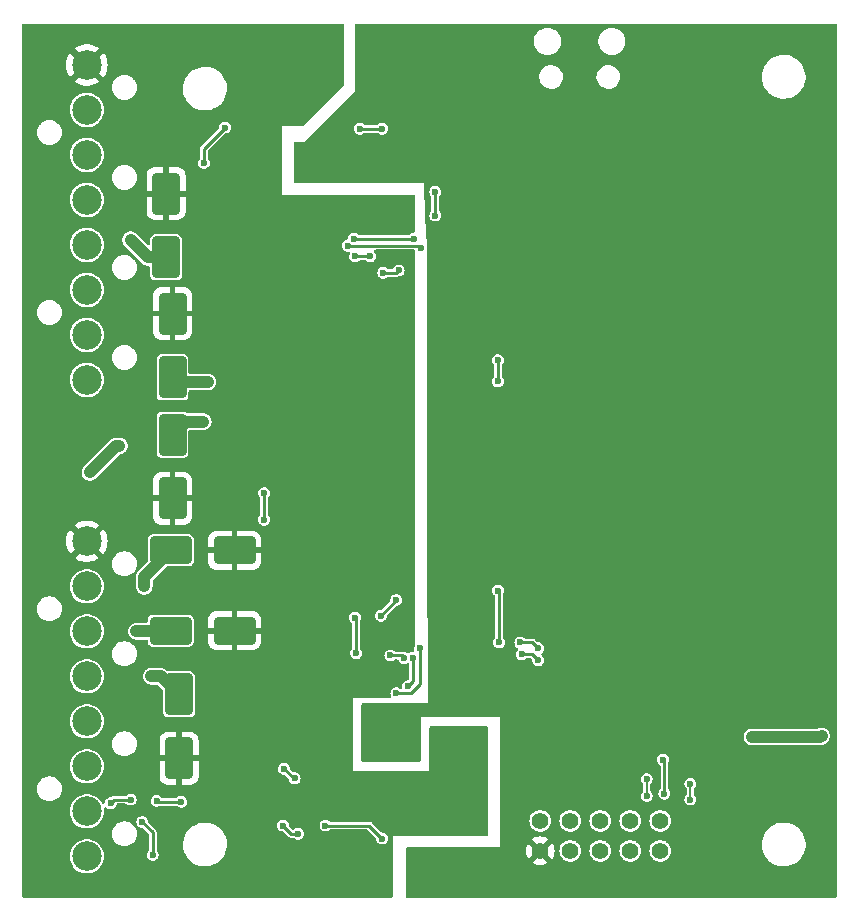
<source format=gbl>
%TF.GenerationSoftware,KiCad,Pcbnew,7.0.5-7.0.5~ubuntu22.04.1*%
%TF.CreationDate,2023-07-07T22:55:56+02:00*%
%TF.ProjectId,door_if3_usb_machine,646f6f72-5f69-4663-935f-7573625f6d61,rev?*%
%TF.SameCoordinates,Original*%
%TF.FileFunction,Copper,L2,Bot*%
%TF.FilePolarity,Positive*%
%FSLAX46Y46*%
G04 Gerber Fmt 4.6, Leading zero omitted, Abs format (unit mm)*
G04 Created by KiCad (PCBNEW 7.0.5-7.0.5~ubuntu22.04.1) date 2023-07-07 22:55:56*
%MOMM*%
%LPD*%
G01*
G04 APERTURE LIST*
G04 Aperture macros list*
%AMRoundRect*
0 Rectangle with rounded corners*
0 $1 Rounding radius*
0 $2 $3 $4 $5 $6 $7 $8 $9 X,Y pos of 4 corners*
0 Add a 4 corners polygon primitive as box body*
4,1,4,$2,$3,$4,$5,$6,$7,$8,$9,$2,$3,0*
0 Add four circle primitives for the rounded corners*
1,1,$1+$1,$2,$3*
1,1,$1+$1,$4,$5*
1,1,$1+$1,$6,$7*
1,1,$1+$1,$8,$9*
0 Add four rect primitives between the rounded corners*
20,1,$1+$1,$2,$3,$4,$5,0*
20,1,$1+$1,$4,$5,$6,$7,0*
20,1,$1+$1,$6,$7,$8,$9,0*
20,1,$1+$1,$8,$9,$2,$3,0*%
G04 Aperture macros list end*
%TA.AperFunction,ComponentPad*%
%ADD10C,2.500000*%
%TD*%
%TA.AperFunction,ComponentPad*%
%ADD11C,1.422400*%
%TD*%
%TA.AperFunction,SMDPad,CuDef*%
%ADD12RoundRect,0.250000X-1.500000X-0.900000X1.500000X-0.900000X1.500000X0.900000X-1.500000X0.900000X0*%
%TD*%
%TA.AperFunction,SMDPad,CuDef*%
%ADD13RoundRect,0.250000X-0.900000X1.500000X-0.900000X-1.500000X0.900000X-1.500000X0.900000X1.500000X0*%
%TD*%
%TA.AperFunction,SMDPad,CuDef*%
%ADD14RoundRect,0.250000X0.900000X-1.500000X0.900000X1.500000X-0.900000X1.500000X-0.900000X-1.500000X0*%
%TD*%
%TA.AperFunction,ViaPad*%
%ADD15C,0.600000*%
%TD*%
%TA.AperFunction,ViaPad*%
%ADD16C,1.000000*%
%TD*%
%TA.AperFunction,Conductor*%
%ADD17C,0.250000*%
%TD*%
%TA.AperFunction,Conductor*%
%ADD18C,1.000000*%
%TD*%
%TA.AperFunction,Conductor*%
%ADD19C,0.150000*%
%TD*%
G04 APERTURE END LIST*
D10*
%TO.P,J3,1,Pin_1*%
%TO.N,+24V*%
X114000000Y-93670000D03*
%TO.P,J3,2,Pin_2*%
%TO.N,OUT1*%
X114000000Y-89860000D03*
%TO.P,J3,3,Pin_3*%
%TO.N,OUT2*%
X114000000Y-86050000D03*
%TO.P,J3,4,Pin_4*%
%TO.N,OUT3*%
X114000000Y-82240000D03*
%TO.P,J3,5,Pin_5*%
%TO.N,unconnected-(J3-Pin_5-Pad5)*%
X114000000Y-78430000D03*
%TO.P,J3,6,Pin_6*%
%TO.N,unconnected-(J3-Pin_6-Pad6)*%
X114000000Y-74620000D03*
%TO.P,J3,7,Pin_7*%
%TO.N,unconnected-(J3-Pin_7-Pad7)*%
X114000000Y-70810000D03*
%TO.P,J3,8,Pin_8*%
%TO.N,GNDA*%
X114000000Y-67000000D03*
%TD*%
%TO.P,J1,1,Pin_1*%
%TO.N,+24V*%
X114000000Y-134000000D03*
%TO.P,J1,2,Pin_2*%
%TO.N,IN1*%
X114000000Y-130190000D03*
%TO.P,J1,3,Pin_3*%
%TO.N,IN2*%
X114000000Y-126380000D03*
%TO.P,J1,4,Pin_4*%
%TO.N,unconnected-(J1-Pin_4-Pad4)*%
X114000000Y-122570000D03*
%TO.P,J1,5,Pin_5*%
%TO.N,OUT4*%
X114000000Y-118760000D03*
%TO.P,J1,6,Pin_6*%
%TO.N,OUT5*%
X114000000Y-114950000D03*
%TO.P,J1,7,Pin_7*%
%TO.N,OUT6*%
X114000000Y-111140000D03*
%TO.P,J1,8,Pin_8*%
%TO.N,GNDA*%
X114000000Y-107330000D03*
%TD*%
D11*
%TO.P,J2,1,Pin_1*%
%TO.N,+3V3*%
X162540000Y-131000000D03*
%TO.P,J2,2,Pin_2*%
%TO.N,SPI_CS*%
X162540000Y-133540000D03*
%TO.P,J2,3,Pin_3*%
%TO.N,SPI_MOSI*%
X160000000Y-131000000D03*
%TO.P,J2,4,Pin_4*%
%TO.N,SPI_MISO*%
X160000000Y-133540000D03*
%TO.P,J2,5,Pin_5*%
%TO.N,SPI_CLK*%
X157460000Y-131000000D03*
%TO.P,J2,6,Pin_6*%
%TO.N,I2C_SCL*%
X157460000Y-133540000D03*
%TO.P,J2,7,Pin_7*%
%TO.N,I2C_SDA*%
X154920000Y-131000000D03*
%TO.P,J2,8,Pin_8*%
%TO.N,UART_RX*%
X154920000Y-133540000D03*
%TO.P,J2,9,Pin_9*%
%TO.N,UART_TX*%
X152380000Y-131000000D03*
%TO.P,J2,10,Pin_10*%
%TO.N,GND*%
X152380000Y-133540000D03*
%TD*%
D12*
%TO.P,D13,1,K*%
%TO.N,OUT6*%
X121100000Y-108100000D03*
%TO.P,D13,2,A*%
%TO.N,GNDA*%
X126500000Y-108100000D03*
%TD*%
D13*
%TO.P,D3,1,K*%
%TO.N,OUT1*%
X121250000Y-98300000D03*
%TO.P,D3,2,A*%
%TO.N,GNDA*%
X121250000Y-103700000D03*
%TD*%
%TO.P,D9,1,K*%
%TO.N,OUT4*%
X121800000Y-120300000D03*
%TO.P,D9,2,A*%
%TO.N,GNDA*%
X121800000Y-125700000D03*
%TD*%
D14*
%TO.P,D7,1,K*%
%TO.N,OUT3*%
X120700000Y-83300000D03*
%TO.P,D7,2,A*%
%TO.N,GNDA*%
X120700000Y-77900000D03*
%TD*%
D12*
%TO.P,D11,1,K*%
%TO.N,OUT5*%
X121100000Y-114900000D03*
%TO.P,D11,2,A*%
%TO.N,GNDA*%
X126500000Y-114900000D03*
%TD*%
D14*
%TO.P,D5,1,K*%
%TO.N,OUT2*%
X121250000Y-93450000D03*
%TO.P,D5,2,A*%
%TO.N,GNDA*%
X121250000Y-88050000D03*
%TD*%
D15*
%TO.N,+24V*%
X130700000Y-126600000D03*
X134200000Y-131400000D03*
X139000000Y-132500000D03*
D16*
X116750000Y-99250000D03*
D15*
X131900000Y-132100000D03*
X131600000Y-127400000D03*
X130600000Y-131400000D03*
D16*
X114250000Y-101500000D03*
D15*
%TO.N,GNDA*%
X138000000Y-127800000D03*
D16*
X133500000Y-90750000D03*
D15*
X110600000Y-98200000D03*
D16*
X133250000Y-99000000D03*
D15*
X132900000Y-135900000D03*
X138600000Y-90200000D03*
D16*
X133658075Y-116124994D03*
D15*
X130000000Y-75400000D03*
X138289490Y-114217002D03*
X138600000Y-98900000D03*
X138800000Y-91800000D03*
X128800000Y-78400000D03*
D16*
X124500000Y-128250000D03*
D15*
X132250000Y-105000000D03*
X138800000Y-106281587D03*
D16*
X133750000Y-108250000D03*
D15*
X139200000Y-136100000D03*
X135800000Y-128800000D03*
X140625000Y-115496818D03*
X130125000Y-71200000D03*
X130100000Y-101000000D03*
%TO.N,GND*%
X148400000Y-82600000D03*
X155600000Y-111500000D03*
X134700000Y-75300000D03*
X148300000Y-108000000D03*
X146800000Y-117400000D03*
X162900000Y-95400000D03*
X148400000Y-69900000D03*
X139250000Y-123750000D03*
X141750000Y-123750000D03*
X132200000Y-75300000D03*
X139800000Y-75200000D03*
X163100000Y-70000000D03*
X167900000Y-107500000D03*
X144750000Y-136750000D03*
X148300000Y-95300000D03*
X137300000Y-75300000D03*
X144300000Y-117400000D03*
D16*
%TO.N,OUT1*%
X123850000Y-97200000D03*
%TO.N,OUT2*%
X124250000Y-93850000D03*
D15*
%TO.N,IN1*%
X122000000Y-129400000D03*
X117700000Y-129200000D03*
X119900000Y-129300000D03*
X116000000Y-129500000D03*
%TO.N,IN2*%
X119571752Y-133871752D03*
X118700000Y-131100000D03*
D16*
%TO.N,OUT3*%
X117700000Y-81800000D03*
%TO.N,OUT4*%
X119460000Y-118760000D03*
%TO.N,OUT5*%
X118200000Y-114950000D03*
%TO.N,OUT6*%
X118860000Y-111140000D03*
%TO.N,+3V3*%
X176200000Y-123800000D03*
X170300000Y-123900000D03*
D15*
X162793745Y-125825500D03*
X162900000Y-128700000D03*
%TO.N,SPI_CS*%
X165100000Y-127873502D03*
X165100000Y-129200000D03*
%TO.N,SPI_MISO*%
X161400000Y-127474001D03*
X161400000Y-128900000D03*
%TO.N,Net-(JP1-C)*%
X125700000Y-72300000D03*
X123900000Y-75300000D03*
%TO.N,Net-(JP4-C)*%
X142200000Y-116400000D03*
X142300000Y-82500000D03*
X136100000Y-82300000D03*
X140200000Y-120200000D03*
%TO.N,Net-(JP5-C)*%
X136700000Y-113800000D03*
X136800000Y-116800000D03*
%TO.N,Net-(JP8-C)*%
X139700000Y-117000000D03*
X140876194Y-117231568D03*
%TO.N,Net-(JP6-A)*%
X140200000Y-112300000D03*
X138900000Y-113642002D03*
%TO.N,Net-(JP7-B)*%
X129000000Y-105500000D03*
X129000000Y-103250000D03*
%TO.N,S_IN1*%
X152200000Y-116400000D03*
X150700000Y-115900000D03*
%TO.N,S_IN2*%
X152206587Y-117393413D03*
X150800000Y-116900000D03*
%TO.N,Net-(R2-Pad2)*%
X139000000Y-72400000D03*
X137100000Y-72400000D03*
%TO.N,Net-(R5-Pad1)*%
X141625000Y-117189214D03*
X136600000Y-81700000D03*
X141193413Y-119593413D03*
X141700000Y-81700000D03*
%TO.N,S_OUT5*%
X148800000Y-92000000D03*
X148800000Y-111500000D03*
X148800000Y-93800000D03*
X148900000Y-115900000D03*
%TO.N,S_OUT2*%
X143500000Y-79750000D03*
X143500000Y-77750000D03*
%TO.N,Net-(R22-Pad1)*%
X140400000Y-84400000D03*
X139100000Y-84600000D03*
%TO.N,Net-(R23-Pad1)*%
X138000000Y-83200000D03*
X136700000Y-83200000D03*
%TD*%
D17*
%TO.N,IN2*%
X119571752Y-131971752D02*
X119571752Y-133871752D01*
X118700000Y-131100000D02*
X119571752Y-131971752D01*
D18*
%TO.N,OUT3*%
X120700000Y-83300000D02*
X119200000Y-83300000D01*
X119200000Y-83300000D02*
X117700000Y-81800000D01*
%TO.N,+24V*%
X116500000Y-99250000D02*
X114250000Y-101500000D01*
D17*
X131500000Y-127400000D02*
X130700000Y-126600000D01*
X137900000Y-131400000D02*
X134200000Y-131400000D01*
X131900000Y-132100000D02*
X131300000Y-132100000D01*
X131300000Y-132100000D02*
X130600000Y-131400000D01*
X131600000Y-127400000D02*
X131500000Y-127400000D01*
X139000000Y-132500000D02*
X137900000Y-131400000D01*
D18*
X116750000Y-99250000D02*
X116500000Y-99250000D01*
%TO.N,OUT1*%
X123850000Y-97200000D02*
X122350000Y-97200000D01*
X122350000Y-97200000D02*
X121250000Y-98300000D01*
%TO.N,OUT2*%
X124250000Y-93850000D02*
X121650000Y-93850000D01*
X121650000Y-93850000D02*
X121250000Y-93450000D01*
D17*
%TO.N,IN1*%
X120000000Y-129400000D02*
X119900000Y-129300000D01*
X122000000Y-129400000D02*
X120000000Y-129400000D01*
X116300000Y-129200000D02*
X116000000Y-129500000D01*
X117700000Y-129200000D02*
X116300000Y-129200000D01*
D18*
%TO.N,OUT4*%
X120260000Y-118760000D02*
X121800000Y-120300000D01*
X119460000Y-118760000D02*
X120260000Y-118760000D01*
%TO.N,OUT5*%
X121050000Y-114950000D02*
X121100000Y-114900000D01*
X118200000Y-114950000D02*
X121050000Y-114950000D01*
%TO.N,OUT6*%
X118860000Y-110340000D02*
X121100000Y-108100000D01*
X118860000Y-111140000D02*
X118860000Y-110340000D01*
%TO.N,+3V3*%
X176100000Y-123900000D02*
X176200000Y-123800000D01*
D17*
X162900000Y-128700000D02*
X162900000Y-125931755D01*
D18*
X170300000Y-123900000D02*
X176100000Y-123900000D01*
D17*
X162900000Y-125931755D02*
X162793745Y-125825500D01*
D19*
%TO.N,SPI_CS*%
X165100000Y-129200000D02*
X165100000Y-127873502D01*
%TO.N,SPI_MISO*%
X161400000Y-128900000D02*
X161400000Y-127474001D01*
D17*
%TO.N,Net-(JP1-C)*%
X123900000Y-74100000D02*
X125700000Y-72300000D01*
X123900000Y-75300000D02*
X123900000Y-74100000D01*
%TO.N,Net-(JP4-C)*%
X142100000Y-82300000D02*
X142300000Y-82500000D01*
X142200000Y-116400000D02*
X142200000Y-119399999D01*
X136100000Y-82300000D02*
X142100000Y-82300000D01*
X142200000Y-119399999D02*
X141399999Y-120200000D01*
X141399999Y-120200000D02*
X140200000Y-120200000D01*
%TO.N,Net-(JP5-C)*%
X136800000Y-116800000D02*
X136800000Y-113900000D01*
X136800000Y-113900000D02*
X136700000Y-113800000D01*
%TO.N,Net-(JP8-C)*%
X140644626Y-117000000D02*
X139726194Y-117000000D01*
X140876194Y-117231568D02*
X140644626Y-117000000D01*
%TO.N,Net-(JP6-A)*%
X140200000Y-112342002D02*
X138900000Y-113642002D01*
X140200000Y-112300000D02*
X140200000Y-112342002D01*
%TO.N,Net-(JP7-B)*%
X129000000Y-105500000D02*
X129000000Y-103250000D01*
%TO.N,S_IN1*%
X151700000Y-115900000D02*
X152200000Y-116400000D01*
X150700000Y-115900000D02*
X151700000Y-115900000D01*
%TO.N,S_IN2*%
X151713174Y-116900000D02*
X152206587Y-117393413D01*
X150800000Y-116900000D02*
X151713174Y-116900000D01*
%TO.N,Net-(R2-Pad2)*%
X139000000Y-72400000D02*
X137100000Y-72400000D01*
%TO.N,Net-(R5-Pad1)*%
X141625000Y-119161826D02*
X141193413Y-119593413D01*
X141625000Y-117189214D02*
X141625000Y-119161826D01*
X136600000Y-81700000D02*
X141700000Y-81700000D01*
%TO.N,S_OUT5*%
X148900000Y-111600000D02*
X148800000Y-111500000D01*
X148900000Y-115900000D02*
X148900000Y-111600000D01*
X148800000Y-93800000D02*
X148800000Y-92000000D01*
%TO.N,S_OUT2*%
X143500000Y-79750000D02*
X143500000Y-77750000D01*
%TO.N,Net-(R22-Pad1)*%
X140200000Y-84600000D02*
X140400000Y-84400000D01*
X139100000Y-84600000D02*
X140200000Y-84600000D01*
%TO.N,Net-(R23-Pad1)*%
X138000000Y-83200000D02*
X136700000Y-83200000D01*
%TD*%
%TA.AperFunction,Conductor*%
%TO.N,GNDA*%
G36*
X135743039Y-63519685D02*
G01*
X135788794Y-63572489D01*
X135800000Y-63624000D01*
X135800000Y-68648638D01*
X135780315Y-68715677D01*
X135763681Y-68736319D01*
X132336319Y-72163681D01*
X132274996Y-72197166D01*
X132248638Y-72200000D01*
X130500000Y-72200000D01*
X130500000Y-78000000D01*
X141676000Y-78000000D01*
X141743039Y-78019685D01*
X141788794Y-78072489D01*
X141800000Y-78124000D01*
X141800000Y-81075500D01*
X141780315Y-81142539D01*
X141727511Y-81188294D01*
X141676000Y-81199500D01*
X141628036Y-81199500D01*
X141489949Y-81240045D01*
X141368873Y-81317856D01*
X141368872Y-81317856D01*
X141368872Y-81317857D01*
X141356873Y-81331703D01*
X141298097Y-81369477D01*
X141263162Y-81374500D01*
X137036838Y-81374500D01*
X136969799Y-81354815D01*
X136943127Y-81331704D01*
X136931128Y-81317857D01*
X136810053Y-81240047D01*
X136810051Y-81240046D01*
X136810049Y-81240045D01*
X136810050Y-81240045D01*
X136671963Y-81199500D01*
X136671961Y-81199500D01*
X136528039Y-81199500D01*
X136528036Y-81199500D01*
X136389949Y-81240045D01*
X136268873Y-81317856D01*
X136174623Y-81426626D01*
X136174622Y-81426628D01*
X136114834Y-81557543D01*
X136093680Y-81704676D01*
X136064655Y-81768232D01*
X136005877Y-81806006D01*
X135889949Y-81840045D01*
X135768873Y-81917856D01*
X135674623Y-82026626D01*
X135674622Y-82026628D01*
X135614834Y-82157543D01*
X135594353Y-82299999D01*
X135614834Y-82442456D01*
X135622318Y-82458843D01*
X135674623Y-82573373D01*
X135768872Y-82682143D01*
X135889947Y-82759953D01*
X135889950Y-82759954D01*
X135889949Y-82759954D01*
X136028036Y-82800499D01*
X136028038Y-82800500D01*
X136139275Y-82800500D01*
X136206314Y-82820185D01*
X136252069Y-82872989D01*
X136262013Y-82942147D01*
X136252069Y-82976011D01*
X136214835Y-83057541D01*
X136194353Y-83200000D01*
X136214834Y-83342456D01*
X136240470Y-83398589D01*
X136274623Y-83473373D01*
X136368872Y-83582143D01*
X136489947Y-83659953D01*
X136489950Y-83659954D01*
X136489949Y-83659954D01*
X136628036Y-83700499D01*
X136628038Y-83700500D01*
X136628039Y-83700500D01*
X136771962Y-83700500D01*
X136771962Y-83700499D01*
X136910053Y-83659953D01*
X137031128Y-83582143D01*
X137043126Y-83568296D01*
X137101903Y-83530523D01*
X137136838Y-83525500D01*
X137563162Y-83525500D01*
X137630201Y-83545185D01*
X137656872Y-83568295D01*
X137668872Y-83582143D01*
X137789947Y-83659953D01*
X137789950Y-83659954D01*
X137789949Y-83659954D01*
X137928036Y-83700499D01*
X137928038Y-83700500D01*
X137928039Y-83700500D01*
X138071962Y-83700500D01*
X138071962Y-83700499D01*
X138210053Y-83659953D01*
X138331128Y-83582143D01*
X138425377Y-83473373D01*
X138485165Y-83342457D01*
X138505647Y-83200000D01*
X138485165Y-83057543D01*
X138425377Y-82926627D01*
X138342256Y-82830700D01*
X138313233Y-82767147D01*
X138323177Y-82697989D01*
X138368931Y-82645185D01*
X138435971Y-82625500D01*
X141676000Y-82625500D01*
X141743039Y-82645185D01*
X141788794Y-82697989D01*
X141800000Y-82749499D01*
X141800000Y-83500000D01*
X141800000Y-102900000D01*
X141791128Y-105357543D01*
X141752168Y-116149265D01*
X141740964Y-116200328D01*
X141714835Y-116257542D01*
X141714834Y-116257543D01*
X141699369Y-116365112D01*
X141694353Y-116400000D01*
X141714488Y-116540047D01*
X141715498Y-116547067D01*
X141705554Y-116616226D01*
X141659799Y-116669029D01*
X141592760Y-116688714D01*
X141553036Y-116688714D01*
X141414949Y-116729259D01*
X141286411Y-116811866D01*
X141284658Y-116809139D01*
X141235518Y-116831566D01*
X141166362Y-116821606D01*
X141150862Y-116813140D01*
X141086244Y-116771613D01*
X140948157Y-116731068D01*
X140948155Y-116731068D01*
X140867139Y-116731068D01*
X140800100Y-116711383D01*
X140796043Y-116708661D01*
X140784310Y-116700446D01*
X140784308Y-116700445D01*
X140784306Y-116700444D01*
X140779487Y-116698197D01*
X140762681Y-116691235D01*
X140757669Y-116689411D01*
X140717816Y-116682383D01*
X140712536Y-116681212D01*
X140673434Y-116670735D01*
X140638518Y-116673790D01*
X140633107Y-116674264D01*
X140627704Y-116674500D01*
X140136838Y-116674500D01*
X140069799Y-116654815D01*
X140043127Y-116631704D01*
X140031128Y-116617857D01*
X139910053Y-116540047D01*
X139910051Y-116540046D01*
X139910049Y-116540045D01*
X139910050Y-116540045D01*
X139771963Y-116499500D01*
X139771961Y-116499500D01*
X139628039Y-116499500D01*
X139628036Y-116499500D01*
X139489949Y-116540045D01*
X139368873Y-116617856D01*
X139274623Y-116726626D01*
X139274622Y-116726628D01*
X139214834Y-116857543D01*
X139194353Y-116999999D01*
X139214834Y-117142456D01*
X139268038Y-117258954D01*
X139274623Y-117273373D01*
X139368872Y-117382143D01*
X139489947Y-117459953D01*
X139489950Y-117459954D01*
X139489949Y-117459954D01*
X139628036Y-117500499D01*
X139628038Y-117500500D01*
X139628039Y-117500500D01*
X139771962Y-117500500D01*
X139771962Y-117500499D01*
X139910053Y-117459953D01*
X140031128Y-117382143D01*
X140043126Y-117368296D01*
X140101903Y-117330523D01*
X140136838Y-117325500D01*
X140289179Y-117325500D01*
X140356218Y-117345185D01*
X140401972Y-117397987D01*
X140450817Y-117504941D01*
X140545066Y-117613711D01*
X140666141Y-117691521D01*
X140666144Y-117691522D01*
X140666143Y-117691522D01*
X140804230Y-117732067D01*
X140804232Y-117732068D01*
X140804233Y-117732068D01*
X140948156Y-117732068D01*
X140948156Y-117732067D01*
X141086247Y-117691521D01*
X141108459Y-117677245D01*
X141175498Y-117657560D01*
X141242538Y-117677243D01*
X141288294Y-117730047D01*
X141299500Y-117781560D01*
X141299500Y-118968913D01*
X141279815Y-119035952D01*
X141227011Y-119081707D01*
X141175500Y-119092913D01*
X141121449Y-119092913D01*
X140983362Y-119133458D01*
X140862286Y-119211269D01*
X140768036Y-119320039D01*
X140768035Y-119320041D01*
X140708247Y-119450956D01*
X140687766Y-119593413D01*
X140700626Y-119682863D01*
X140690682Y-119752021D01*
X140644927Y-119804825D01*
X140577887Y-119824509D01*
X140510848Y-119804824D01*
X140410051Y-119740046D01*
X140410050Y-119740045D01*
X140271963Y-119699500D01*
X140271961Y-119699500D01*
X140128039Y-119699500D01*
X140128036Y-119699500D01*
X139989949Y-119740045D01*
X139868873Y-119817856D01*
X139774623Y-119926626D01*
X139774622Y-119926628D01*
X139714834Y-120057543D01*
X139694353Y-120199999D01*
X139714834Y-120342456D01*
X139739551Y-120396577D01*
X139750298Y-120420110D01*
X139752298Y-120424488D01*
X139762242Y-120493646D01*
X139733217Y-120557202D01*
X139674440Y-120594977D01*
X139639504Y-120600000D01*
X136500000Y-120600000D01*
X136500000Y-126750000D01*
X143000000Y-126750000D01*
X143000000Y-123124000D01*
X143019685Y-123056961D01*
X143072489Y-123011206D01*
X143124000Y-123000000D01*
X147876000Y-123000000D01*
X147943039Y-123019685D01*
X147988794Y-123072489D01*
X148000000Y-123124000D01*
X148000000Y-132176000D01*
X147980315Y-132243039D01*
X147927511Y-132288794D01*
X147876000Y-132300000D01*
X139900000Y-132300000D01*
X139900000Y-137376000D01*
X139880315Y-137443039D01*
X139827511Y-137488794D01*
X139776000Y-137500000D01*
X108624000Y-137500000D01*
X108556961Y-137480315D01*
X108511206Y-137427511D01*
X108500000Y-137376000D01*
X108500000Y-134000005D01*
X112544529Y-134000005D01*
X112564379Y-134239559D01*
X112623389Y-134472589D01*
X112719951Y-134692729D01*
X112813343Y-134835674D01*
X112851429Y-134893969D01*
X113014236Y-135070825D01*
X113014239Y-135070827D01*
X113014242Y-135070830D01*
X113203924Y-135218466D01*
X113203930Y-135218470D01*
X113203933Y-135218472D01*
X113415344Y-135332882D01*
X113415347Y-135332883D01*
X113642699Y-135410933D01*
X113642701Y-135410933D01*
X113642703Y-135410934D01*
X113879808Y-135450500D01*
X113879809Y-135450500D01*
X114120191Y-135450500D01*
X114120192Y-135450500D01*
X114357297Y-135410934D01*
X114584656Y-135332882D01*
X114796067Y-135218472D01*
X114985764Y-135070825D01*
X115148571Y-134893969D01*
X115280049Y-134692728D01*
X115376610Y-134472591D01*
X115435620Y-134239563D01*
X115455471Y-134000000D01*
X115452701Y-133966575D01*
X115435620Y-133760440D01*
X115435620Y-133760437D01*
X115376610Y-133527409D01*
X115280049Y-133307272D01*
X115148571Y-133106031D01*
X114985764Y-132929175D01*
X114985759Y-132929171D01*
X114985757Y-132929169D01*
X114796075Y-132781533D01*
X114796069Y-132781529D01*
X114584657Y-132667118D01*
X114584652Y-132667116D01*
X114357300Y-132589066D01*
X114179468Y-132559391D01*
X114120192Y-132549500D01*
X113879808Y-132549500D01*
X113832386Y-132557413D01*
X113642699Y-132589066D01*
X113415347Y-132667116D01*
X113415342Y-132667118D01*
X113203930Y-132781529D01*
X113203924Y-132781533D01*
X113014242Y-132929169D01*
X113014239Y-132929172D01*
X112851430Y-133106029D01*
X112851427Y-133106033D01*
X112719951Y-133307270D01*
X112623389Y-133527410D01*
X112564379Y-133760440D01*
X112544529Y-133999994D01*
X112544529Y-134000005D01*
X108500000Y-134000005D01*
X108500000Y-132095000D01*
X116119417Y-132095000D01*
X116120557Y-132106578D01*
X116139699Y-132300932D01*
X116139700Y-132300934D01*
X116199768Y-132498954D01*
X116297315Y-132681450D01*
X116297317Y-132681452D01*
X116428589Y-132841410D01*
X116525209Y-132920702D01*
X116588550Y-132972685D01*
X116771046Y-133070232D01*
X116969066Y-133130300D01*
X116969065Y-133130300D01*
X117007647Y-133134100D01*
X117123392Y-133145500D01*
X117123395Y-133145500D01*
X117226605Y-133145500D01*
X117226608Y-133145500D01*
X117380934Y-133130300D01*
X117578954Y-133070232D01*
X117761450Y-132972685D01*
X117921410Y-132841410D01*
X118052685Y-132681450D01*
X118150232Y-132498954D01*
X118210300Y-132300934D01*
X118230583Y-132095000D01*
X118210300Y-131889066D01*
X118150232Y-131691046D01*
X118052685Y-131508550D01*
X117963600Y-131399999D01*
X117921410Y-131348589D01*
X117792086Y-131242457D01*
X117761450Y-131217315D01*
X117578954Y-131119768D01*
X117513787Y-131100000D01*
X118194353Y-131100000D01*
X118195615Y-131108779D01*
X118214834Y-131242456D01*
X118250242Y-131319987D01*
X118274623Y-131373373D01*
X118368872Y-131482143D01*
X118489947Y-131559953D01*
X118489950Y-131559954D01*
X118489949Y-131559954D01*
X118597107Y-131591417D01*
X118624633Y-131599500D01*
X118628036Y-131600499D01*
X118628038Y-131600500D01*
X118628039Y-131600500D01*
X118688812Y-131600500D01*
X118755851Y-131620185D01*
X118776493Y-131636819D01*
X119209933Y-132070259D01*
X119243418Y-132131582D01*
X119246252Y-132157940D01*
X119246252Y-133436864D01*
X119226567Y-133503903D01*
X119215965Y-133518066D01*
X119146377Y-133598374D01*
X119146374Y-133598380D01*
X119086586Y-133729295D01*
X119066105Y-133871751D01*
X119086586Y-134014208D01*
X119116455Y-134079610D01*
X119146375Y-134145125D01*
X119240624Y-134253895D01*
X119361699Y-134331705D01*
X119361702Y-134331706D01*
X119361701Y-134331706D01*
X119499788Y-134372251D01*
X119499790Y-134372252D01*
X119499791Y-134372252D01*
X119643714Y-134372252D01*
X119643714Y-134372251D01*
X119781805Y-134331705D01*
X119902880Y-134253895D01*
X119997129Y-134145125D01*
X120056917Y-134014209D01*
X120077399Y-133871752D01*
X120056917Y-133729295D01*
X119997129Y-133598379D01*
X119927537Y-133518065D01*
X119898513Y-133454511D01*
X119897251Y-133436877D01*
X119897251Y-133067763D01*
X122145787Y-133067763D01*
X122175413Y-133337013D01*
X122175415Y-133337024D01*
X122243926Y-133599082D01*
X122243928Y-133599088D01*
X122349870Y-133848390D01*
X122364128Y-133871752D01*
X122490979Y-134079605D01*
X122490986Y-134079615D01*
X122664253Y-134287819D01*
X122664259Y-134287824D01*
X122713235Y-134331706D01*
X122865998Y-134468582D01*
X123091910Y-134618044D01*
X123337176Y-134733020D01*
X123337183Y-134733022D01*
X123337185Y-134733023D01*
X123596557Y-134811057D01*
X123596564Y-134811058D01*
X123596569Y-134811060D01*
X123864561Y-134850500D01*
X123864566Y-134850500D01*
X124067629Y-134850500D01*
X124067631Y-134850500D01*
X124067636Y-134850499D01*
X124067648Y-134850499D01*
X124105191Y-134847750D01*
X124270156Y-134835677D01*
X124382758Y-134810593D01*
X124534546Y-134776782D01*
X124534548Y-134776781D01*
X124534553Y-134776780D01*
X124787558Y-134680014D01*
X125023777Y-134547441D01*
X125238177Y-134381888D01*
X125426186Y-134186881D01*
X125583799Y-133966579D01*
X125657787Y-133822669D01*
X125707649Y-133725690D01*
X125707651Y-133725684D01*
X125707656Y-133725675D01*
X125795118Y-133469305D01*
X125844319Y-133202933D01*
X125854212Y-132932235D01*
X125824586Y-132662982D01*
X125756072Y-132400912D01*
X125650130Y-132151610D01*
X125509018Y-131920390D01*
X125493071Y-131901228D01*
X125335746Y-131712180D01*
X125335740Y-131712175D01*
X125134002Y-131531418D01*
X124935364Y-131400000D01*
X130094353Y-131400000D01*
X130095615Y-131408779D01*
X130114834Y-131542456D01*
X130157929Y-131636819D01*
X130174623Y-131673373D01*
X130268872Y-131782143D01*
X130389947Y-131859953D01*
X130389950Y-131859954D01*
X130389949Y-131859954D01*
X130528036Y-131900499D01*
X130528038Y-131900500D01*
X130528039Y-131900500D01*
X130588812Y-131900500D01*
X130655851Y-131920185D01*
X130676492Y-131936818D01*
X130871255Y-132131582D01*
X131057868Y-132318195D01*
X131061523Y-132322184D01*
X131087541Y-132353190D01*
X131087542Y-132353191D01*
X131087545Y-132353194D01*
X131116387Y-132369845D01*
X131122604Y-132373435D01*
X131127154Y-132376333D01*
X131160316Y-132399553D01*
X131160318Y-132399553D01*
X131160319Y-132399554D01*
X131165168Y-132401815D01*
X131181947Y-132408765D01*
X131186952Y-132410587D01*
X131186953Y-132410587D01*
X131186955Y-132410588D01*
X131226829Y-132417618D01*
X131232092Y-132418786D01*
X131243907Y-132421951D01*
X131271193Y-132429263D01*
X131311510Y-132425735D01*
X131316912Y-132425500D01*
X131463162Y-132425500D01*
X131530201Y-132445185D01*
X131556872Y-132468295D01*
X131568872Y-132482143D01*
X131689947Y-132559953D01*
X131689950Y-132559954D01*
X131689949Y-132559954D01*
X131828036Y-132600499D01*
X131828038Y-132600500D01*
X131828039Y-132600500D01*
X131971962Y-132600500D01*
X131971962Y-132600499D01*
X132110053Y-132559953D01*
X132231128Y-132482143D01*
X132325377Y-132373373D01*
X132385165Y-132242457D01*
X132405647Y-132100000D01*
X132385165Y-131957543D01*
X132325377Y-131826627D01*
X132231128Y-131717857D01*
X132110053Y-131640047D01*
X132110051Y-131640046D01*
X132110049Y-131640045D01*
X132110050Y-131640045D01*
X131971963Y-131599500D01*
X131971961Y-131599500D01*
X131828039Y-131599500D01*
X131828036Y-131599500D01*
X131689949Y-131640045D01*
X131568872Y-131717856D01*
X131567564Y-131719367D01*
X131565882Y-131720447D01*
X131562172Y-131723663D01*
X131561709Y-131723129D01*
X131508786Y-131757140D01*
X131438916Y-131757140D01*
X131386171Y-131725844D01*
X131141966Y-131481639D01*
X131108481Y-131420316D01*
X131107235Y-131408732D01*
X131106909Y-131408779D01*
X131105647Y-131400000D01*
X133694353Y-131400000D01*
X133714834Y-131542456D01*
X133757929Y-131636819D01*
X133774623Y-131673373D01*
X133868872Y-131782143D01*
X133989947Y-131859953D01*
X133989950Y-131859954D01*
X133989949Y-131859954D01*
X134128036Y-131900499D01*
X134128038Y-131900500D01*
X134128039Y-131900500D01*
X134271962Y-131900500D01*
X134271962Y-131900499D01*
X134410053Y-131859953D01*
X134531128Y-131782143D01*
X134543126Y-131768296D01*
X134601903Y-131730523D01*
X134636838Y-131725500D01*
X137713812Y-131725500D01*
X137780851Y-131745185D01*
X137801493Y-131761819D01*
X138458034Y-132418360D01*
X138491519Y-132479683D01*
X138492764Y-132491268D01*
X138493091Y-132491222D01*
X138514834Y-132642456D01*
X138574622Y-132773371D01*
X138574623Y-132773373D01*
X138668872Y-132882143D01*
X138789947Y-132959953D01*
X138789950Y-132959954D01*
X138789949Y-132959954D01*
X138928036Y-133000499D01*
X138928038Y-133000500D01*
X138928039Y-133000500D01*
X139071962Y-133000500D01*
X139071962Y-133000499D01*
X139210053Y-132959953D01*
X139331128Y-132882143D01*
X139425377Y-132773373D01*
X139485165Y-132642457D01*
X139505647Y-132500000D01*
X139485165Y-132357543D01*
X139425377Y-132226627D01*
X139331128Y-132117857D01*
X139210053Y-132040047D01*
X139210051Y-132040046D01*
X139210049Y-132040045D01*
X139210050Y-132040045D01*
X139071963Y-131999500D01*
X139071961Y-131999500D01*
X139011188Y-131999500D01*
X138944149Y-131979815D01*
X138923507Y-131963181D01*
X138559826Y-131599500D01*
X138142119Y-131181793D01*
X138138474Y-131177814D01*
X138112456Y-131146807D01*
X138112455Y-131146806D01*
X138100014Y-131139623D01*
X138077392Y-131126561D01*
X138072831Y-131123655D01*
X138051585Y-131108779D01*
X138039684Y-131100446D01*
X138039681Y-131100445D01*
X138034861Y-131098197D01*
X138018055Y-131091235D01*
X138013043Y-131089411D01*
X137973190Y-131082383D01*
X137967910Y-131081212D01*
X137928808Y-131070735D01*
X137893892Y-131073790D01*
X137888481Y-131074264D01*
X137883078Y-131074500D01*
X134636838Y-131074500D01*
X134569799Y-131054815D01*
X134543127Y-131031704D01*
X134531128Y-131017857D01*
X134410053Y-130940047D01*
X134410051Y-130940046D01*
X134410049Y-130940045D01*
X134410050Y-130940045D01*
X134271963Y-130899500D01*
X134271961Y-130899500D01*
X134128039Y-130899500D01*
X134128036Y-130899500D01*
X133989949Y-130940045D01*
X133868873Y-131017856D01*
X133774623Y-131126626D01*
X133774622Y-131126628D01*
X133714834Y-131257543D01*
X133694353Y-131400000D01*
X131105647Y-131400000D01*
X131101818Y-131373373D01*
X131085165Y-131257543D01*
X131025377Y-131126627D01*
X130931128Y-131017857D01*
X130810053Y-130940047D01*
X130810051Y-130940046D01*
X130810049Y-130940045D01*
X130810050Y-130940045D01*
X130671963Y-130899500D01*
X130671961Y-130899500D01*
X130528039Y-130899500D01*
X130528036Y-130899500D01*
X130389949Y-130940045D01*
X130268873Y-131017856D01*
X130174623Y-131126626D01*
X130174622Y-131126628D01*
X130114834Y-131257543D01*
X130098181Y-131373373D01*
X130094353Y-131400000D01*
X124935364Y-131400000D01*
X124908092Y-131381957D01*
X124889781Y-131373373D01*
X124662824Y-131266980D01*
X124662819Y-131266978D01*
X124662814Y-131266976D01*
X124403442Y-131188942D01*
X124403428Y-131188939D01*
X124287791Y-131171921D01*
X124135439Y-131149500D01*
X123932369Y-131149500D01*
X123932351Y-131149500D01*
X123729844Y-131164323D01*
X123729831Y-131164325D01*
X123465453Y-131223217D01*
X123465446Y-131223220D01*
X123212439Y-131319987D01*
X122976226Y-131452557D01*
X122761822Y-131618112D01*
X122573822Y-131813109D01*
X122573816Y-131813116D01*
X122416202Y-132033419D01*
X122416199Y-132033424D01*
X122292350Y-132274309D01*
X122292343Y-132274327D01*
X122204884Y-132530685D01*
X122204881Y-132530699D01*
X122194100Y-132589066D01*
X122160058Y-132773373D01*
X122155681Y-132797068D01*
X122155680Y-132797075D01*
X122145787Y-133067763D01*
X119897251Y-133067763D01*
X119897251Y-131988675D01*
X119897487Y-131983268D01*
X119899739Y-131957543D01*
X119901016Y-131942946D01*
X119890528Y-131903808D01*
X119889371Y-131898585D01*
X119882340Y-131858707D01*
X119882339Y-131858706D01*
X119882339Y-131858703D01*
X119880516Y-131853694D01*
X119873572Y-131836928D01*
X119871306Y-131832071D01*
X119871306Y-131832068D01*
X119867495Y-131826626D01*
X119848092Y-131798915D01*
X119845185Y-131794351D01*
X119824948Y-131759300D01*
X119824947Y-131759299D01*
X119824946Y-131759297D01*
X119793929Y-131733270D01*
X119789945Y-131729619D01*
X119241966Y-131181639D01*
X119208481Y-131120316D01*
X119207235Y-131108732D01*
X119206909Y-131108779D01*
X119204124Y-131089411D01*
X119185165Y-130957543D01*
X119125377Y-130826627D01*
X119031128Y-130717857D01*
X118910053Y-130640047D01*
X118910051Y-130640046D01*
X118910049Y-130640045D01*
X118910050Y-130640045D01*
X118771963Y-130599500D01*
X118771961Y-130599500D01*
X118628039Y-130599500D01*
X118628036Y-130599500D01*
X118489949Y-130640045D01*
X118368873Y-130717856D01*
X118274623Y-130826626D01*
X118274622Y-130826628D01*
X118214834Y-130957543D01*
X118198560Y-131070736D01*
X118194353Y-131100000D01*
X117513787Y-131100000D01*
X117380934Y-131059700D01*
X117380932Y-131059699D01*
X117380934Y-131059699D01*
X117261805Y-131047966D01*
X117226608Y-131044500D01*
X117123392Y-131044500D01*
X117085298Y-131048251D01*
X116969067Y-131059699D01*
X116771043Y-131119769D01*
X116687690Y-131164323D01*
X116588550Y-131217315D01*
X116588548Y-131217316D01*
X116588547Y-131217317D01*
X116428589Y-131348589D01*
X116297317Y-131508547D01*
X116297315Y-131508550D01*
X116289654Y-131522883D01*
X116199769Y-131691043D01*
X116139699Y-131889067D01*
X116124829Y-132040047D01*
X116119417Y-132095000D01*
X108500000Y-132095000D01*
X108500000Y-130190005D01*
X112544529Y-130190005D01*
X112564379Y-130429559D01*
X112623389Y-130662589D01*
X112719951Y-130882729D01*
X112849628Y-131081212D01*
X112851429Y-131083969D01*
X113014236Y-131260825D01*
X113014239Y-131260827D01*
X113014242Y-131260830D01*
X113203924Y-131408466D01*
X113203930Y-131408470D01*
X113203933Y-131408472D01*
X113415344Y-131522882D01*
X113415347Y-131522883D01*
X113642699Y-131600933D01*
X113642701Y-131600933D01*
X113642703Y-131600934D01*
X113879808Y-131640500D01*
X113879809Y-131640500D01*
X114120191Y-131640500D01*
X114120192Y-131640500D01*
X114357297Y-131600934D01*
X114584656Y-131522882D01*
X114796067Y-131408472D01*
X114830134Y-131381957D01*
X114873005Y-131348589D01*
X114985764Y-131260825D01*
X115148571Y-131083969D01*
X115280049Y-130882728D01*
X115376610Y-130662591D01*
X115435620Y-130429563D01*
X115455471Y-130190000D01*
X115436053Y-129955662D01*
X115450134Y-129887227D01*
X115498979Y-129837268D01*
X115567080Y-129821647D01*
X115632815Y-129845324D01*
X115653341Y-129864220D01*
X115668869Y-129882140D01*
X115668872Y-129882143D01*
X115789947Y-129959953D01*
X115789950Y-129959954D01*
X115789949Y-129959954D01*
X115928036Y-130000499D01*
X115928038Y-130000500D01*
X115928039Y-130000500D01*
X116071962Y-130000500D01*
X116071962Y-130000499D01*
X116210053Y-129959953D01*
X116331128Y-129882143D01*
X116425377Y-129773373D01*
X116485165Y-129642457D01*
X116486689Y-129631852D01*
X116515716Y-129568297D01*
X116574494Y-129530523D01*
X116609428Y-129525500D01*
X117263162Y-129525500D01*
X117330201Y-129545185D01*
X117356872Y-129568295D01*
X117368872Y-129582143D01*
X117489947Y-129659953D01*
X117489950Y-129659954D01*
X117489949Y-129659954D01*
X117628036Y-129700499D01*
X117628038Y-129700500D01*
X117628039Y-129700500D01*
X117771962Y-129700500D01*
X117771962Y-129700499D01*
X117910053Y-129659953D01*
X118031128Y-129582143D01*
X118125377Y-129473373D01*
X118185165Y-129342457D01*
X118191269Y-129300000D01*
X119394353Y-129300000D01*
X119414834Y-129442456D01*
X119460504Y-129542457D01*
X119474623Y-129573373D01*
X119568872Y-129682143D01*
X119689947Y-129759953D01*
X119689950Y-129759954D01*
X119689949Y-129759954D01*
X119828036Y-129800499D01*
X119828038Y-129800500D01*
X119828039Y-129800500D01*
X119971962Y-129800500D01*
X119971962Y-129800499D01*
X120110050Y-129759954D01*
X120110051Y-129759954D01*
X120133032Y-129745185D01*
X120200071Y-129725500D01*
X121563162Y-129725500D01*
X121630201Y-129745185D01*
X121656872Y-129768295D01*
X121668872Y-129782143D01*
X121789947Y-129859953D01*
X121789950Y-129859954D01*
X121789949Y-129859954D01*
X121928036Y-129900499D01*
X121928038Y-129900500D01*
X121928039Y-129900500D01*
X122071962Y-129900500D01*
X122071962Y-129900499D01*
X122210053Y-129859953D01*
X122331128Y-129782143D01*
X122425377Y-129673373D01*
X122485165Y-129542457D01*
X122505647Y-129400000D01*
X122485165Y-129257543D01*
X122425377Y-129126627D01*
X122331128Y-129017857D01*
X122210053Y-128940047D01*
X122210051Y-128940046D01*
X122210049Y-128940045D01*
X122210050Y-128940045D01*
X122071963Y-128899500D01*
X122071961Y-128899500D01*
X121928039Y-128899500D01*
X121928036Y-128899500D01*
X121789949Y-128940045D01*
X121668873Y-129017856D01*
X121668872Y-129017856D01*
X121668872Y-129017857D01*
X121656873Y-129031703D01*
X121598097Y-129069477D01*
X121563162Y-129074500D01*
X120423488Y-129074500D01*
X120356449Y-129054815D01*
X120329775Y-129031703D01*
X120325376Y-129026626D01*
X120231128Y-128917857D01*
X120110053Y-128840047D01*
X120110051Y-128840046D01*
X120110049Y-128840045D01*
X120110050Y-128840045D01*
X119971963Y-128799500D01*
X119971961Y-128799500D01*
X119828039Y-128799500D01*
X119828036Y-128799500D01*
X119689949Y-128840045D01*
X119568873Y-128917856D01*
X119474623Y-129026626D01*
X119474622Y-129026628D01*
X119414834Y-129157543D01*
X119394353Y-129300000D01*
X118191269Y-129300000D01*
X118205647Y-129200000D01*
X118185165Y-129057543D01*
X118125377Y-128926627D01*
X118031128Y-128817857D01*
X117910053Y-128740047D01*
X117910051Y-128740046D01*
X117910049Y-128740045D01*
X117910050Y-128740045D01*
X117771963Y-128699500D01*
X117771961Y-128699500D01*
X117628039Y-128699500D01*
X117628036Y-128699500D01*
X117489949Y-128740045D01*
X117368873Y-128817856D01*
X117368872Y-128817856D01*
X117368872Y-128817857D01*
X117356873Y-128831703D01*
X117298097Y-128869477D01*
X117263162Y-128874500D01*
X116316922Y-128874500D01*
X116311518Y-128874264D01*
X116306107Y-128873790D01*
X116271192Y-128870735D01*
X116271191Y-128870735D01*
X116232091Y-128881212D01*
X116226811Y-128882383D01*
X116186959Y-128889410D01*
X116181961Y-128891229D01*
X116165117Y-128898206D01*
X116160313Y-128900446D01*
X116127166Y-128923656D01*
X116122606Y-128926562D01*
X116087548Y-128946804D01*
X116087540Y-128946810D01*
X116080494Y-128955208D01*
X116022322Y-128993909D01*
X115985507Y-128999500D01*
X115928036Y-128999500D01*
X115789949Y-129040045D01*
X115668873Y-129117856D01*
X115574623Y-129226626D01*
X115574622Y-129226628D01*
X115514834Y-129357543D01*
X115502795Y-129441280D01*
X115473770Y-129504836D01*
X115414991Y-129542610D01*
X115345122Y-129542610D01*
X115286344Y-129504835D01*
X115276249Y-129491455D01*
X115178902Y-129342456D01*
X115148571Y-129296031D01*
X114985764Y-129119175D01*
X114985759Y-129119171D01*
X114985757Y-129119169D01*
X114796075Y-128971533D01*
X114796069Y-128971529D01*
X114584657Y-128857118D01*
X114584652Y-128857116D01*
X114357300Y-128779066D01*
X114179468Y-128749391D01*
X114120192Y-128739500D01*
X113879808Y-128739500D01*
X113832386Y-128747413D01*
X113642699Y-128779066D01*
X113415347Y-128857116D01*
X113415342Y-128857118D01*
X113203930Y-128971529D01*
X113203924Y-128971533D01*
X113014242Y-129119169D01*
X113014239Y-129119172D01*
X112851430Y-129296029D01*
X112851427Y-129296033D01*
X112719951Y-129497270D01*
X112623389Y-129717410D01*
X112564379Y-129950440D01*
X112544529Y-130189994D01*
X112544529Y-130190005D01*
X108500000Y-130190005D01*
X108500000Y-128285000D01*
X109769417Y-128285000D01*
X109789699Y-128490932D01*
X109789700Y-128490934D01*
X109849768Y-128688954D01*
X109947315Y-128871450D01*
X109962056Y-128889412D01*
X110078589Y-129031410D01*
X110175209Y-129110702D01*
X110238550Y-129162685D01*
X110421046Y-129260232D01*
X110619066Y-129320300D01*
X110619065Y-129320300D01*
X110657647Y-129324100D01*
X110773392Y-129335500D01*
X110773395Y-129335500D01*
X110876605Y-129335500D01*
X110876608Y-129335500D01*
X111030934Y-129320300D01*
X111228954Y-129260232D01*
X111411450Y-129162685D01*
X111571410Y-129031410D01*
X111702685Y-128871450D01*
X111800232Y-128688954D01*
X111860300Y-128490934D01*
X111880583Y-128285000D01*
X111860300Y-128079066D01*
X111800232Y-127881046D01*
X111702685Y-127698550D01*
X111620549Y-127598466D01*
X111571410Y-127538589D01*
X111411452Y-127407317D01*
X111411453Y-127407317D01*
X111411450Y-127407315D01*
X111228954Y-127309768D01*
X111030934Y-127249700D01*
X111030932Y-127249699D01*
X111030934Y-127249699D01*
X110911805Y-127237966D01*
X110876608Y-127234500D01*
X110773392Y-127234500D01*
X110735298Y-127238251D01*
X110619067Y-127249699D01*
X110421043Y-127309769D01*
X110340745Y-127352690D01*
X110238550Y-127407315D01*
X110238548Y-127407316D01*
X110238547Y-127407317D01*
X110078589Y-127538589D01*
X109947317Y-127698547D01*
X109947315Y-127698550D01*
X109939654Y-127712883D01*
X109849769Y-127881043D01*
X109789699Y-128079067D01*
X109769417Y-128285000D01*
X108500000Y-128285000D01*
X108500000Y-126380005D01*
X112544529Y-126380005D01*
X112564379Y-126619559D01*
X112623389Y-126852589D01*
X112719951Y-127072729D01*
X112835760Y-127249986D01*
X112851429Y-127273969D01*
X113014236Y-127450825D01*
X113014239Y-127450827D01*
X113014242Y-127450830D01*
X113203924Y-127598466D01*
X113203930Y-127598470D01*
X113203933Y-127598472D01*
X113415344Y-127712882D01*
X113415347Y-127712883D01*
X113642699Y-127790933D01*
X113642701Y-127790933D01*
X113642703Y-127790934D01*
X113879808Y-127830500D01*
X113879809Y-127830500D01*
X114120191Y-127830500D01*
X114120192Y-127830500D01*
X114357297Y-127790934D01*
X114584656Y-127712882D01*
X114796067Y-127598472D01*
X114985764Y-127450825D01*
X115148571Y-127273969D01*
X115280049Y-127072728D01*
X115376610Y-126852591D01*
X115435620Y-126619563D01*
X115455471Y-126380000D01*
X115451048Y-126326628D01*
X115435620Y-126140440D01*
X115435620Y-126140437D01*
X115387395Y-125950000D01*
X120150001Y-125950000D01*
X120150001Y-127249986D01*
X120160494Y-127352697D01*
X120215641Y-127519119D01*
X120215643Y-127519124D01*
X120307684Y-127668345D01*
X120431654Y-127792315D01*
X120580875Y-127884356D01*
X120580880Y-127884358D01*
X120747302Y-127939505D01*
X120747309Y-127939506D01*
X120850019Y-127949999D01*
X121549999Y-127949999D01*
X121549999Y-127949998D01*
X121550000Y-125950000D01*
X122050000Y-125950000D01*
X122050000Y-127949999D01*
X122749972Y-127949999D01*
X122749986Y-127949998D01*
X122852697Y-127939505D01*
X123019119Y-127884358D01*
X123019124Y-127884356D01*
X123168345Y-127792315D01*
X123292315Y-127668345D01*
X123384356Y-127519124D01*
X123384358Y-127519119D01*
X123439505Y-127352697D01*
X123439506Y-127352690D01*
X123449999Y-127249986D01*
X123450000Y-127249973D01*
X123450000Y-126600000D01*
X130194353Y-126600000D01*
X130195615Y-126608779D01*
X130214834Y-126742456D01*
X130265131Y-126852589D01*
X130274623Y-126873373D01*
X130368872Y-126982143D01*
X130489947Y-127059953D01*
X130489950Y-127059954D01*
X130489949Y-127059954D01*
X130628036Y-127100499D01*
X130628038Y-127100500D01*
X130628039Y-127100500D01*
X130688812Y-127100500D01*
X130755851Y-127120185D01*
X130776493Y-127136819D01*
X131074350Y-127434676D01*
X131107835Y-127495999D01*
X131109407Y-127504708D01*
X131114834Y-127542454D01*
X131114835Y-127542458D01*
X131140416Y-127598472D01*
X131174623Y-127673373D01*
X131268872Y-127782143D01*
X131389947Y-127859953D01*
X131389950Y-127859954D01*
X131389949Y-127859954D01*
X131528036Y-127900499D01*
X131528038Y-127900500D01*
X131528039Y-127900500D01*
X131671962Y-127900500D01*
X131671962Y-127900499D01*
X131810053Y-127859953D01*
X131931128Y-127782143D01*
X132025377Y-127673373D01*
X132085165Y-127542457D01*
X132105647Y-127400000D01*
X132085165Y-127257543D01*
X132025377Y-127126627D01*
X131931128Y-127017857D01*
X131810053Y-126940047D01*
X131810051Y-126940046D01*
X131810049Y-126940045D01*
X131810050Y-126940045D01*
X131671963Y-126899500D01*
X131671961Y-126899500D01*
X131528039Y-126899500D01*
X131519171Y-126899500D01*
X131519171Y-126897708D01*
X131460670Y-126889293D01*
X131424510Y-126864184D01*
X131241966Y-126681639D01*
X131208481Y-126620316D01*
X131207235Y-126608732D01*
X131206909Y-126608779D01*
X131185165Y-126457543D01*
X131125377Y-126326628D01*
X131125376Y-126326626D01*
X131031128Y-126217857D01*
X130910053Y-126140047D01*
X130910051Y-126140046D01*
X130910049Y-126140045D01*
X130910050Y-126140045D01*
X130771963Y-126099500D01*
X130771961Y-126099500D01*
X130628039Y-126099500D01*
X130628036Y-126099500D01*
X130489949Y-126140045D01*
X130368873Y-126217856D01*
X130274623Y-126326626D01*
X130274622Y-126326628D01*
X130214834Y-126457543D01*
X130194353Y-126599999D01*
X130194353Y-126600000D01*
X123450000Y-126600000D01*
X123450000Y-125950000D01*
X122050000Y-125950000D01*
X121550000Y-125950000D01*
X120150001Y-125950000D01*
X115387395Y-125950000D01*
X115376610Y-125907409D01*
X115280049Y-125687272D01*
X115148571Y-125486031D01*
X114985764Y-125309175D01*
X114985759Y-125309171D01*
X114985757Y-125309169D01*
X114796075Y-125161533D01*
X114796069Y-125161529D01*
X114584657Y-125047118D01*
X114584652Y-125047116D01*
X114357300Y-124969066D01*
X114179468Y-124939391D01*
X114120192Y-124929500D01*
X113879808Y-124929500D01*
X113832386Y-124937413D01*
X113642699Y-124969066D01*
X113415347Y-125047116D01*
X113415342Y-125047118D01*
X113203930Y-125161529D01*
X113203924Y-125161533D01*
X113014242Y-125309169D01*
X113014239Y-125309172D01*
X112851430Y-125486029D01*
X112851427Y-125486033D01*
X112719951Y-125687270D01*
X112623389Y-125907410D01*
X112564379Y-126140440D01*
X112544529Y-126379994D01*
X112544529Y-126380005D01*
X108500000Y-126380005D01*
X108500000Y-124475000D01*
X116119417Y-124475000D01*
X116139699Y-124680932D01*
X116139700Y-124680934D01*
X116199768Y-124878954D01*
X116297315Y-125061450D01*
X116297317Y-125061452D01*
X116428589Y-125221410D01*
X116525209Y-125300702D01*
X116588550Y-125352685D01*
X116771046Y-125450232D01*
X116969066Y-125510300D01*
X116969065Y-125510300D01*
X117007647Y-125514100D01*
X117123392Y-125525500D01*
X117123395Y-125525500D01*
X117226605Y-125525500D01*
X117226608Y-125525500D01*
X117380934Y-125510300D01*
X117578954Y-125450232D01*
X117579388Y-125450000D01*
X120150000Y-125450000D01*
X121550000Y-125450000D01*
X121550000Y-123450000D01*
X122050000Y-123450000D01*
X122050000Y-125450000D01*
X123449999Y-125450000D01*
X123449999Y-124150028D01*
X123449998Y-124150013D01*
X123439505Y-124047302D01*
X123384358Y-123880880D01*
X123384356Y-123880875D01*
X123292315Y-123731654D01*
X123168345Y-123607684D01*
X123019124Y-123515643D01*
X123019119Y-123515641D01*
X122852697Y-123460494D01*
X122852690Y-123460493D01*
X122749986Y-123450000D01*
X122050000Y-123450000D01*
X121550000Y-123450000D01*
X120850028Y-123450000D01*
X120850012Y-123450001D01*
X120747302Y-123460494D01*
X120580880Y-123515641D01*
X120580875Y-123515643D01*
X120431654Y-123607684D01*
X120307684Y-123731654D01*
X120215643Y-123880875D01*
X120215641Y-123880880D01*
X120160494Y-124047302D01*
X120160493Y-124047309D01*
X120150000Y-124150013D01*
X120150000Y-125450000D01*
X117579388Y-125450000D01*
X117761450Y-125352685D01*
X117921410Y-125221410D01*
X118052685Y-125061450D01*
X118150232Y-124878954D01*
X118210300Y-124680934D01*
X118230583Y-124475000D01*
X118210300Y-124269066D01*
X118150232Y-124071046D01*
X118052685Y-123888550D01*
X117923925Y-123731654D01*
X117921410Y-123728589D01*
X117803677Y-123631969D01*
X117761450Y-123597315D01*
X117578954Y-123499768D01*
X117380934Y-123439700D01*
X117380932Y-123439699D01*
X117380934Y-123439699D01*
X117261805Y-123427966D01*
X117226608Y-123424500D01*
X117123392Y-123424500D01*
X117085298Y-123428251D01*
X116969067Y-123439699D01*
X116771043Y-123499769D01*
X116660898Y-123558643D01*
X116588550Y-123597315D01*
X116588548Y-123597316D01*
X116588547Y-123597317D01*
X116428589Y-123728589D01*
X116297317Y-123888547D01*
X116297315Y-123888550D01*
X116289654Y-123902883D01*
X116199769Y-124071043D01*
X116139699Y-124269067D01*
X116119417Y-124475000D01*
X108500000Y-124475000D01*
X108500000Y-122570005D01*
X112544529Y-122570005D01*
X112564379Y-122809559D01*
X112623389Y-123042589D01*
X112719951Y-123262729D01*
X112842303Y-123450001D01*
X112851429Y-123463969D01*
X113014236Y-123640825D01*
X113014239Y-123640827D01*
X113014242Y-123640830D01*
X113203924Y-123788466D01*
X113203930Y-123788470D01*
X113203933Y-123788472D01*
X113415344Y-123902882D01*
X113415347Y-123902883D01*
X113642699Y-123980933D01*
X113642701Y-123980933D01*
X113642703Y-123980934D01*
X113879808Y-124020500D01*
X113879809Y-124020500D01*
X114120191Y-124020500D01*
X114120192Y-124020500D01*
X114357297Y-123980934D01*
X114584656Y-123902882D01*
X114796067Y-123788472D01*
X114985764Y-123640825D01*
X115148571Y-123463969D01*
X115280049Y-123262728D01*
X115376610Y-123042591D01*
X115435620Y-122809563D01*
X115455471Y-122570000D01*
X115435620Y-122330437D01*
X115376610Y-122097409D01*
X115280049Y-121877272D01*
X115265020Y-121854269D01*
X115148572Y-121676033D01*
X115148571Y-121676031D01*
X114985764Y-121499175D01*
X114985759Y-121499171D01*
X114985757Y-121499169D01*
X114796075Y-121351533D01*
X114796069Y-121351529D01*
X114584657Y-121237118D01*
X114584652Y-121237116D01*
X114357300Y-121159066D01*
X114179468Y-121129391D01*
X114120192Y-121119500D01*
X113879808Y-121119500D01*
X113832387Y-121127413D01*
X113642699Y-121159066D01*
X113415347Y-121237116D01*
X113415342Y-121237118D01*
X113203930Y-121351529D01*
X113203924Y-121351533D01*
X113014242Y-121499169D01*
X113014239Y-121499172D01*
X112851430Y-121676029D01*
X112851427Y-121676033D01*
X112719951Y-121877270D01*
X112623389Y-122097410D01*
X112564379Y-122330440D01*
X112544529Y-122569994D01*
X112544529Y-122570005D01*
X108500000Y-122570005D01*
X108500000Y-118760005D01*
X112544529Y-118760005D01*
X112564379Y-118999559D01*
X112623389Y-119232589D01*
X112719951Y-119452729D01*
X112824306Y-119612454D01*
X112851429Y-119653969D01*
X113014236Y-119830825D01*
X113014239Y-119830827D01*
X113014242Y-119830830D01*
X113203924Y-119978466D01*
X113203930Y-119978470D01*
X113203933Y-119978472D01*
X113415344Y-120092882D01*
X113415347Y-120092883D01*
X113642699Y-120170933D01*
X113642701Y-120170933D01*
X113642703Y-120170934D01*
X113879808Y-120210500D01*
X113879809Y-120210500D01*
X114120191Y-120210500D01*
X114120192Y-120210500D01*
X114357297Y-120170934D01*
X114584656Y-120092882D01*
X114796067Y-119978472D01*
X114985764Y-119830825D01*
X115148571Y-119653969D01*
X115280049Y-119452728D01*
X115376610Y-119232591D01*
X115435620Y-118999563D01*
X115455471Y-118760000D01*
X115455471Y-118759999D01*
X118754355Y-118759999D01*
X118759048Y-118798646D01*
X118759500Y-118806126D01*
X118759500Y-118845058D01*
X118768816Y-118882855D01*
X118770166Y-118890223D01*
X118774859Y-118928869D01*
X118774861Y-118928876D01*
X118788665Y-118965276D01*
X118790894Y-118972429D01*
X118800209Y-119010221D01*
X118800210Y-119010226D01*
X118818299Y-119044693D01*
X118821374Y-119051524D01*
X118835182Y-119087931D01*
X118835183Y-119087933D01*
X118857300Y-119119974D01*
X118861177Y-119126387D01*
X118879263Y-119160848D01*
X118879265Y-119160851D01*
X118905075Y-119189986D01*
X118909695Y-119195882D01*
X118931814Y-119227925D01*
X118931821Y-119227933D01*
X118960955Y-119253743D01*
X118966255Y-119259042D01*
X118992073Y-119288185D01*
X119024111Y-119310299D01*
X119030005Y-119314916D01*
X119035788Y-119320039D01*
X119059145Y-119340732D01*
X119059151Y-119340736D01*
X119093614Y-119358823D01*
X119100018Y-119362694D01*
X119132070Y-119384818D01*
X119168484Y-119398627D01*
X119175283Y-119401687D01*
X119209775Y-119419790D01*
X119209777Y-119419790D01*
X119209778Y-119419791D01*
X119216914Y-119421549D01*
X119247590Y-119429110D01*
X119254712Y-119431329D01*
X119291128Y-119445140D01*
X119310572Y-119447500D01*
X119329773Y-119449832D01*
X119337140Y-119451181D01*
X119361369Y-119457153D01*
X119374943Y-119460500D01*
X119374944Y-119460500D01*
X119417628Y-119460500D01*
X119918481Y-119460500D01*
X119985520Y-119480185D01*
X120006162Y-119496819D01*
X120413180Y-119903837D01*
X120446665Y-119965160D01*
X120449499Y-119991518D01*
X120449499Y-121854269D01*
X120452353Y-121884699D01*
X120452353Y-121884701D01*
X120497206Y-122012880D01*
X120497207Y-122012882D01*
X120577850Y-122122150D01*
X120687118Y-122202793D01*
X120729845Y-122217744D01*
X120815299Y-122247646D01*
X120845730Y-122250500D01*
X120845734Y-122250500D01*
X122754270Y-122250500D01*
X122784699Y-122247646D01*
X122784701Y-122247646D01*
X122848790Y-122225219D01*
X122912882Y-122202793D01*
X123022150Y-122122150D01*
X123102793Y-122012882D01*
X123125219Y-121948790D01*
X123147646Y-121884701D01*
X123147646Y-121884699D01*
X123150500Y-121854269D01*
X123150500Y-118745730D01*
X123147646Y-118715300D01*
X123147646Y-118715298D01*
X123102793Y-118587119D01*
X123102792Y-118587117D01*
X123076299Y-118551220D01*
X123022150Y-118477850D01*
X122912882Y-118397207D01*
X122912880Y-118397206D01*
X122784700Y-118352353D01*
X122754270Y-118349500D01*
X122754266Y-118349500D01*
X120891519Y-118349500D01*
X120824480Y-118329815D01*
X120803838Y-118313181D01*
X120771598Y-118280941D01*
X120769064Y-118278250D01*
X120727929Y-118231817D01*
X120727928Y-118231816D01*
X120727924Y-118231812D01*
X120676896Y-118196591D01*
X120673887Y-118194377D01*
X120646506Y-118172926D01*
X120625060Y-118156124D01*
X120625055Y-118156120D01*
X120615813Y-118151961D01*
X120596266Y-118140936D01*
X120587931Y-118135183D01*
X120587932Y-118135183D01*
X120587930Y-118135182D01*
X120529941Y-118113189D01*
X120526490Y-118111759D01*
X120469930Y-118086304D01*
X120459946Y-118084474D01*
X120438343Y-118078451D01*
X120428874Y-118074860D01*
X120428870Y-118074859D01*
X120367313Y-118067384D01*
X120363612Y-118066821D01*
X120302608Y-118055642D01*
X120302603Y-118055642D01*
X120240697Y-118059387D01*
X120236952Y-118059500D01*
X119545056Y-118059500D01*
X119374944Y-118059500D01*
X119364363Y-118062107D01*
X119337143Y-118068816D01*
X119329776Y-118070166D01*
X119291126Y-118074860D01*
X119254725Y-118088664D01*
X119247576Y-118090891D01*
X119209775Y-118100210D01*
X119209770Y-118100212D01*
X119175296Y-118118303D01*
X119168467Y-118121377D01*
X119132071Y-118135180D01*
X119132069Y-118135181D01*
X119100027Y-118157299D01*
X119093617Y-118161174D01*
X119059149Y-118179265D01*
X119030005Y-118205082D01*
X119024110Y-118209700D01*
X118992072Y-118231815D01*
X118992071Y-118231816D01*
X118966253Y-118260957D01*
X118960957Y-118266253D01*
X118931816Y-118292071D01*
X118931815Y-118292072D01*
X118909700Y-118324110D01*
X118905082Y-118330005D01*
X118879265Y-118359149D01*
X118861174Y-118393617D01*
X118857299Y-118400027D01*
X118835181Y-118432069D01*
X118835180Y-118432071D01*
X118821377Y-118468467D01*
X118818303Y-118475296D01*
X118800212Y-118509770D01*
X118800210Y-118509775D01*
X118790891Y-118547576D01*
X118788664Y-118554725D01*
X118774860Y-118591126D01*
X118770166Y-118629776D01*
X118768816Y-118637143D01*
X118759500Y-118674945D01*
X118759500Y-118713872D01*
X118759048Y-118721352D01*
X118754355Y-118759999D01*
X115455471Y-118759999D01*
X115452268Y-118721352D01*
X115435620Y-118520440D01*
X115435620Y-118520437D01*
X115376610Y-118287409D01*
X115280049Y-118067272D01*
X115279754Y-118066821D01*
X115214309Y-117966651D01*
X115148571Y-117866031D01*
X114985764Y-117689175D01*
X114985759Y-117689171D01*
X114985757Y-117689169D01*
X114796075Y-117541533D01*
X114796069Y-117541529D01*
X114584657Y-117427118D01*
X114584652Y-117427116D01*
X114357300Y-117349066D01*
X114179468Y-117319391D01*
X114120192Y-117309500D01*
X113879808Y-117309500D01*
X113832386Y-117317413D01*
X113642699Y-117349066D01*
X113415347Y-117427116D01*
X113415342Y-117427118D01*
X113203930Y-117541529D01*
X113203924Y-117541533D01*
X113014242Y-117689169D01*
X113014239Y-117689172D01*
X113014236Y-117689174D01*
X113014236Y-117689175D01*
X112978294Y-117728217D01*
X112851430Y-117866029D01*
X112851427Y-117866033D01*
X112719951Y-118067270D01*
X112623389Y-118287410D01*
X112564379Y-118520440D01*
X112544529Y-118759994D01*
X112544529Y-118760005D01*
X108500000Y-118760005D01*
X108500000Y-116855000D01*
X116119417Y-116855000D01*
X116121632Y-116877497D01*
X116139699Y-117060932D01*
X116199769Y-117258956D01*
X116206502Y-117271554D01*
X116297315Y-117441450D01*
X116297317Y-117441452D01*
X116428589Y-117601410D01*
X116497009Y-117657560D01*
X116588550Y-117732685D01*
X116771046Y-117830232D01*
X116969066Y-117890300D01*
X116969065Y-117890300D01*
X117007647Y-117894100D01*
X117123392Y-117905500D01*
X117123395Y-117905500D01*
X117226605Y-117905500D01*
X117226608Y-117905500D01*
X117380934Y-117890300D01*
X117578954Y-117830232D01*
X117761450Y-117732685D01*
X117921410Y-117601410D01*
X118052685Y-117441450D01*
X118150232Y-117258954D01*
X118210300Y-117060934D01*
X118230583Y-116855000D01*
X118210300Y-116649066D01*
X118150232Y-116451046D01*
X118052685Y-116268550D01*
X117954791Y-116149265D01*
X117921410Y-116108589D01*
X117761452Y-115977317D01*
X117761453Y-115977317D01*
X117761450Y-115977315D01*
X117578954Y-115879768D01*
X117380934Y-115819700D01*
X117380932Y-115819699D01*
X117380934Y-115819699D01*
X117261805Y-115807966D01*
X117226608Y-115804500D01*
X117123392Y-115804500D01*
X117085298Y-115808251D01*
X116969067Y-115819699D01*
X116771043Y-115879769D01*
X116734130Y-115899500D01*
X116588550Y-115977315D01*
X116588548Y-115977316D01*
X116588547Y-115977317D01*
X116428589Y-116108589D01*
X116306348Y-116257543D01*
X116297315Y-116268550D01*
X116289654Y-116282883D01*
X116199769Y-116451043D01*
X116139699Y-116649067D01*
X116123934Y-116809139D01*
X116119417Y-116855000D01*
X108500000Y-116855000D01*
X108500000Y-114950005D01*
X112544529Y-114950005D01*
X112564379Y-115189559D01*
X112623389Y-115422589D01*
X112719951Y-115642729D01*
X112835573Y-115819700D01*
X112851429Y-115843969D01*
X113014236Y-116020825D01*
X113014239Y-116020827D01*
X113014242Y-116020830D01*
X113203924Y-116168466D01*
X113203930Y-116168470D01*
X113203933Y-116168472D01*
X113415344Y-116282882D01*
X113415347Y-116282883D01*
X113642699Y-116360933D01*
X113642701Y-116360933D01*
X113642703Y-116360934D01*
X113879808Y-116400500D01*
X113879809Y-116400500D01*
X114120191Y-116400500D01*
X114120192Y-116400500D01*
X114357297Y-116360934D01*
X114584656Y-116282882D01*
X114796067Y-116168472D01*
X114849830Y-116126627D01*
X114873005Y-116108589D01*
X114985764Y-116020825D01*
X115148571Y-115843969D01*
X115280049Y-115642728D01*
X115376610Y-115422591D01*
X115435620Y-115189563D01*
X115455471Y-114950000D01*
X115455471Y-114949999D01*
X117494355Y-114949999D01*
X117499048Y-114988646D01*
X117499500Y-114996126D01*
X117499500Y-115035058D01*
X117508816Y-115072855D01*
X117510166Y-115080223D01*
X117514859Y-115118869D01*
X117514861Y-115118876D01*
X117528665Y-115155276D01*
X117530894Y-115162429D01*
X117540209Y-115200221D01*
X117540210Y-115200226D01*
X117558299Y-115234693D01*
X117561374Y-115241524D01*
X117575182Y-115277931D01*
X117575183Y-115277933D01*
X117597300Y-115309974D01*
X117601177Y-115316387D01*
X117619263Y-115350848D01*
X117619265Y-115350851D01*
X117645075Y-115379986D01*
X117649695Y-115385882D01*
X117671814Y-115417925D01*
X117671821Y-115417933D01*
X117700955Y-115443743D01*
X117706255Y-115449042D01*
X117732073Y-115478185D01*
X117764111Y-115500299D01*
X117770005Y-115504916D01*
X117782685Y-115516150D01*
X117799145Y-115530732D01*
X117799151Y-115530736D01*
X117833614Y-115548823D01*
X117840018Y-115552694D01*
X117872070Y-115574818D01*
X117908484Y-115588627D01*
X117915283Y-115591687D01*
X117949775Y-115609790D01*
X117949777Y-115609790D01*
X117949778Y-115609791D01*
X117956914Y-115611549D01*
X117987590Y-115619110D01*
X117994712Y-115621329D01*
X118031128Y-115635140D01*
X118050572Y-115637500D01*
X118069773Y-115639832D01*
X118077140Y-115641181D01*
X118101369Y-115647153D01*
X118114943Y-115650500D01*
X118114944Y-115650500D01*
X118157628Y-115650500D01*
X119025500Y-115650500D01*
X119092539Y-115670185D01*
X119138294Y-115722989D01*
X119149500Y-115774500D01*
X119149500Y-115854269D01*
X119152353Y-115884699D01*
X119152353Y-115884701D01*
X119184762Y-115977317D01*
X119197207Y-116012882D01*
X119277850Y-116122150D01*
X119387118Y-116202793D01*
X119429845Y-116217743D01*
X119515299Y-116247646D01*
X119545730Y-116250500D01*
X119545734Y-116250500D01*
X122654270Y-116250500D01*
X122684699Y-116247646D01*
X122684701Y-116247646D01*
X122748790Y-116225219D01*
X122812882Y-116202793D01*
X122922150Y-116122150D01*
X123002793Y-116012882D01*
X123042467Y-115899500D01*
X123047646Y-115884701D01*
X123047646Y-115884699D01*
X123050500Y-115854269D01*
X123050500Y-115150000D01*
X124250001Y-115150000D01*
X124250001Y-115849986D01*
X124260494Y-115952697D01*
X124315641Y-116119119D01*
X124315643Y-116119124D01*
X124407684Y-116268345D01*
X124531654Y-116392315D01*
X124680875Y-116484356D01*
X124680880Y-116484358D01*
X124847302Y-116539505D01*
X124847309Y-116539506D01*
X124950019Y-116549999D01*
X126249999Y-116549999D01*
X126250000Y-116549998D01*
X126250000Y-115150000D01*
X126750000Y-115150000D01*
X126750000Y-116549999D01*
X128049972Y-116549999D01*
X128049986Y-116549998D01*
X128152697Y-116539505D01*
X128319119Y-116484358D01*
X128319124Y-116484356D01*
X128468345Y-116392315D01*
X128592315Y-116268345D01*
X128684356Y-116119124D01*
X128684358Y-116119119D01*
X128739505Y-115952697D01*
X128739506Y-115952690D01*
X128749999Y-115849986D01*
X128750000Y-115849973D01*
X128750000Y-115150000D01*
X126750000Y-115150000D01*
X126250000Y-115150000D01*
X124250001Y-115150000D01*
X123050500Y-115150000D01*
X123050500Y-114649999D01*
X124249999Y-114649999D01*
X124250000Y-114650000D01*
X126249999Y-114650000D01*
X126249999Y-113250000D01*
X126750000Y-113250000D01*
X126750000Y-114650000D01*
X128749999Y-114650000D01*
X128749999Y-113950028D01*
X128749998Y-113950013D01*
X128739505Y-113847302D01*
X128723831Y-113800000D01*
X136194353Y-113800000D01*
X136214834Y-113942456D01*
X136250353Y-114020230D01*
X136274623Y-114073373D01*
X136368872Y-114182143D01*
X136417540Y-114213419D01*
X136463294Y-114266221D01*
X136474500Y-114317734D01*
X136474500Y-116365112D01*
X136454815Y-116432151D01*
X136444213Y-116446314D01*
X136374625Y-116526622D01*
X136374622Y-116526628D01*
X136314834Y-116657543D01*
X136294353Y-116800000D01*
X136314834Y-116942456D01*
X136341114Y-116999999D01*
X136374623Y-117073373D01*
X136468872Y-117182143D01*
X136589947Y-117259953D01*
X136589950Y-117259954D01*
X136589949Y-117259954D01*
X136728036Y-117300499D01*
X136728038Y-117300500D01*
X136728039Y-117300500D01*
X136871962Y-117300500D01*
X136871962Y-117300499D01*
X137010053Y-117259953D01*
X137131128Y-117182143D01*
X137225377Y-117073373D01*
X137285165Y-116942457D01*
X137305647Y-116800000D01*
X137285165Y-116657543D01*
X137225377Y-116526627D01*
X137225375Y-116526625D01*
X137225374Y-116526622D01*
X137155787Y-116446314D01*
X137126762Y-116382758D01*
X137125500Y-116365112D01*
X137125500Y-114100077D01*
X137136706Y-114048565D01*
X137185165Y-113942457D01*
X137205647Y-113800000D01*
X137185165Y-113657543D01*
X137178068Y-113642002D01*
X138394353Y-113642002D01*
X138414834Y-113784458D01*
X138443538Y-113847309D01*
X138474623Y-113915375D01*
X138568872Y-114024145D01*
X138689947Y-114101955D01*
X138689950Y-114101956D01*
X138689949Y-114101956D01*
X138828036Y-114142501D01*
X138828038Y-114142502D01*
X138828039Y-114142502D01*
X138971962Y-114142502D01*
X138971962Y-114142501D01*
X139110053Y-114101955D01*
X139231128Y-114024145D01*
X139325377Y-113915375D01*
X139385165Y-113784459D01*
X139405647Y-113642002D01*
X139405646Y-113642001D01*
X139406909Y-113633223D01*
X139409873Y-113633649D01*
X139425332Y-113581003D01*
X139441966Y-113560361D01*
X140165509Y-112836819D01*
X140226832Y-112803334D01*
X140253190Y-112800500D01*
X140271962Y-112800500D01*
X140271962Y-112800499D01*
X140410053Y-112759953D01*
X140531128Y-112682143D01*
X140625377Y-112573373D01*
X140685165Y-112442457D01*
X140705647Y-112300000D01*
X140685165Y-112157543D01*
X140625377Y-112026627D01*
X140531128Y-111917857D01*
X140410053Y-111840047D01*
X140410051Y-111840046D01*
X140410049Y-111840045D01*
X140410050Y-111840045D01*
X140271963Y-111799500D01*
X140271961Y-111799500D01*
X140128039Y-111799500D01*
X140128036Y-111799500D01*
X139989949Y-111840045D01*
X139868873Y-111917856D01*
X139774623Y-112026626D01*
X139774622Y-112026628D01*
X139714834Y-112157543D01*
X139694353Y-112300000D01*
X139694353Y-112300002D01*
X139696496Y-112314910D01*
X139686551Y-112384068D01*
X139661439Y-112420235D01*
X138976493Y-113105183D01*
X138915170Y-113138668D01*
X138888812Y-113141502D01*
X138828036Y-113141502D01*
X138689949Y-113182047D01*
X138568873Y-113259858D01*
X138474623Y-113368628D01*
X138474622Y-113368630D01*
X138414834Y-113499545D01*
X138394353Y-113642002D01*
X137178068Y-113642002D01*
X137125377Y-113526627D01*
X137031128Y-113417857D01*
X136910053Y-113340047D01*
X136910051Y-113340046D01*
X136910049Y-113340045D01*
X136910050Y-113340045D01*
X136771963Y-113299500D01*
X136771961Y-113299500D01*
X136628039Y-113299500D01*
X136628036Y-113299500D01*
X136489949Y-113340045D01*
X136368873Y-113417856D01*
X136274623Y-113526626D01*
X136274622Y-113526628D01*
X136214834Y-113657543D01*
X136194353Y-113800000D01*
X128723831Y-113800000D01*
X128684358Y-113680880D01*
X128684356Y-113680875D01*
X128592315Y-113531654D01*
X128468345Y-113407684D01*
X128319124Y-113315643D01*
X128319119Y-113315641D01*
X128152697Y-113260494D01*
X128152690Y-113260493D01*
X128049986Y-113250000D01*
X126750000Y-113250000D01*
X126249999Y-113250000D01*
X124950028Y-113250000D01*
X124950012Y-113250001D01*
X124847302Y-113260494D01*
X124680880Y-113315641D01*
X124680875Y-113315643D01*
X124531654Y-113407684D01*
X124407684Y-113531654D01*
X124315643Y-113680875D01*
X124315641Y-113680880D01*
X124260494Y-113847302D01*
X124260493Y-113847309D01*
X124250000Y-113950013D01*
X124250000Y-113950026D01*
X124249999Y-114649999D01*
X123050500Y-114649999D01*
X123050500Y-113945730D01*
X123047646Y-113915300D01*
X123047646Y-113915298D01*
X123014006Y-113819163D01*
X123002793Y-113787118D01*
X122922150Y-113677850D01*
X122812882Y-113597207D01*
X122812880Y-113597206D01*
X122684700Y-113552353D01*
X122654270Y-113549500D01*
X122654266Y-113549500D01*
X119545734Y-113549500D01*
X119545730Y-113549500D01*
X119515300Y-113552353D01*
X119515298Y-113552353D01*
X119387119Y-113597206D01*
X119387117Y-113597207D01*
X119277850Y-113677850D01*
X119197207Y-113787117D01*
X119197206Y-113787119D01*
X119152353Y-113915298D01*
X119152353Y-113915300D01*
X119149500Y-113945730D01*
X119149500Y-114125500D01*
X119129815Y-114192539D01*
X119077011Y-114238294D01*
X119025500Y-114249500D01*
X118285056Y-114249500D01*
X118114944Y-114249500D01*
X118104363Y-114252107D01*
X118077143Y-114258816D01*
X118069776Y-114260166D01*
X118031126Y-114264860D01*
X117994725Y-114278664D01*
X117987576Y-114280891D01*
X117949775Y-114290210D01*
X117949770Y-114290212D01*
X117915296Y-114308303D01*
X117908467Y-114311377D01*
X117872071Y-114325180D01*
X117872069Y-114325181D01*
X117840027Y-114347299D01*
X117833617Y-114351174D01*
X117799149Y-114369265D01*
X117770005Y-114395082D01*
X117764110Y-114399700D01*
X117732072Y-114421815D01*
X117732071Y-114421816D01*
X117706253Y-114450957D01*
X117700957Y-114456253D01*
X117671816Y-114482071D01*
X117671815Y-114482072D01*
X117649700Y-114514110D01*
X117645082Y-114520005D01*
X117619265Y-114549149D01*
X117601174Y-114583617D01*
X117597299Y-114590027D01*
X117575181Y-114622069D01*
X117575180Y-114622071D01*
X117561377Y-114658467D01*
X117558303Y-114665296D01*
X117540212Y-114699770D01*
X117540210Y-114699775D01*
X117530891Y-114737576D01*
X117528664Y-114744725D01*
X117514860Y-114781126D01*
X117510166Y-114819776D01*
X117508816Y-114827143D01*
X117499500Y-114864945D01*
X117499500Y-114903872D01*
X117499048Y-114911352D01*
X117494355Y-114949999D01*
X115455471Y-114949999D01*
X115452268Y-114911352D01*
X115435620Y-114710440D01*
X115435620Y-114710437D01*
X115376610Y-114477409D01*
X115280049Y-114257272D01*
X115275314Y-114250025D01*
X115177348Y-114100077D01*
X115148571Y-114056031D01*
X114985764Y-113879175D01*
X114985759Y-113879171D01*
X114985757Y-113879169D01*
X114796075Y-113731533D01*
X114796069Y-113731529D01*
X114584657Y-113617118D01*
X114584652Y-113617116D01*
X114357300Y-113539066D01*
X114179468Y-113509391D01*
X114120192Y-113499500D01*
X113879808Y-113499500D01*
X113832387Y-113507413D01*
X113642699Y-113539066D01*
X113415347Y-113617116D01*
X113415342Y-113617118D01*
X113203930Y-113731529D01*
X113203924Y-113731533D01*
X113014242Y-113879169D01*
X113014239Y-113879172D01*
X112851430Y-114056029D01*
X112851427Y-114056033D01*
X112719951Y-114257270D01*
X112623389Y-114477410D01*
X112564379Y-114710440D01*
X112544529Y-114949994D01*
X112544529Y-114950005D01*
X108500000Y-114950005D01*
X108500000Y-113044999D01*
X109769417Y-113044999D01*
X109789699Y-113250932D01*
X109792600Y-113260494D01*
X109849768Y-113448954D01*
X109947315Y-113631450D01*
X109947317Y-113631452D01*
X110078589Y-113791410D01*
X110175209Y-113870702D01*
X110238550Y-113922685D01*
X110421046Y-114020232D01*
X110619066Y-114080300D01*
X110619065Y-114080300D01*
X110657647Y-114084100D01*
X110773392Y-114095500D01*
X110773395Y-114095500D01*
X110876605Y-114095500D01*
X110876608Y-114095500D01*
X111030934Y-114080300D01*
X111228954Y-114020232D01*
X111411450Y-113922685D01*
X111571410Y-113791410D01*
X111702685Y-113631450D01*
X111800232Y-113448954D01*
X111860300Y-113250934D01*
X111880583Y-113045000D01*
X111860300Y-112839066D01*
X111800232Y-112641046D01*
X111702685Y-112458550D01*
X111620549Y-112358466D01*
X111571410Y-112298589D01*
X111411452Y-112167317D01*
X111411453Y-112167317D01*
X111411450Y-112167315D01*
X111228954Y-112069768D01*
X111030934Y-112009700D01*
X111030932Y-112009699D01*
X111030934Y-112009699D01*
X110911805Y-111997966D01*
X110876608Y-111994500D01*
X110773392Y-111994500D01*
X110735298Y-111998251D01*
X110619067Y-112009699D01*
X110421043Y-112069769D01*
X110310898Y-112128643D01*
X110238550Y-112167315D01*
X110238548Y-112167316D01*
X110238547Y-112167317D01*
X110078589Y-112298589D01*
X109960522Y-112442457D01*
X109947315Y-112458550D01*
X109939654Y-112472883D01*
X109849769Y-112641043D01*
X109789699Y-112839067D01*
X109769417Y-113044999D01*
X108500000Y-113044999D01*
X108500000Y-111140005D01*
X112544529Y-111140005D01*
X112564379Y-111379559D01*
X112623389Y-111612589D01*
X112719951Y-111832729D01*
X112846632Y-112026627D01*
X112851429Y-112033969D01*
X113014236Y-112210825D01*
X113014239Y-112210827D01*
X113014242Y-112210830D01*
X113203924Y-112358466D01*
X113203930Y-112358470D01*
X113203933Y-112358472D01*
X113415344Y-112472882D01*
X113415347Y-112472883D01*
X113642699Y-112550933D01*
X113642701Y-112550933D01*
X113642703Y-112550934D01*
X113879808Y-112590500D01*
X113879809Y-112590500D01*
X114120191Y-112590500D01*
X114120192Y-112590500D01*
X114357297Y-112550934D01*
X114584656Y-112472882D01*
X114796067Y-112358472D01*
X114852036Y-112314910D01*
X114873005Y-112298589D01*
X114985764Y-112210825D01*
X115148571Y-112033969D01*
X115280049Y-111832728D01*
X115376610Y-111612591D01*
X115435620Y-111379563D01*
X115455471Y-111140000D01*
X115455471Y-111139999D01*
X118154355Y-111139999D01*
X118174859Y-111308869D01*
X118174860Y-111308874D01*
X118235182Y-111467931D01*
X118297475Y-111558177D01*
X118331817Y-111607929D01*
X118437505Y-111701560D01*
X118459150Y-111720736D01*
X118609222Y-111799500D01*
X118609775Y-111799790D01*
X118774944Y-111840500D01*
X118945056Y-111840500D01*
X119110225Y-111799790D01*
X119189692Y-111758081D01*
X119260849Y-111720736D01*
X119260850Y-111720734D01*
X119260852Y-111720734D01*
X119388183Y-111607929D01*
X119484818Y-111467930D01*
X119545140Y-111308872D01*
X119565645Y-111140000D01*
X119560951Y-111101345D01*
X119560500Y-111093888D01*
X119560500Y-110681519D01*
X119580185Y-110614479D01*
X119596819Y-110593838D01*
X120703838Y-109486819D01*
X120765161Y-109453334D01*
X120791519Y-109450500D01*
X122654270Y-109450500D01*
X122684699Y-109447646D01*
X122684701Y-109447646D01*
X122748790Y-109425219D01*
X122812882Y-109402793D01*
X122922150Y-109322150D01*
X123002793Y-109212882D01*
X123043636Y-109096160D01*
X123047646Y-109084701D01*
X123047646Y-109084699D01*
X123050500Y-109054269D01*
X123050500Y-108350000D01*
X124250001Y-108350000D01*
X124250001Y-109049986D01*
X124260494Y-109152697D01*
X124315641Y-109319119D01*
X124315643Y-109319124D01*
X124407684Y-109468345D01*
X124531654Y-109592315D01*
X124680875Y-109684356D01*
X124680880Y-109684358D01*
X124847302Y-109739505D01*
X124847309Y-109739506D01*
X124950019Y-109749999D01*
X126249999Y-109749999D01*
X126250000Y-109749998D01*
X126250000Y-108350000D01*
X126750000Y-108350000D01*
X126750000Y-109749999D01*
X128049972Y-109749999D01*
X128049986Y-109749998D01*
X128152697Y-109739505D01*
X128319119Y-109684358D01*
X128319124Y-109684356D01*
X128468345Y-109592315D01*
X128592315Y-109468345D01*
X128684356Y-109319124D01*
X128684358Y-109319119D01*
X128739505Y-109152697D01*
X128739506Y-109152690D01*
X128749999Y-109049986D01*
X128750000Y-109049973D01*
X128750000Y-108350000D01*
X126750000Y-108350000D01*
X126250000Y-108350000D01*
X124250001Y-108350000D01*
X123050500Y-108350000D01*
X123050500Y-107849999D01*
X124249999Y-107849999D01*
X124250000Y-107850000D01*
X126249999Y-107850000D01*
X126249999Y-106450000D01*
X126750000Y-106450000D01*
X126750000Y-107850000D01*
X128749999Y-107850000D01*
X128749999Y-107150028D01*
X128749998Y-107150013D01*
X128739505Y-107047302D01*
X128684358Y-106880880D01*
X128684356Y-106880875D01*
X128592315Y-106731654D01*
X128468345Y-106607684D01*
X128319124Y-106515643D01*
X128319119Y-106515641D01*
X128152697Y-106460494D01*
X128152690Y-106460493D01*
X128049986Y-106450000D01*
X126750000Y-106450000D01*
X126249999Y-106450000D01*
X124950028Y-106450000D01*
X124950012Y-106450001D01*
X124847302Y-106460494D01*
X124680880Y-106515641D01*
X124680875Y-106515643D01*
X124531654Y-106607684D01*
X124407684Y-106731654D01*
X124315643Y-106880875D01*
X124315641Y-106880880D01*
X124260494Y-107047302D01*
X124260493Y-107047309D01*
X124250000Y-107150013D01*
X124250000Y-107150026D01*
X124249999Y-107849999D01*
X123050500Y-107849999D01*
X123050500Y-107145730D01*
X123047646Y-107115300D01*
X123047646Y-107115298D01*
X123002793Y-106987119D01*
X123002792Y-106987117D01*
X122922150Y-106877850D01*
X122812882Y-106797207D01*
X122812880Y-106797206D01*
X122684700Y-106752353D01*
X122654270Y-106749500D01*
X122654266Y-106749500D01*
X119545734Y-106749500D01*
X119545730Y-106749500D01*
X119515300Y-106752353D01*
X119515298Y-106752353D01*
X119387119Y-106797206D01*
X119387117Y-106797207D01*
X119277850Y-106877850D01*
X119197207Y-106987117D01*
X119197206Y-106987119D01*
X119152353Y-107115298D01*
X119152353Y-107115300D01*
X119149500Y-107145730D01*
X119149500Y-109008479D01*
X119129815Y-109075518D01*
X119113181Y-109096160D01*
X118380966Y-109828375D01*
X118378240Y-109830942D01*
X118331818Y-109872068D01*
X118296586Y-109923109D01*
X118294368Y-109926124D01*
X118256124Y-109974939D01*
X118256119Y-109974948D01*
X118251960Y-109984188D01*
X118240942Y-110003723D01*
X118235187Y-110012061D01*
X118235183Y-110012067D01*
X118235182Y-110012070D01*
X118235180Y-110012074D01*
X118235179Y-110012077D01*
X118213189Y-110070055D01*
X118211757Y-110073513D01*
X118186305Y-110130068D01*
X118184477Y-110140042D01*
X118178453Y-110161653D01*
X118174860Y-110171127D01*
X118174859Y-110171128D01*
X118167384Y-110232685D01*
X118166821Y-110236386D01*
X118155642Y-110297390D01*
X118155642Y-110297395D01*
X118159387Y-110359302D01*
X118159500Y-110363047D01*
X118159500Y-111093872D01*
X118159048Y-111101347D01*
X118155721Y-111128748D01*
X118154355Y-111139999D01*
X115455471Y-111139999D01*
X115452268Y-111101352D01*
X115435620Y-110900440D01*
X115435620Y-110900437D01*
X115376610Y-110667409D01*
X115280049Y-110447272D01*
X115148571Y-110246031D01*
X114985764Y-110069175D01*
X114985759Y-110069171D01*
X114985757Y-110069169D01*
X114796075Y-109921533D01*
X114796069Y-109921529D01*
X114584657Y-109807118D01*
X114584652Y-109807116D01*
X114357300Y-109729066D01*
X114179468Y-109699391D01*
X114120192Y-109689500D01*
X113879808Y-109689500D01*
X113832386Y-109697413D01*
X113642699Y-109729066D01*
X113415347Y-109807116D01*
X113415342Y-109807118D01*
X113203930Y-109921529D01*
X113203924Y-109921533D01*
X113014242Y-110069169D01*
X113014239Y-110069172D01*
X113014236Y-110069174D01*
X113014236Y-110069175D01*
X113010243Y-110073513D01*
X112851430Y-110246029D01*
X112851427Y-110246033D01*
X112719951Y-110447270D01*
X112623389Y-110667410D01*
X112564379Y-110900440D01*
X112544529Y-111139994D01*
X112544529Y-111140005D01*
X108500000Y-111140005D01*
X108500000Y-109235000D01*
X116119417Y-109235000D01*
X116139699Y-109440932D01*
X116143461Y-109453334D01*
X116199768Y-109638954D01*
X116297315Y-109821450D01*
X116297317Y-109821452D01*
X116428589Y-109981410D01*
X116525209Y-110060702D01*
X116588550Y-110112685D01*
X116771046Y-110210232D01*
X116969066Y-110270300D01*
X116969065Y-110270300D01*
X117007647Y-110274100D01*
X117123392Y-110285500D01*
X117123395Y-110285500D01*
X117226605Y-110285500D01*
X117226608Y-110285500D01*
X117380934Y-110270300D01*
X117578954Y-110210232D01*
X117761450Y-110112685D01*
X117921410Y-109981410D01*
X118052685Y-109821450D01*
X118150232Y-109638954D01*
X118210300Y-109440934D01*
X118230583Y-109235000D01*
X118210300Y-109029066D01*
X118150232Y-108831046D01*
X118052685Y-108648550D01*
X118000702Y-108585209D01*
X117921410Y-108488589D01*
X117791703Y-108382143D01*
X117761450Y-108357315D01*
X117578954Y-108259768D01*
X117380934Y-108199700D01*
X117380932Y-108199699D01*
X117380934Y-108199699D01*
X117261805Y-108187966D01*
X117226608Y-108184500D01*
X117123392Y-108184500D01*
X117085298Y-108188251D01*
X116969067Y-108199699D01*
X116771043Y-108259769D01*
X116661036Y-108318570D01*
X116588550Y-108357315D01*
X116588548Y-108357316D01*
X116588547Y-108357317D01*
X116428589Y-108488589D01*
X116297317Y-108648547D01*
X116199769Y-108831043D01*
X116139699Y-109029067D01*
X116119417Y-109235000D01*
X108500000Y-109235000D01*
X108500000Y-107330004D01*
X112245093Y-107330004D01*
X112264692Y-107591545D01*
X112264693Y-107591550D01*
X112323058Y-107847270D01*
X112418883Y-108091426D01*
X112418882Y-108091426D01*
X112550030Y-108318577D01*
X112597873Y-108378571D01*
X112597874Y-108378571D01*
X113359859Y-107616586D01*
X113419680Y-107730566D01*
X113532405Y-107857806D01*
X113672305Y-107954371D01*
X113713542Y-107970010D01*
X112950831Y-108732720D01*
X113122546Y-108849793D01*
X113122550Y-108849795D01*
X113358854Y-108963594D01*
X113358858Y-108963595D01*
X113609494Y-109040907D01*
X113609500Y-109040909D01*
X113868848Y-109079999D01*
X113868857Y-109080000D01*
X114131143Y-109080000D01*
X114131151Y-109079999D01*
X114390499Y-109040909D01*
X114390505Y-109040907D01*
X114641143Y-108963595D01*
X114877445Y-108849798D01*
X114877456Y-108849791D01*
X115049167Y-108732720D01*
X114286457Y-107970010D01*
X114327695Y-107954371D01*
X114467595Y-107857806D01*
X114580320Y-107730566D01*
X114640139Y-107616587D01*
X115402124Y-108378571D01*
X115449974Y-108318570D01*
X115581116Y-108091426D01*
X115676941Y-107847270D01*
X115735306Y-107591550D01*
X115735307Y-107591545D01*
X115754907Y-107330004D01*
X115754907Y-107329995D01*
X115735307Y-107068454D01*
X115735306Y-107068449D01*
X115676941Y-106812729D01*
X115581116Y-106568573D01*
X115581117Y-106568573D01*
X115449971Y-106341426D01*
X115402125Y-106281427D01*
X114640139Y-107043412D01*
X114580320Y-106929434D01*
X114467595Y-106802194D01*
X114327695Y-106705629D01*
X114286457Y-106689989D01*
X115049167Y-105927278D01*
X114877447Y-105810202D01*
X114877445Y-105810201D01*
X114641142Y-105696404D01*
X114641144Y-105696404D01*
X114390505Y-105619092D01*
X114390499Y-105619090D01*
X114131151Y-105580000D01*
X113868848Y-105580000D01*
X113609500Y-105619090D01*
X113609494Y-105619092D01*
X113358858Y-105696404D01*
X113358854Y-105696405D01*
X113122550Y-105810204D01*
X113122546Y-105810206D01*
X112950832Y-105927278D01*
X113713543Y-106689989D01*
X113672305Y-106705629D01*
X113532405Y-106802194D01*
X113419680Y-106929434D01*
X113359859Y-107043413D01*
X112597873Y-106281427D01*
X112550029Y-106341423D01*
X112418883Y-106568573D01*
X112323058Y-106812729D01*
X112264693Y-107068449D01*
X112264692Y-107068454D01*
X112245093Y-107329995D01*
X112245093Y-107330004D01*
X108500000Y-107330004D01*
X108500000Y-103950000D01*
X119600001Y-103950000D01*
X119600001Y-105249986D01*
X119610494Y-105352697D01*
X119665641Y-105519119D01*
X119665643Y-105519124D01*
X119757684Y-105668345D01*
X119881654Y-105792315D01*
X120030875Y-105884356D01*
X120030880Y-105884358D01*
X120197302Y-105939505D01*
X120197309Y-105939506D01*
X120300019Y-105949999D01*
X120999999Y-105949999D01*
X121000000Y-105949998D01*
X121000000Y-103950000D01*
X121500000Y-103950000D01*
X121500000Y-105949999D01*
X122199972Y-105949999D01*
X122199986Y-105949998D01*
X122302697Y-105939505D01*
X122469119Y-105884358D01*
X122469124Y-105884356D01*
X122618345Y-105792315D01*
X122742315Y-105668345D01*
X122834356Y-105519124D01*
X122834358Y-105519119D01*
X122840694Y-105499999D01*
X128494353Y-105499999D01*
X128514834Y-105642456D01*
X128574622Y-105773371D01*
X128574623Y-105773373D01*
X128668872Y-105882143D01*
X128789947Y-105959953D01*
X128789950Y-105959954D01*
X128789949Y-105959954D01*
X128928036Y-106000499D01*
X128928038Y-106000500D01*
X128928039Y-106000500D01*
X129071962Y-106000500D01*
X129071962Y-106000499D01*
X129210053Y-105959953D01*
X129331128Y-105882143D01*
X129425377Y-105773373D01*
X129485165Y-105642457D01*
X129505647Y-105500000D01*
X129485165Y-105357543D01*
X129425377Y-105226627D01*
X129425375Y-105226625D01*
X129425374Y-105226622D01*
X129355787Y-105146314D01*
X129326762Y-105082758D01*
X129325500Y-105065112D01*
X129325500Y-103684887D01*
X129345185Y-103617848D01*
X129355782Y-103603689D01*
X129425377Y-103523373D01*
X129485165Y-103392457D01*
X129505647Y-103250000D01*
X129485165Y-103107543D01*
X129425377Y-102976627D01*
X129331128Y-102867857D01*
X129210053Y-102790047D01*
X129210051Y-102790046D01*
X129210049Y-102790045D01*
X129210050Y-102790045D01*
X129071963Y-102749500D01*
X129071961Y-102749500D01*
X128928039Y-102749500D01*
X128928036Y-102749500D01*
X128789949Y-102790045D01*
X128668873Y-102867856D01*
X128574623Y-102976626D01*
X128574622Y-102976628D01*
X128514834Y-103107543D01*
X128494353Y-103250000D01*
X128514834Y-103392456D01*
X128541114Y-103450000D01*
X128574623Y-103523373D01*
X128644213Y-103603685D01*
X128673238Y-103667240D01*
X128674500Y-103684887D01*
X128674500Y-105065112D01*
X128654815Y-105132151D01*
X128644213Y-105146314D01*
X128574625Y-105226622D01*
X128574622Y-105226628D01*
X128514834Y-105357543D01*
X128494353Y-105499999D01*
X122840694Y-105499999D01*
X122889505Y-105352697D01*
X122889506Y-105352690D01*
X122899999Y-105249986D01*
X122900000Y-105249973D01*
X122900000Y-103950000D01*
X121500000Y-103950000D01*
X121000000Y-103950000D01*
X119600001Y-103950000D01*
X108500000Y-103950000D01*
X108500000Y-103450000D01*
X119600000Y-103450000D01*
X121000000Y-103450000D01*
X121499999Y-103450000D01*
X122899999Y-103450000D01*
X122899999Y-102150028D01*
X122899998Y-102150013D01*
X122889505Y-102047302D01*
X122834358Y-101880880D01*
X122834356Y-101880875D01*
X122742315Y-101731654D01*
X122618345Y-101607684D01*
X122469124Y-101515643D01*
X122469119Y-101515641D01*
X122302697Y-101460494D01*
X122302690Y-101460493D01*
X122199986Y-101450000D01*
X121500000Y-101450000D01*
X121499999Y-103450000D01*
X121000000Y-103450000D01*
X121000000Y-101450000D01*
X120300028Y-101450000D01*
X120300012Y-101450001D01*
X120197302Y-101460494D01*
X120030880Y-101515641D01*
X120030875Y-101515643D01*
X119881654Y-101607684D01*
X119757684Y-101731654D01*
X119665643Y-101880875D01*
X119665641Y-101880880D01*
X119610494Y-102047302D01*
X119610493Y-102047309D01*
X119600000Y-102150013D01*
X119600000Y-103450000D01*
X108500000Y-103450000D01*
X108500000Y-101500001D01*
X113544355Y-101500001D01*
X113551829Y-101561560D01*
X113552168Y-101565289D01*
X113555435Y-101619288D01*
X113555914Y-101627196D01*
X113558929Y-101636872D01*
X113563638Y-101658809D01*
X113564860Y-101668874D01*
X113586853Y-101726869D01*
X113588074Y-101730407D01*
X113606522Y-101789606D01*
X113611762Y-101798274D01*
X113621585Y-101818448D01*
X113625180Y-101827928D01*
X113642170Y-101852542D01*
X113660421Y-101878984D01*
X113662434Y-101882097D01*
X113694528Y-101935185D01*
X113701695Y-101942352D01*
X113716059Y-101959587D01*
X113721817Y-101967929D01*
X113768250Y-102009064D01*
X113770941Y-102011598D01*
X113814815Y-102055472D01*
X113823489Y-102060715D01*
X113841566Y-102074017D01*
X113849146Y-102080733D01*
X113849148Y-102080734D01*
X113904060Y-102109554D01*
X113907307Y-102111386D01*
X113960394Y-102143478D01*
X113970068Y-102146492D01*
X113990808Y-102155083D01*
X113999775Y-102159790D01*
X113999780Y-102159791D01*
X113999782Y-102159792D01*
X114017132Y-102164068D01*
X114060013Y-102174636D01*
X114063591Y-102175634D01*
X114122804Y-102194086D01*
X114132916Y-102194697D01*
X114155105Y-102198075D01*
X114164942Y-102200499D01*
X114164943Y-102200500D01*
X114164944Y-102200500D01*
X114226952Y-102200500D01*
X114230697Y-102200613D01*
X114238516Y-102201085D01*
X114292606Y-102204358D01*
X114302575Y-102202531D01*
X114324927Y-102200500D01*
X114335058Y-102200500D01*
X114335058Y-102200499D01*
X114395284Y-102185654D01*
X114398884Y-102184881D01*
X114459932Y-102173695D01*
X114469177Y-102169533D01*
X114490388Y-102162214D01*
X114500225Y-102159790D01*
X114555173Y-102130949D01*
X114558447Y-102129355D01*
X114615057Y-102103878D01*
X114623033Y-102097627D01*
X114641888Y-102085437D01*
X114650852Y-102080734D01*
X114697280Y-102039601D01*
X114700129Y-102037226D01*
X114715367Y-102025290D01*
X114729070Y-102011585D01*
X114731731Y-102009080D01*
X114778183Y-101967929D01*
X114783943Y-101959582D01*
X114798302Y-101942353D01*
X116753836Y-99986819D01*
X116815160Y-99953334D01*
X116827683Y-99951987D01*
X116827613Y-99951404D01*
X116835055Y-99950500D01*
X116835056Y-99950500D01*
X116872875Y-99941177D01*
X116880206Y-99939834D01*
X116918872Y-99935140D01*
X116955277Y-99921333D01*
X116962427Y-99919106D01*
X116973744Y-99916316D01*
X117000225Y-99909790D01*
X117034707Y-99891691D01*
X117041507Y-99888630D01*
X117077930Y-99874818D01*
X117107698Y-99854269D01*
X119899500Y-99854269D01*
X119902353Y-99884699D01*
X119902353Y-99884701D01*
X119938087Y-99986819D01*
X119947207Y-100012882D01*
X120027850Y-100122150D01*
X120137118Y-100202793D01*
X120179845Y-100217744D01*
X120265299Y-100247646D01*
X120295730Y-100250500D01*
X120295734Y-100250500D01*
X122204270Y-100250500D01*
X122234699Y-100247646D01*
X122234701Y-100247646D01*
X122298790Y-100225219D01*
X122362882Y-100202793D01*
X122472150Y-100122150D01*
X122552793Y-100012882D01*
X122585607Y-99919106D01*
X122597646Y-99884701D01*
X122597646Y-99884699D01*
X122600500Y-99854269D01*
X122600500Y-98024500D01*
X122620185Y-97957461D01*
X122672989Y-97911706D01*
X122724500Y-97900500D01*
X123935058Y-97900500D01*
X123944590Y-97898149D01*
X123972875Y-97891177D01*
X123980206Y-97889834D01*
X124018872Y-97885140D01*
X124055277Y-97871333D01*
X124062427Y-97869106D01*
X124073744Y-97866316D01*
X124100225Y-97859790D01*
X124134707Y-97841691D01*
X124141507Y-97838630D01*
X124177930Y-97824818D01*
X124209981Y-97802693D01*
X124216379Y-97798825D01*
X124250852Y-97780734D01*
X124280002Y-97754908D01*
X124285871Y-97750310D01*
X124317929Y-97728183D01*
X124343748Y-97699037D01*
X124349037Y-97693748D01*
X124378183Y-97667929D01*
X124400310Y-97635871D01*
X124404908Y-97630002D01*
X124430734Y-97600852D01*
X124448825Y-97566379D01*
X124452693Y-97559981D01*
X124474818Y-97527930D01*
X124488630Y-97491507D01*
X124491691Y-97484707D01*
X124509790Y-97450225D01*
X124519106Y-97412427D01*
X124521335Y-97405271D01*
X124535140Y-97368872D01*
X124539834Y-97330206D01*
X124541177Y-97322875D01*
X124550500Y-97285056D01*
X124550500Y-97246110D01*
X124550951Y-97238655D01*
X124555645Y-97200000D01*
X124550951Y-97161347D01*
X124550500Y-97153872D01*
X124550500Y-97153871D01*
X124550500Y-97114944D01*
X124541181Y-97077140D01*
X124539832Y-97069773D01*
X124535140Y-97031130D01*
X124535140Y-97031128D01*
X124521329Y-96994712D01*
X124519110Y-96987590D01*
X124509790Y-96949775D01*
X124491687Y-96915283D01*
X124488627Y-96908484D01*
X124474818Y-96872070D01*
X124452694Y-96840018D01*
X124448823Y-96833614D01*
X124430736Y-96799151D01*
X124430732Y-96799145D01*
X124416150Y-96782685D01*
X124404916Y-96770005D01*
X124400299Y-96764111D01*
X124378185Y-96732073D01*
X124359250Y-96715298D01*
X124349037Y-96706250D01*
X124343743Y-96700955D01*
X124317933Y-96671821D01*
X124317930Y-96671819D01*
X124317929Y-96671817D01*
X124317925Y-96671814D01*
X124285882Y-96649695D01*
X124279986Y-96645075D01*
X124250851Y-96619265D01*
X124250848Y-96619263D01*
X124216387Y-96601177D01*
X124209974Y-96597300D01*
X124177933Y-96575183D01*
X124177931Y-96575182D01*
X124141524Y-96561374D01*
X124134693Y-96558299D01*
X124100226Y-96540210D01*
X124100221Y-96540209D01*
X124098601Y-96539809D01*
X124062424Y-96530892D01*
X124055276Y-96528665D01*
X124018876Y-96514861D01*
X124018869Y-96514859D01*
X123980223Y-96510166D01*
X123972855Y-96508816D01*
X123935058Y-96499500D01*
X123935056Y-96499500D01*
X123892372Y-96499500D01*
X122542288Y-96499500D01*
X122475249Y-96479815D01*
X122468655Y-96475270D01*
X122362886Y-96397209D01*
X122362880Y-96397206D01*
X122234700Y-96352353D01*
X122204270Y-96349500D01*
X122204266Y-96349500D01*
X120295734Y-96349500D01*
X120295730Y-96349500D01*
X120265300Y-96352353D01*
X120265298Y-96352353D01*
X120137119Y-96397206D01*
X120137117Y-96397207D01*
X120027850Y-96477850D01*
X119947207Y-96587117D01*
X119947206Y-96587119D01*
X119902353Y-96715298D01*
X119902353Y-96715300D01*
X119899500Y-96745730D01*
X119899500Y-99854269D01*
X117107698Y-99854269D01*
X117109981Y-99852693D01*
X117116379Y-99848825D01*
X117150852Y-99830734D01*
X117180002Y-99804908D01*
X117185871Y-99800310D01*
X117217929Y-99778183D01*
X117243748Y-99749037D01*
X117249037Y-99743748D01*
X117278183Y-99717929D01*
X117300310Y-99685871D01*
X117304908Y-99680002D01*
X117330734Y-99650852D01*
X117348825Y-99616379D01*
X117352693Y-99609981D01*
X117374818Y-99577930D01*
X117388630Y-99541507D01*
X117391691Y-99534707D01*
X117409790Y-99500225D01*
X117419106Y-99462427D01*
X117421335Y-99455271D01*
X117435140Y-99418872D01*
X117439834Y-99380206D01*
X117441177Y-99372875D01*
X117450500Y-99335056D01*
X117450500Y-99296126D01*
X117450952Y-99288646D01*
X117455645Y-99250000D01*
X117450951Y-99211347D01*
X117450500Y-99203872D01*
X117450500Y-99164944D01*
X117441181Y-99127140D01*
X117439832Y-99119773D01*
X117435140Y-99081130D01*
X117435140Y-99081128D01*
X117421329Y-99044712D01*
X117419110Y-99037590D01*
X117409790Y-98999775D01*
X117391687Y-98965283D01*
X117388627Y-98958484D01*
X117374818Y-98922070D01*
X117352694Y-98890018D01*
X117348823Y-98883614D01*
X117330736Y-98849151D01*
X117330732Y-98849145D01*
X117316150Y-98832685D01*
X117304916Y-98820005D01*
X117300299Y-98814111D01*
X117278185Y-98782073D01*
X117262580Y-98768248D01*
X117249037Y-98756250D01*
X117243743Y-98750955D01*
X117217933Y-98721821D01*
X117217930Y-98721819D01*
X117217929Y-98721817D01*
X117217925Y-98721814D01*
X117185882Y-98699695D01*
X117179986Y-98695075D01*
X117150851Y-98669265D01*
X117150848Y-98669263D01*
X117116387Y-98651177D01*
X117109974Y-98647300D01*
X117077933Y-98625183D01*
X117077931Y-98625182D01*
X117041524Y-98611374D01*
X117034693Y-98608299D01*
X117000226Y-98590210D01*
X117000221Y-98590209D01*
X116998601Y-98589809D01*
X116962424Y-98580892D01*
X116955276Y-98578665D01*
X116918876Y-98564861D01*
X116918869Y-98564859D01*
X116880223Y-98560166D01*
X116872855Y-98558816D01*
X116835058Y-98549500D01*
X116835056Y-98549500D01*
X116792372Y-98549500D01*
X116523048Y-98549500D01*
X116519303Y-98549387D01*
X116457396Y-98545642D01*
X116457389Y-98545642D01*
X116396386Y-98556821D01*
X116392685Y-98557384D01*
X116331128Y-98564859D01*
X116331121Y-98564861D01*
X116321647Y-98568454D01*
X116300049Y-98574475D01*
X116290069Y-98576304D01*
X116233519Y-98601755D01*
X116230060Y-98603188D01*
X116172071Y-98625181D01*
X116172063Y-98625185D01*
X116163721Y-98630943D01*
X116144189Y-98641960D01*
X116134946Y-98646120D01*
X116086135Y-98684360D01*
X116083120Y-98686579D01*
X116032072Y-98721816D01*
X116032065Y-98721822D01*
X115990935Y-98768248D01*
X115988368Y-98770974D01*
X113770966Y-100988375D01*
X113768240Y-100990942D01*
X113721818Y-101032068D01*
X113686586Y-101083109D01*
X113684368Y-101086124D01*
X113646124Y-101134939D01*
X113646119Y-101134948D01*
X113641960Y-101144188D01*
X113630942Y-101163723D01*
X113625187Y-101172061D01*
X113625183Y-101172067D01*
X113625182Y-101172070D01*
X113625180Y-101172074D01*
X113625179Y-101172077D01*
X113603189Y-101230055D01*
X113601757Y-101233513D01*
X113576305Y-101290068D01*
X113574477Y-101300042D01*
X113568453Y-101321653D01*
X113564860Y-101331127D01*
X113564859Y-101331128D01*
X113557384Y-101392685D01*
X113556821Y-101396386D01*
X113545642Y-101457389D01*
X113545641Y-101457402D01*
X113546253Y-101467519D01*
X113545576Y-101489938D01*
X113544355Y-101499999D01*
X113544355Y-101500001D01*
X108500000Y-101500001D01*
X108500000Y-93670005D01*
X112544529Y-93670005D01*
X112564379Y-93909559D01*
X112623389Y-94142589D01*
X112719951Y-94362729D01*
X112851427Y-94563966D01*
X112851429Y-94563969D01*
X113014236Y-94740825D01*
X113014239Y-94740827D01*
X113014242Y-94740830D01*
X113203924Y-94888466D01*
X113203930Y-94888470D01*
X113203933Y-94888472D01*
X113415344Y-95002882D01*
X113419384Y-95004269D01*
X113642699Y-95080933D01*
X113642701Y-95080933D01*
X113642703Y-95080934D01*
X113879808Y-95120500D01*
X113879809Y-95120500D01*
X114120191Y-95120500D01*
X114120192Y-95120500D01*
X114357297Y-95080934D01*
X114580616Y-95004269D01*
X119899500Y-95004269D01*
X119902353Y-95034699D01*
X119902353Y-95034701D01*
X119947206Y-95162880D01*
X119947207Y-95162882D01*
X120027850Y-95272150D01*
X120137118Y-95352793D01*
X120179845Y-95367744D01*
X120265299Y-95397646D01*
X120295730Y-95400500D01*
X120295734Y-95400500D01*
X122204270Y-95400500D01*
X122234699Y-95397646D01*
X122234701Y-95397646D01*
X122298790Y-95375219D01*
X122362882Y-95352793D01*
X122472150Y-95272150D01*
X122552793Y-95162882D01*
X122581468Y-95080933D01*
X122597646Y-95034701D01*
X122597646Y-95034699D01*
X122600500Y-95004269D01*
X122600500Y-94674500D01*
X122620185Y-94607461D01*
X122672989Y-94561706D01*
X122724500Y-94550500D01*
X124335058Y-94550500D01*
X124344590Y-94548149D01*
X124372875Y-94541177D01*
X124380206Y-94539834D01*
X124418872Y-94535140D01*
X124455277Y-94521333D01*
X124462427Y-94519106D01*
X124473744Y-94516316D01*
X124500225Y-94509790D01*
X124534707Y-94491691D01*
X124541507Y-94488630D01*
X124577930Y-94474818D01*
X124609981Y-94452693D01*
X124616379Y-94448825D01*
X124650852Y-94430734D01*
X124680002Y-94404908D01*
X124685871Y-94400310D01*
X124717929Y-94378183D01*
X124743748Y-94349037D01*
X124749037Y-94343748D01*
X124778183Y-94317929D01*
X124800310Y-94285871D01*
X124804908Y-94280002D01*
X124830734Y-94250852D01*
X124848825Y-94216379D01*
X124852693Y-94209981D01*
X124874818Y-94177930D01*
X124888630Y-94141507D01*
X124891691Y-94134707D01*
X124909790Y-94100225D01*
X124919106Y-94062427D01*
X124921335Y-94055271D01*
X124935140Y-94018872D01*
X124939834Y-93980206D01*
X124941177Y-93972875D01*
X124950500Y-93935056D01*
X124950500Y-93896110D01*
X124950951Y-93888655D01*
X124955645Y-93850000D01*
X124950951Y-93811348D01*
X124950500Y-93803872D01*
X124950500Y-93764944D01*
X124941181Y-93727140D01*
X124939832Y-93719773D01*
X124935140Y-93681130D01*
X124935140Y-93681128D01*
X124921329Y-93644712D01*
X124919110Y-93637590D01*
X124909790Y-93599775D01*
X124891687Y-93565283D01*
X124888627Y-93558484D01*
X124874818Y-93522070D01*
X124852694Y-93490018D01*
X124848823Y-93483614D01*
X124830736Y-93449151D01*
X124830732Y-93449145D01*
X124814158Y-93430437D01*
X124804916Y-93420005D01*
X124800299Y-93414111D01*
X124778185Y-93382073D01*
X124778183Y-93382071D01*
X124749037Y-93356250D01*
X124743743Y-93350955D01*
X124717933Y-93321821D01*
X124717930Y-93321819D01*
X124717929Y-93321817D01*
X124717925Y-93321814D01*
X124685882Y-93299695D01*
X124679986Y-93295075D01*
X124650851Y-93269265D01*
X124650848Y-93269263D01*
X124616387Y-93251177D01*
X124609974Y-93247300D01*
X124577933Y-93225183D01*
X124577931Y-93225182D01*
X124541524Y-93211374D01*
X124534693Y-93208299D01*
X124500226Y-93190210D01*
X124500221Y-93190209D01*
X124498601Y-93189809D01*
X124462424Y-93180892D01*
X124455276Y-93178665D01*
X124418876Y-93164861D01*
X124418869Y-93164859D01*
X124380223Y-93160166D01*
X124372855Y-93158816D01*
X124335058Y-93149500D01*
X124335056Y-93149500D01*
X124292372Y-93149500D01*
X122724500Y-93149500D01*
X122657461Y-93129815D01*
X122611706Y-93077011D01*
X122600500Y-93025500D01*
X122600500Y-91895730D01*
X122597646Y-91865300D01*
X122597646Y-91865298D01*
X122552793Y-91737119D01*
X122552792Y-91737117D01*
X122472150Y-91627850D01*
X122362882Y-91547207D01*
X122362880Y-91547206D01*
X122234700Y-91502353D01*
X122204270Y-91499500D01*
X122204266Y-91499500D01*
X120295734Y-91499500D01*
X120295730Y-91499500D01*
X120265300Y-91502353D01*
X120265298Y-91502353D01*
X120137119Y-91547206D01*
X120137117Y-91547207D01*
X120027850Y-91627850D01*
X119947207Y-91737117D01*
X119947206Y-91737119D01*
X119902353Y-91865298D01*
X119902353Y-91865300D01*
X119899500Y-91895730D01*
X119899500Y-95004269D01*
X114580616Y-95004269D01*
X114584656Y-95002882D01*
X114796067Y-94888472D01*
X114985764Y-94740825D01*
X115148571Y-94563969D01*
X115280049Y-94362728D01*
X115376610Y-94142591D01*
X115435620Y-93909563D01*
X115455471Y-93670000D01*
X115453086Y-93641220D01*
X115435620Y-93430440D01*
X115435620Y-93430437D01*
X115376610Y-93197409D01*
X115280049Y-92977272D01*
X115148571Y-92776031D01*
X114985764Y-92599175D01*
X114985759Y-92599171D01*
X114985757Y-92599169D01*
X114796075Y-92451533D01*
X114796069Y-92451529D01*
X114584657Y-92337118D01*
X114584652Y-92337116D01*
X114357300Y-92259066D01*
X114179468Y-92229391D01*
X114120192Y-92219500D01*
X113879808Y-92219500D01*
X113832386Y-92227413D01*
X113642699Y-92259066D01*
X113415347Y-92337116D01*
X113415342Y-92337118D01*
X113203930Y-92451529D01*
X113203924Y-92451533D01*
X113014242Y-92599169D01*
X113014239Y-92599172D01*
X112851430Y-92776029D01*
X112851427Y-92776033D01*
X112719951Y-92977270D01*
X112623389Y-93197410D01*
X112564379Y-93430440D01*
X112544529Y-93669994D01*
X112544529Y-93670005D01*
X108500000Y-93670005D01*
X108500000Y-91765000D01*
X116119417Y-91765000D01*
X116139699Y-91970932D01*
X116139700Y-91970934D01*
X116199768Y-92168954D01*
X116297315Y-92351450D01*
X116297317Y-92351452D01*
X116428589Y-92511410D01*
X116525209Y-92590702D01*
X116588550Y-92642685D01*
X116771046Y-92740232D01*
X116969066Y-92800300D01*
X116969065Y-92800300D01*
X117007647Y-92804100D01*
X117123392Y-92815500D01*
X117123395Y-92815500D01*
X117226605Y-92815500D01*
X117226608Y-92815500D01*
X117380934Y-92800300D01*
X117578954Y-92740232D01*
X117761450Y-92642685D01*
X117921410Y-92511410D01*
X118052685Y-92351450D01*
X118150232Y-92168954D01*
X118210300Y-91970934D01*
X118230583Y-91765000D01*
X118210300Y-91559066D01*
X118150232Y-91361046D01*
X118052685Y-91178550D01*
X117970549Y-91078466D01*
X117921410Y-91018589D01*
X117761452Y-90887317D01*
X117761453Y-90887317D01*
X117761450Y-90887315D01*
X117578954Y-90789768D01*
X117380934Y-90729700D01*
X117380932Y-90729699D01*
X117380934Y-90729699D01*
X117261805Y-90717966D01*
X117226608Y-90714500D01*
X117123392Y-90714500D01*
X117085298Y-90718251D01*
X116969067Y-90729699D01*
X116771043Y-90789769D01*
X116660898Y-90848643D01*
X116588550Y-90887315D01*
X116588548Y-90887316D01*
X116588547Y-90887317D01*
X116428589Y-91018589D01*
X116297317Y-91178547D01*
X116297315Y-91178550D01*
X116289654Y-91192883D01*
X116199769Y-91361043D01*
X116139699Y-91559067D01*
X116119417Y-91765000D01*
X108500000Y-91765000D01*
X108500000Y-89860005D01*
X112544529Y-89860005D01*
X112564379Y-90099559D01*
X112623389Y-90332589D01*
X112719951Y-90552729D01*
X112835573Y-90729700D01*
X112851429Y-90753969D01*
X113014236Y-90930825D01*
X113014239Y-90930827D01*
X113014242Y-90930830D01*
X113203924Y-91078466D01*
X113203930Y-91078470D01*
X113203933Y-91078472D01*
X113415344Y-91192882D01*
X113415347Y-91192883D01*
X113642699Y-91270933D01*
X113642701Y-91270933D01*
X113642703Y-91270934D01*
X113879808Y-91310500D01*
X113879809Y-91310500D01*
X114120191Y-91310500D01*
X114120192Y-91310500D01*
X114357297Y-91270934D01*
X114584656Y-91192882D01*
X114796067Y-91078472D01*
X114985764Y-90930825D01*
X115148571Y-90753969D01*
X115280049Y-90552728D01*
X115376610Y-90332591D01*
X115435620Y-90099563D01*
X115454715Y-89869124D01*
X115455471Y-89860005D01*
X115455471Y-89859994D01*
X115435620Y-89620440D01*
X115435620Y-89620437D01*
X115376610Y-89387409D01*
X115280049Y-89167272D01*
X115148571Y-88966031D01*
X114985764Y-88789175D01*
X114985759Y-88789171D01*
X114985757Y-88789169D01*
X114796075Y-88641533D01*
X114796069Y-88641529D01*
X114584657Y-88527118D01*
X114584652Y-88527116D01*
X114357300Y-88449066D01*
X114179468Y-88419391D01*
X114120192Y-88409500D01*
X113879808Y-88409500D01*
X113832387Y-88417413D01*
X113642699Y-88449066D01*
X113415347Y-88527116D01*
X113415342Y-88527118D01*
X113203930Y-88641529D01*
X113203924Y-88641533D01*
X113014242Y-88789169D01*
X113014239Y-88789172D01*
X112851430Y-88966029D01*
X112851427Y-88966033D01*
X112719951Y-89167270D01*
X112623389Y-89387410D01*
X112564379Y-89620440D01*
X112544529Y-89859994D01*
X112544529Y-89860005D01*
X108500000Y-89860005D01*
X108500000Y-87954999D01*
X109769417Y-87954999D01*
X109789699Y-88160932D01*
X109789700Y-88160934D01*
X109849768Y-88358954D01*
X109947315Y-88541450D01*
X109947317Y-88541452D01*
X110078589Y-88701410D01*
X110175209Y-88780702D01*
X110238550Y-88832685D01*
X110421046Y-88930232D01*
X110619066Y-88990300D01*
X110619065Y-88990300D01*
X110657647Y-88994100D01*
X110773392Y-89005500D01*
X110773395Y-89005500D01*
X110876605Y-89005500D01*
X110876608Y-89005500D01*
X111030934Y-88990300D01*
X111228954Y-88930232D01*
X111411450Y-88832685D01*
X111571410Y-88701410D01*
X111702685Y-88541450D01*
X111800232Y-88358954D01*
X111818115Y-88300000D01*
X119600001Y-88300000D01*
X119600001Y-89599986D01*
X119610494Y-89702697D01*
X119665641Y-89869119D01*
X119665643Y-89869124D01*
X119757684Y-90018345D01*
X119881654Y-90142315D01*
X120030875Y-90234356D01*
X120030880Y-90234358D01*
X120197302Y-90289505D01*
X120197309Y-90289506D01*
X120300019Y-90299999D01*
X120999999Y-90299999D01*
X121000000Y-90299998D01*
X121000000Y-88300000D01*
X121500000Y-88300000D01*
X121500000Y-90299999D01*
X122199972Y-90299999D01*
X122199986Y-90299998D01*
X122302697Y-90289505D01*
X122469119Y-90234358D01*
X122469124Y-90234356D01*
X122618345Y-90142315D01*
X122742315Y-90018345D01*
X122834356Y-89869124D01*
X122834358Y-89869119D01*
X122889505Y-89702697D01*
X122889506Y-89702690D01*
X122899999Y-89599986D01*
X122900000Y-89599973D01*
X122900000Y-88300000D01*
X121500000Y-88300000D01*
X121000000Y-88300000D01*
X119600001Y-88300000D01*
X111818115Y-88300000D01*
X111860300Y-88160934D01*
X111880583Y-87955000D01*
X111865317Y-87800000D01*
X119600000Y-87800000D01*
X121000000Y-87800000D01*
X121000000Y-87799999D01*
X121499999Y-87799999D01*
X121500000Y-87800000D01*
X122899999Y-87800000D01*
X122899999Y-86500028D01*
X122899998Y-86500013D01*
X122889505Y-86397302D01*
X122834358Y-86230880D01*
X122834356Y-86230875D01*
X122742315Y-86081654D01*
X122618345Y-85957684D01*
X122469124Y-85865643D01*
X122469119Y-85865641D01*
X122302697Y-85810494D01*
X122302690Y-85810493D01*
X122199986Y-85800000D01*
X121500000Y-85800000D01*
X121499999Y-87799999D01*
X121000000Y-87799999D01*
X121000000Y-85800000D01*
X120300028Y-85800000D01*
X120300012Y-85800001D01*
X120197302Y-85810494D01*
X120030880Y-85865641D01*
X120030875Y-85865643D01*
X119881654Y-85957684D01*
X119757684Y-86081654D01*
X119665643Y-86230875D01*
X119665641Y-86230880D01*
X119610494Y-86397302D01*
X119610493Y-86397309D01*
X119600000Y-86500013D01*
X119600000Y-87800000D01*
X111865317Y-87800000D01*
X111860300Y-87749066D01*
X111800232Y-87551046D01*
X111702685Y-87368550D01*
X111620549Y-87268466D01*
X111571410Y-87208589D01*
X111411452Y-87077317D01*
X111411453Y-87077317D01*
X111411450Y-87077315D01*
X111228954Y-86979768D01*
X111030934Y-86919700D01*
X111030932Y-86919699D01*
X111030934Y-86919699D01*
X110911805Y-86907966D01*
X110876608Y-86904500D01*
X110773392Y-86904500D01*
X110735298Y-86908251D01*
X110619067Y-86919699D01*
X110421043Y-86979769D01*
X110310898Y-87038643D01*
X110238550Y-87077315D01*
X110238548Y-87077316D01*
X110238547Y-87077317D01*
X110078589Y-87208589D01*
X109947317Y-87368547D01*
X109947315Y-87368550D01*
X109939654Y-87382883D01*
X109849769Y-87551043D01*
X109789699Y-87749067D01*
X109769417Y-87954999D01*
X108500000Y-87954999D01*
X108500000Y-86050005D01*
X112544529Y-86050005D01*
X112564379Y-86289559D01*
X112623389Y-86522589D01*
X112719951Y-86742729D01*
X112835573Y-86919700D01*
X112851429Y-86943969D01*
X113014236Y-87120825D01*
X113014239Y-87120827D01*
X113014242Y-87120830D01*
X113203924Y-87268466D01*
X113203930Y-87268470D01*
X113203933Y-87268472D01*
X113415344Y-87382882D01*
X113415347Y-87382883D01*
X113642699Y-87460933D01*
X113642701Y-87460933D01*
X113642703Y-87460934D01*
X113879808Y-87500500D01*
X113879809Y-87500500D01*
X114120191Y-87500500D01*
X114120192Y-87500500D01*
X114357297Y-87460934D01*
X114584656Y-87382882D01*
X114796067Y-87268472D01*
X114985764Y-87120825D01*
X115148571Y-86943969D01*
X115280049Y-86742728D01*
X115376610Y-86522591D01*
X115435620Y-86289563D01*
X115455471Y-86050000D01*
X115447821Y-85957684D01*
X115442237Y-85890291D01*
X115435620Y-85810437D01*
X115376610Y-85577409D01*
X115280049Y-85357272D01*
X115148571Y-85156031D01*
X114985764Y-84979175D01*
X114985759Y-84979171D01*
X114985757Y-84979169D01*
X114796075Y-84831533D01*
X114796069Y-84831529D01*
X114584657Y-84717118D01*
X114584652Y-84717116D01*
X114357300Y-84639066D01*
X114179468Y-84609391D01*
X114120192Y-84599500D01*
X113879808Y-84599500D01*
X113832386Y-84607413D01*
X113642699Y-84639066D01*
X113415347Y-84717116D01*
X113415342Y-84717118D01*
X113203930Y-84831529D01*
X113203924Y-84831533D01*
X113014242Y-84979169D01*
X113014239Y-84979172D01*
X112851430Y-85156029D01*
X112851427Y-85156033D01*
X112719951Y-85357270D01*
X112623389Y-85577410D01*
X112564379Y-85810440D01*
X112544529Y-86049994D01*
X112544529Y-86050005D01*
X108500000Y-86050005D01*
X108500000Y-84144999D01*
X116119417Y-84144999D01*
X116139699Y-84350932D01*
X116139700Y-84350934D01*
X116199768Y-84548954D01*
X116297315Y-84731450D01*
X116306348Y-84742457D01*
X116428589Y-84891410D01*
X116522278Y-84968297D01*
X116588550Y-85022685D01*
X116771046Y-85120232D01*
X116969066Y-85180300D01*
X116969065Y-85180300D01*
X117007647Y-85184100D01*
X117123392Y-85195500D01*
X117123395Y-85195500D01*
X117226605Y-85195500D01*
X117226608Y-85195500D01*
X117380934Y-85180300D01*
X117578954Y-85120232D01*
X117761450Y-85022685D01*
X117921410Y-84891410D01*
X118052685Y-84731450D01*
X118150232Y-84548954D01*
X118210300Y-84350934D01*
X118230583Y-84145000D01*
X118210300Y-83939066D01*
X118150232Y-83741046D01*
X118052685Y-83558550D01*
X118000702Y-83495209D01*
X117921410Y-83398589D01*
X117761452Y-83267317D01*
X117761453Y-83267317D01*
X117761450Y-83267315D01*
X117578954Y-83169768D01*
X117380934Y-83109700D01*
X117380932Y-83109699D01*
X117380934Y-83109699D01*
X117261805Y-83097966D01*
X117226608Y-83094500D01*
X117123392Y-83094500D01*
X117085298Y-83098251D01*
X116969067Y-83109699D01*
X116771043Y-83169769D01*
X116714486Y-83200000D01*
X116588550Y-83267315D01*
X116588548Y-83267316D01*
X116588547Y-83267317D01*
X116428589Y-83398589D01*
X116308283Y-83545185D01*
X116297315Y-83558550D01*
X116289654Y-83572883D01*
X116199769Y-83741043D01*
X116139699Y-83939067D01*
X116119417Y-84144999D01*
X108500000Y-84144999D01*
X108500000Y-82240005D01*
X112544529Y-82240005D01*
X112564379Y-82479559D01*
X112623389Y-82712589D01*
X112719951Y-82932729D01*
X112835573Y-83109700D01*
X112851429Y-83133969D01*
X113014236Y-83310825D01*
X113014239Y-83310827D01*
X113014242Y-83310830D01*
X113203924Y-83458466D01*
X113203930Y-83458470D01*
X113203933Y-83458472D01*
X113415344Y-83572882D01*
X113415347Y-83572883D01*
X113642699Y-83650933D01*
X113642701Y-83650933D01*
X113642703Y-83650934D01*
X113879808Y-83690500D01*
X113879809Y-83690500D01*
X114120191Y-83690500D01*
X114120192Y-83690500D01*
X114357297Y-83650934D01*
X114584656Y-83572882D01*
X114796067Y-83458472D01*
X114985764Y-83310825D01*
X115148571Y-83133969D01*
X115280049Y-82932728D01*
X115376610Y-82712591D01*
X115435620Y-82479563D01*
X115449537Y-82311615D01*
X115455471Y-82240005D01*
X115455471Y-82239994D01*
X115436407Y-82009932D01*
X115435620Y-82000437D01*
X115384863Y-81800000D01*
X116994355Y-81800000D01*
X116995576Y-81810061D01*
X116996253Y-81832481D01*
X116995641Y-81842597D01*
X116995642Y-81842607D01*
X117006821Y-81903610D01*
X117007384Y-81907312D01*
X117014859Y-81968870D01*
X117014860Y-81968874D01*
X117018451Y-81978343D01*
X117024474Y-81999946D01*
X117026304Y-82009930D01*
X117051759Y-82066490D01*
X117053189Y-82069941D01*
X117075182Y-82127930D01*
X117075183Y-82127931D01*
X117080936Y-82136266D01*
X117091961Y-82155813D01*
X117096120Y-82165055D01*
X117096124Y-82165060D01*
X117134371Y-82213878D01*
X117136591Y-82216896D01*
X117171812Y-82267924D01*
X117171816Y-82267928D01*
X117171817Y-82267929D01*
X117218250Y-82309064D01*
X117220941Y-82311598D01*
X118688399Y-83779056D01*
X118690935Y-83781750D01*
X118732071Y-83828183D01*
X118763431Y-83849829D01*
X118783110Y-83863413D01*
X118786127Y-83865633D01*
X118834938Y-83903874D01*
X118834943Y-83903877D01*
X118844174Y-83908031D01*
X118863727Y-83919059D01*
X118872070Y-83924818D01*
X118912227Y-83940047D01*
X118930057Y-83946809D01*
X118933512Y-83948239D01*
X118963093Y-83961553D01*
X118990063Y-83973692D01*
X118990064Y-83973692D01*
X118990068Y-83973694D01*
X119000030Y-83975519D01*
X119021651Y-83981546D01*
X119031125Y-83985139D01*
X119031128Y-83985140D01*
X119047871Y-83987173D01*
X119092689Y-83992615D01*
X119096386Y-83993177D01*
X119157394Y-84004357D01*
X119157395Y-84004356D01*
X119157396Y-84004357D01*
X119219293Y-84000613D01*
X119223037Y-84000500D01*
X119225500Y-84000500D01*
X119292539Y-84020185D01*
X119338294Y-84072989D01*
X119349500Y-84124500D01*
X119349500Y-84854269D01*
X119352353Y-84884699D01*
X119352353Y-84884701D01*
X119397206Y-85012880D01*
X119397207Y-85012882D01*
X119477850Y-85122150D01*
X119587118Y-85202793D01*
X119629845Y-85217744D01*
X119715299Y-85247646D01*
X119745730Y-85250500D01*
X119745734Y-85250500D01*
X121654270Y-85250500D01*
X121684699Y-85247646D01*
X121684701Y-85247646D01*
X121748790Y-85225219D01*
X121812882Y-85202793D01*
X121922150Y-85122150D01*
X122002793Y-85012882D01*
X122032052Y-84929264D01*
X122047646Y-84884701D01*
X122047646Y-84884699D01*
X122050500Y-84854269D01*
X122050500Y-84600000D01*
X138594353Y-84600000D01*
X138614834Y-84742456D01*
X138632959Y-84782143D01*
X138674623Y-84873373D01*
X138768872Y-84982143D01*
X138889947Y-85059953D01*
X138889950Y-85059954D01*
X138889949Y-85059954D01*
X139028036Y-85100499D01*
X139028038Y-85100500D01*
X139028039Y-85100500D01*
X139171962Y-85100500D01*
X139171962Y-85100499D01*
X139310053Y-85059953D01*
X139431128Y-84982143D01*
X139443126Y-84968296D01*
X139501903Y-84930523D01*
X139536838Y-84925500D01*
X140183078Y-84925500D01*
X140188481Y-84925735D01*
X140228807Y-84929264D01*
X140267940Y-84918777D01*
X140273162Y-84917619D01*
X140313045Y-84910588D01*
X140313050Y-84910584D01*
X140320212Y-84907979D01*
X140362625Y-84900500D01*
X140471962Y-84900500D01*
X140471962Y-84900499D01*
X140610053Y-84859953D01*
X140731128Y-84782143D01*
X140825377Y-84673373D01*
X140885165Y-84542457D01*
X140905647Y-84400000D01*
X140885165Y-84257543D01*
X140825377Y-84126627D01*
X140731128Y-84017857D01*
X140610053Y-83940047D01*
X140610051Y-83940046D01*
X140610049Y-83940045D01*
X140610050Y-83940045D01*
X140471963Y-83899500D01*
X140471961Y-83899500D01*
X140328039Y-83899500D01*
X140328036Y-83899500D01*
X140189949Y-83940045D01*
X140068873Y-84017856D01*
X139974623Y-84126626D01*
X139974622Y-84126628D01*
X139940195Y-84202012D01*
X139894440Y-84254816D01*
X139827401Y-84274500D01*
X139536838Y-84274500D01*
X139469799Y-84254815D01*
X139443127Y-84231704D01*
X139431128Y-84217857D01*
X139310053Y-84140047D01*
X139310051Y-84140046D01*
X139310049Y-84140045D01*
X139310050Y-84140045D01*
X139171963Y-84099500D01*
X139171961Y-84099500D01*
X139028039Y-84099500D01*
X139028036Y-84099500D01*
X138889949Y-84140045D01*
X138768873Y-84217856D01*
X138674623Y-84326626D01*
X138674622Y-84326628D01*
X138614834Y-84457543D01*
X138594353Y-84600000D01*
X122050500Y-84600000D01*
X122050500Y-81745730D01*
X122047646Y-81715300D01*
X122047646Y-81715298D01*
X122002793Y-81587119D01*
X122002792Y-81587117D01*
X121989862Y-81569597D01*
X121922150Y-81477850D01*
X121812882Y-81397207D01*
X121812880Y-81397206D01*
X121684700Y-81352353D01*
X121654270Y-81349500D01*
X121654266Y-81349500D01*
X119745734Y-81349500D01*
X119745730Y-81349500D01*
X119715300Y-81352353D01*
X119715298Y-81352353D01*
X119587119Y-81397206D01*
X119587117Y-81397207D01*
X119477850Y-81477850D01*
X119397207Y-81587117D01*
X119397206Y-81587119D01*
X119352353Y-81715298D01*
X119352353Y-81715300D01*
X119349500Y-81745730D01*
X119349500Y-82159481D01*
X119329815Y-82226520D01*
X119277011Y-82272275D01*
X119207853Y-82282219D01*
X119144297Y-82253194D01*
X119137819Y-82247162D01*
X118248307Y-81357650D01*
X118233940Y-81340412D01*
X118228183Y-81332071D01*
X118228180Y-81332068D01*
X118181769Y-81290951D01*
X118179041Y-81288384D01*
X118165368Y-81274710D01*
X118150147Y-81262785D01*
X118147270Y-81260388D01*
X118100851Y-81219265D01*
X118091886Y-81214560D01*
X118073038Y-81202375D01*
X118065057Y-81196122D01*
X118065055Y-81196121D01*
X118065054Y-81196120D01*
X118008494Y-81170665D01*
X118005133Y-81169028D01*
X117992985Y-81162652D01*
X117950227Y-81140210D01*
X117950223Y-81140209D01*
X117940388Y-81137785D01*
X117919183Y-81130468D01*
X117909932Y-81126305D01*
X117909930Y-81126304D01*
X117909929Y-81126304D01*
X117848914Y-81115122D01*
X117845254Y-81114336D01*
X117785058Y-81099500D01*
X117785056Y-81099500D01*
X117774927Y-81099500D01*
X117752576Y-81097469D01*
X117742607Y-81095642D01*
X117742603Y-81095642D01*
X117680697Y-81099387D01*
X117676952Y-81099500D01*
X117614940Y-81099500D01*
X117605093Y-81101927D01*
X117582923Y-81105301D01*
X117572801Y-81105914D01*
X117513603Y-81124360D01*
X117509997Y-81125365D01*
X117449775Y-81140209D01*
X117449772Y-81140210D01*
X117440796Y-81144921D01*
X117420071Y-81153506D01*
X117410392Y-81156522D01*
X117357309Y-81188611D01*
X117354049Y-81190450D01*
X117299148Y-81219266D01*
X117291551Y-81225995D01*
X117273494Y-81239280D01*
X117264821Y-81244523D01*
X117264810Y-81244532D01*
X117220965Y-81288377D01*
X117218239Y-81290942D01*
X117171820Y-81332067D01*
X117171818Y-81332069D01*
X117166056Y-81340416D01*
X117151697Y-81357645D01*
X117144530Y-81364812D01*
X117144525Y-81364818D01*
X117112447Y-81417881D01*
X117110414Y-81421025D01*
X117075184Y-81472065D01*
X117075180Y-81472073D01*
X117071584Y-81481554D01*
X117061767Y-81501716D01*
X117056521Y-81510393D01*
X117038073Y-81569597D01*
X117036852Y-81573136D01*
X117014860Y-81631127D01*
X117014858Y-81631134D01*
X117013636Y-81641197D01*
X117008929Y-81663129D01*
X117005913Y-81672806D01*
X117002168Y-81734709D01*
X117001829Y-81738437D01*
X116994355Y-81799997D01*
X116994355Y-81800000D01*
X115384863Y-81800000D01*
X115376610Y-81767409D01*
X115280049Y-81547272D01*
X115243989Y-81492079D01*
X115148572Y-81346033D01*
X115148571Y-81346031D01*
X114985764Y-81169175D01*
X114985759Y-81169171D01*
X114985757Y-81169169D01*
X114796075Y-81021533D01*
X114796069Y-81021529D01*
X114584657Y-80907118D01*
X114584652Y-80907116D01*
X114357300Y-80829066D01*
X114179468Y-80799391D01*
X114120192Y-80789500D01*
X113879808Y-80789500D01*
X113832387Y-80797413D01*
X113642699Y-80829066D01*
X113415347Y-80907116D01*
X113415342Y-80907118D01*
X113203930Y-81021529D01*
X113203924Y-81021533D01*
X113014242Y-81169169D01*
X113014239Y-81169172D01*
X113014236Y-81169174D01*
X113014236Y-81169175D01*
X112989430Y-81196122D01*
X112851430Y-81346029D01*
X112851427Y-81346033D01*
X112719951Y-81547270D01*
X112623389Y-81767410D01*
X112564379Y-82000440D01*
X112544529Y-82239994D01*
X112544529Y-82240005D01*
X108500000Y-82240005D01*
X108500000Y-78430005D01*
X112544529Y-78430005D01*
X112564379Y-78669559D01*
X112623389Y-78902589D01*
X112719951Y-79122729D01*
X112851427Y-79323966D01*
X112851429Y-79323969D01*
X113014236Y-79500825D01*
X113014239Y-79500827D01*
X113014242Y-79500830D01*
X113203924Y-79648466D01*
X113203930Y-79648470D01*
X113203933Y-79648472D01*
X113415344Y-79762882D01*
X113415347Y-79762883D01*
X113642699Y-79840933D01*
X113642701Y-79840933D01*
X113642703Y-79840934D01*
X113879808Y-79880500D01*
X113879809Y-79880500D01*
X114120191Y-79880500D01*
X114120192Y-79880500D01*
X114357297Y-79840934D01*
X114584656Y-79762882D01*
X114796067Y-79648472D01*
X114985764Y-79500825D01*
X115148571Y-79323969D01*
X115280049Y-79122728D01*
X115376610Y-78902591D01*
X115435620Y-78669563D01*
X115455471Y-78430000D01*
X115435620Y-78190437D01*
X115425380Y-78150000D01*
X119050001Y-78150000D01*
X119050001Y-79449986D01*
X119060494Y-79552697D01*
X119115641Y-79719119D01*
X119115643Y-79719124D01*
X119207684Y-79868345D01*
X119331654Y-79992315D01*
X119480875Y-80084356D01*
X119480880Y-80084358D01*
X119647302Y-80139505D01*
X119647309Y-80139506D01*
X119750019Y-80149999D01*
X120449999Y-80149999D01*
X120450000Y-80149998D01*
X120949999Y-80149998D01*
X120950000Y-80149999D01*
X121649972Y-80149999D01*
X121649986Y-80149998D01*
X121752697Y-80139505D01*
X121919119Y-80084358D01*
X121919124Y-80084356D01*
X122068345Y-79992315D01*
X122192315Y-79868345D01*
X122284356Y-79719124D01*
X122284358Y-79719119D01*
X122339505Y-79552697D01*
X122339506Y-79552690D01*
X122349999Y-79449986D01*
X122350000Y-79449973D01*
X122350000Y-78150000D01*
X120950000Y-78150000D01*
X120949999Y-80149998D01*
X120450000Y-80149998D01*
X120450000Y-78150000D01*
X119050001Y-78150000D01*
X115425380Y-78150000D01*
X115376610Y-77957409D01*
X115280049Y-77737272D01*
X115223031Y-77650000D01*
X119049999Y-77650000D01*
X120450000Y-77650000D01*
X120450000Y-75650000D01*
X120950000Y-75650000D01*
X120950000Y-77650000D01*
X122349999Y-77650000D01*
X122349999Y-76350028D01*
X122349998Y-76350013D01*
X122339505Y-76247302D01*
X122284358Y-76080880D01*
X122284356Y-76080875D01*
X122192315Y-75931654D01*
X122068345Y-75807684D01*
X121919124Y-75715643D01*
X121919119Y-75715641D01*
X121752697Y-75660494D01*
X121752690Y-75660493D01*
X121649986Y-75650000D01*
X120950000Y-75650000D01*
X120450000Y-75650000D01*
X119750028Y-75650000D01*
X119750012Y-75650001D01*
X119647302Y-75660494D01*
X119480880Y-75715641D01*
X119480875Y-75715643D01*
X119331654Y-75807684D01*
X119207684Y-75931654D01*
X119115643Y-76080875D01*
X119115641Y-76080880D01*
X119060494Y-76247302D01*
X119060493Y-76247309D01*
X119050000Y-76350013D01*
X119050000Y-76350026D01*
X119049999Y-77650000D01*
X115223031Y-77650000D01*
X115148571Y-77536031D01*
X114985764Y-77359175D01*
X114985759Y-77359171D01*
X114985757Y-77359169D01*
X114796075Y-77211533D01*
X114796069Y-77211529D01*
X114584657Y-77097118D01*
X114584652Y-77097116D01*
X114357300Y-77019066D01*
X114179468Y-76989391D01*
X114120192Y-76979500D01*
X113879808Y-76979500D01*
X113832386Y-76987413D01*
X113642699Y-77019066D01*
X113415347Y-77097116D01*
X113415342Y-77097118D01*
X113203930Y-77211529D01*
X113203924Y-77211533D01*
X113014242Y-77359169D01*
X113014239Y-77359172D01*
X112851430Y-77536029D01*
X112851427Y-77536033D01*
X112719951Y-77737270D01*
X112623389Y-77957410D01*
X112564379Y-78190440D01*
X112544529Y-78429994D01*
X112544529Y-78430005D01*
X108500000Y-78430005D01*
X108500000Y-76525000D01*
X116119417Y-76525000D01*
X116139699Y-76730932D01*
X116139700Y-76730934D01*
X116199768Y-76928954D01*
X116297315Y-77111450D01*
X116297317Y-77111452D01*
X116428589Y-77271410D01*
X116451299Y-77290047D01*
X116588550Y-77402685D01*
X116771046Y-77500232D01*
X116969066Y-77560300D01*
X116969065Y-77560300D01*
X117007647Y-77564100D01*
X117123392Y-77575500D01*
X117123395Y-77575500D01*
X117226605Y-77575500D01*
X117226608Y-77575500D01*
X117380934Y-77560300D01*
X117578954Y-77500232D01*
X117761450Y-77402685D01*
X117921410Y-77271410D01*
X118052685Y-77111450D01*
X118150232Y-76928954D01*
X118210300Y-76730934D01*
X118230583Y-76525000D01*
X118210300Y-76319066D01*
X118150232Y-76121046D01*
X118052685Y-75938550D01*
X117945287Y-75807684D01*
X117921410Y-75778589D01*
X117803677Y-75681969D01*
X117761450Y-75647315D01*
X117578954Y-75549768D01*
X117380934Y-75489700D01*
X117380932Y-75489699D01*
X117380934Y-75489699D01*
X117261805Y-75477966D01*
X117226608Y-75474500D01*
X117123392Y-75474500D01*
X117085298Y-75478251D01*
X116969067Y-75489699D01*
X116771043Y-75549769D01*
X116710477Y-75582143D01*
X116588550Y-75647315D01*
X116588548Y-75647316D01*
X116588547Y-75647317D01*
X116428589Y-75778589D01*
X116302974Y-75931654D01*
X116297315Y-75938550D01*
X116289654Y-75952883D01*
X116199769Y-76121043D01*
X116139699Y-76319067D01*
X116119417Y-76525000D01*
X108500000Y-76525000D01*
X108500000Y-74620005D01*
X112544529Y-74620005D01*
X112564379Y-74859559D01*
X112623389Y-75092589D01*
X112719951Y-75312729D01*
X112835573Y-75489700D01*
X112851429Y-75513969D01*
X113014236Y-75690825D01*
X113014239Y-75690827D01*
X113014242Y-75690830D01*
X113203924Y-75838466D01*
X113203930Y-75838470D01*
X113203933Y-75838472D01*
X113415344Y-75952882D01*
X113415347Y-75952883D01*
X113642699Y-76030933D01*
X113642701Y-76030933D01*
X113642703Y-76030934D01*
X113879808Y-76070500D01*
X113879809Y-76070500D01*
X114120191Y-76070500D01*
X114120192Y-76070500D01*
X114357297Y-76030934D01*
X114584656Y-75952882D01*
X114796067Y-75838472D01*
X114835624Y-75807684D01*
X114896948Y-75759953D01*
X114985764Y-75690825D01*
X115148571Y-75513969D01*
X115280049Y-75312728D01*
X115285632Y-75300000D01*
X123394353Y-75300000D01*
X123414834Y-75442456D01*
X123436410Y-75489699D01*
X123474623Y-75573373D01*
X123568872Y-75682143D01*
X123689947Y-75759953D01*
X123689950Y-75759954D01*
X123689949Y-75759954D01*
X123828036Y-75800499D01*
X123828038Y-75800500D01*
X123828039Y-75800500D01*
X123971962Y-75800500D01*
X123971962Y-75800499D01*
X124110053Y-75759953D01*
X124231128Y-75682143D01*
X124325377Y-75573373D01*
X124385165Y-75442457D01*
X124405647Y-75300000D01*
X124385165Y-75157543D01*
X124325377Y-75026627D01*
X124325375Y-75026625D01*
X124325374Y-75026622D01*
X124255787Y-74946314D01*
X124226762Y-74882758D01*
X124225500Y-74865112D01*
X124225500Y-74286188D01*
X124245185Y-74219149D01*
X124261819Y-74198507D01*
X125623508Y-72836819D01*
X125684831Y-72803334D01*
X125711189Y-72800500D01*
X125771962Y-72800500D01*
X125771962Y-72800499D01*
X125910053Y-72759953D01*
X126031128Y-72682143D01*
X126125377Y-72573373D01*
X126185165Y-72442457D01*
X126205647Y-72300000D01*
X126185165Y-72157543D01*
X126125377Y-72026627D01*
X126031128Y-71917857D01*
X125910053Y-71840047D01*
X125910051Y-71840046D01*
X125910049Y-71840045D01*
X125910050Y-71840045D01*
X125771963Y-71799500D01*
X125771961Y-71799500D01*
X125628039Y-71799500D01*
X125628036Y-71799500D01*
X125489949Y-71840045D01*
X125368873Y-71917856D01*
X125274623Y-72026626D01*
X125274622Y-72026628D01*
X125214834Y-72157543D01*
X125193091Y-72308778D01*
X125190126Y-72308351D01*
X125174668Y-72360996D01*
X125158034Y-72381638D01*
X123681803Y-73857870D01*
X123677814Y-73861525D01*
X123646805Y-73887545D01*
X123626562Y-73922606D01*
X123623656Y-73927166D01*
X123600446Y-73960313D01*
X123598206Y-73965117D01*
X123591229Y-73981961D01*
X123589410Y-73986959D01*
X123582383Y-74026811D01*
X123581212Y-74032091D01*
X123570735Y-74071191D01*
X123574264Y-74111513D01*
X123574500Y-74116920D01*
X123574500Y-74865112D01*
X123554815Y-74932151D01*
X123544213Y-74946314D01*
X123474625Y-75026622D01*
X123474622Y-75026628D01*
X123414834Y-75157543D01*
X123394353Y-75300000D01*
X115285632Y-75300000D01*
X115376610Y-75092591D01*
X115435620Y-74859563D01*
X115444442Y-74753090D01*
X115455471Y-74620005D01*
X115455471Y-74619994D01*
X115435620Y-74380440D01*
X115435620Y-74380437D01*
X115376610Y-74147409D01*
X115280049Y-73927272D01*
X115148571Y-73726031D01*
X114985764Y-73549175D01*
X114985759Y-73549171D01*
X114985757Y-73549169D01*
X114796075Y-73401533D01*
X114796069Y-73401529D01*
X114584657Y-73287118D01*
X114584652Y-73287116D01*
X114357300Y-73209066D01*
X114179468Y-73179391D01*
X114120192Y-73169500D01*
X113879808Y-73169500D01*
X113832386Y-73177413D01*
X113642699Y-73209066D01*
X113415347Y-73287116D01*
X113415342Y-73287118D01*
X113203930Y-73401529D01*
X113203924Y-73401533D01*
X113014242Y-73549169D01*
X113014239Y-73549172D01*
X112851430Y-73726029D01*
X112851427Y-73726033D01*
X112719951Y-73927270D01*
X112623389Y-74147410D01*
X112564379Y-74380440D01*
X112544529Y-74619994D01*
X112544529Y-74620005D01*
X108500000Y-74620005D01*
X108500000Y-72714999D01*
X109769417Y-72714999D01*
X109789699Y-72920932D01*
X109789700Y-72920934D01*
X109849768Y-73118954D01*
X109947315Y-73301450D01*
X109947317Y-73301452D01*
X110078589Y-73461410D01*
X110175209Y-73540702D01*
X110238550Y-73592685D01*
X110421046Y-73690232D01*
X110619066Y-73750300D01*
X110619065Y-73750300D01*
X110657647Y-73754100D01*
X110773392Y-73765500D01*
X110773395Y-73765500D01*
X110876605Y-73765500D01*
X110876608Y-73765500D01*
X111030934Y-73750300D01*
X111228954Y-73690232D01*
X111411450Y-73592685D01*
X111571410Y-73461410D01*
X111702685Y-73301450D01*
X111800232Y-73118954D01*
X111860300Y-72920934D01*
X111880583Y-72715000D01*
X111860300Y-72509066D01*
X111800232Y-72311046D01*
X111702685Y-72128550D01*
X111620549Y-72028466D01*
X111571410Y-71968589D01*
X111414779Y-71840047D01*
X111411450Y-71837315D01*
X111228954Y-71739768D01*
X111030934Y-71679700D01*
X111030932Y-71679699D01*
X111030934Y-71679699D01*
X110911805Y-71667966D01*
X110876608Y-71664500D01*
X110773392Y-71664500D01*
X110735298Y-71668251D01*
X110619067Y-71679699D01*
X110421043Y-71739769D01*
X110310898Y-71798643D01*
X110238550Y-71837315D01*
X110238548Y-71837316D01*
X110238547Y-71837317D01*
X110078589Y-71968589D01*
X109991672Y-72074500D01*
X109947315Y-72128550D01*
X109939654Y-72142883D01*
X109849769Y-72311043D01*
X109789699Y-72509067D01*
X109769417Y-72714999D01*
X108500000Y-72714999D01*
X108500000Y-70810005D01*
X112544529Y-70810005D01*
X112564379Y-71049559D01*
X112623389Y-71282589D01*
X112719951Y-71502729D01*
X112835573Y-71679700D01*
X112851429Y-71703969D01*
X113014236Y-71880825D01*
X113014239Y-71880827D01*
X113014242Y-71880830D01*
X113203924Y-72028466D01*
X113203930Y-72028470D01*
X113203933Y-72028472D01*
X113415344Y-72142882D01*
X113415347Y-72142883D01*
X113642699Y-72220933D01*
X113642701Y-72220933D01*
X113642703Y-72220934D01*
X113879808Y-72260500D01*
X113879809Y-72260500D01*
X114120191Y-72260500D01*
X114120192Y-72260500D01*
X114357297Y-72220934D01*
X114584656Y-72142882D01*
X114796067Y-72028472D01*
X114798438Y-72026627D01*
X114873005Y-71968589D01*
X114985764Y-71880825D01*
X115148571Y-71703969D01*
X115280049Y-71502728D01*
X115376610Y-71282591D01*
X115435620Y-71049563D01*
X115452115Y-70850499D01*
X115455471Y-70810005D01*
X115455471Y-70809994D01*
X115435620Y-70570440D01*
X115435620Y-70570437D01*
X115376610Y-70337409D01*
X115280049Y-70117272D01*
X115255446Y-70079615D01*
X115181593Y-69966575D01*
X115148571Y-69916031D01*
X114985764Y-69739175D01*
X114985759Y-69739171D01*
X114985757Y-69739169D01*
X114796075Y-69591533D01*
X114796069Y-69591529D01*
X114584657Y-69477118D01*
X114584652Y-69477116D01*
X114357300Y-69399066D01*
X114179468Y-69369391D01*
X114120192Y-69359500D01*
X113879808Y-69359500D01*
X113832386Y-69367413D01*
X113642699Y-69399066D01*
X113415347Y-69477116D01*
X113415342Y-69477118D01*
X113203930Y-69591529D01*
X113203924Y-69591533D01*
X113014242Y-69739169D01*
X113014239Y-69739172D01*
X112851430Y-69916029D01*
X112851427Y-69916033D01*
X112719951Y-70117270D01*
X112623389Y-70337410D01*
X112564379Y-70570440D01*
X112544529Y-70809994D01*
X112544529Y-70810005D01*
X108500000Y-70810005D01*
X108500000Y-68904999D01*
X116119417Y-68904999D01*
X116139699Y-69110932D01*
X116139700Y-69110934D01*
X116199768Y-69308954D01*
X116297315Y-69491450D01*
X116297317Y-69491452D01*
X116428589Y-69651410D01*
X116519079Y-69725672D01*
X116588550Y-69782685D01*
X116771046Y-69880232D01*
X116969066Y-69940300D01*
X116969065Y-69940300D01*
X117007647Y-69944100D01*
X117123392Y-69955500D01*
X117123395Y-69955500D01*
X117226605Y-69955500D01*
X117226608Y-69955500D01*
X117380934Y-69940300D01*
X117578954Y-69880232D01*
X117761450Y-69782685D01*
X117921410Y-69651410D01*
X118052685Y-69491450D01*
X118150232Y-69308954D01*
X118210300Y-69110934D01*
X118214552Y-69067763D01*
X122145787Y-69067763D01*
X122175413Y-69337013D01*
X122175415Y-69337024D01*
X122243926Y-69599082D01*
X122243928Y-69599088D01*
X122349870Y-69848390D01*
X122405962Y-69940300D01*
X122490979Y-70079605D01*
X122490986Y-70079615D01*
X122664253Y-70287819D01*
X122664259Y-70287824D01*
X122719601Y-70337410D01*
X122865998Y-70468582D01*
X123091910Y-70618044D01*
X123337176Y-70733020D01*
X123337183Y-70733022D01*
X123337185Y-70733023D01*
X123596557Y-70811057D01*
X123596564Y-70811058D01*
X123596569Y-70811060D01*
X123864561Y-70850500D01*
X123864566Y-70850500D01*
X124067629Y-70850500D01*
X124067631Y-70850500D01*
X124067636Y-70850499D01*
X124067648Y-70850499D01*
X124105191Y-70847750D01*
X124270156Y-70835677D01*
X124385451Y-70809994D01*
X124534546Y-70776782D01*
X124534548Y-70776781D01*
X124534553Y-70776780D01*
X124787558Y-70680014D01*
X125023777Y-70547441D01*
X125238177Y-70381888D01*
X125426186Y-70186881D01*
X125583799Y-69966579D01*
X125691272Y-69757543D01*
X125707649Y-69725690D01*
X125707651Y-69725684D01*
X125707656Y-69725675D01*
X125795118Y-69469305D01*
X125844319Y-69202933D01*
X125854212Y-68932235D01*
X125824586Y-68662982D01*
X125756072Y-68400912D01*
X125650130Y-68151610D01*
X125509018Y-67920390D01*
X125419747Y-67813119D01*
X125335746Y-67712180D01*
X125335740Y-67712175D01*
X125134002Y-67531418D01*
X124908092Y-67381957D01*
X124908090Y-67381956D01*
X124662824Y-67266980D01*
X124662819Y-67266978D01*
X124662814Y-67266976D01*
X124403442Y-67188942D01*
X124403428Y-67188939D01*
X124287791Y-67171921D01*
X124135439Y-67149500D01*
X123932369Y-67149500D01*
X123932351Y-67149500D01*
X123729844Y-67164323D01*
X123729831Y-67164325D01*
X123465453Y-67223217D01*
X123465446Y-67223220D01*
X123212439Y-67319987D01*
X122976226Y-67452557D01*
X122761822Y-67618112D01*
X122573822Y-67813109D01*
X122573816Y-67813116D01*
X122416202Y-68033419D01*
X122416199Y-68033424D01*
X122292350Y-68274309D01*
X122292343Y-68274327D01*
X122204884Y-68530685D01*
X122204881Y-68530699D01*
X122155681Y-68797068D01*
X122155680Y-68797075D01*
X122145787Y-69067763D01*
X118214552Y-69067763D01*
X118230583Y-68905000D01*
X118210300Y-68699066D01*
X118150232Y-68501046D01*
X118052685Y-68318550D01*
X118000702Y-68255209D01*
X117921410Y-68158589D01*
X117803677Y-68061969D01*
X117761450Y-68027315D01*
X117578954Y-67929768D01*
X117380934Y-67869700D01*
X117380932Y-67869699D01*
X117380934Y-67869699D01*
X117261805Y-67857966D01*
X117226608Y-67854500D01*
X117123392Y-67854500D01*
X117085298Y-67858251D01*
X116969067Y-67869699D01*
X116771043Y-67929769D01*
X116661036Y-67988570D01*
X116588550Y-68027315D01*
X116588548Y-68027316D01*
X116588547Y-68027317D01*
X116428589Y-68158589D01*
X116297317Y-68318547D01*
X116199769Y-68501043D01*
X116139699Y-68699067D01*
X116119417Y-68904999D01*
X108500000Y-68904999D01*
X108500000Y-67000004D01*
X112245093Y-67000004D01*
X112264692Y-67261545D01*
X112264693Y-67261550D01*
X112323058Y-67517270D01*
X112418883Y-67761426D01*
X112418882Y-67761426D01*
X112550030Y-67988577D01*
X112597873Y-68048571D01*
X113359859Y-67286585D01*
X113419680Y-67400566D01*
X113532405Y-67527806D01*
X113672305Y-67624371D01*
X113713542Y-67640010D01*
X112950831Y-68402720D01*
X113122546Y-68519793D01*
X113122550Y-68519795D01*
X113358854Y-68633594D01*
X113358858Y-68633595D01*
X113609494Y-68710907D01*
X113609500Y-68710909D01*
X113868848Y-68749999D01*
X113868857Y-68750000D01*
X114131143Y-68750000D01*
X114131151Y-68749999D01*
X114390499Y-68710909D01*
X114390505Y-68710907D01*
X114641143Y-68633595D01*
X114877445Y-68519798D01*
X114877456Y-68519791D01*
X115049167Y-68402720D01*
X114286457Y-67640010D01*
X114327695Y-67624371D01*
X114467595Y-67527806D01*
X114580320Y-67400566D01*
X114640140Y-67286586D01*
X115402124Y-68048571D01*
X115449974Y-67988570D01*
X115581116Y-67761426D01*
X115676941Y-67517270D01*
X115735306Y-67261550D01*
X115735307Y-67261545D01*
X115754907Y-67000004D01*
X115754907Y-66999995D01*
X115735307Y-66738454D01*
X115735306Y-66738449D01*
X115676941Y-66482729D01*
X115581116Y-66238573D01*
X115581117Y-66238573D01*
X115449971Y-66011426D01*
X115402125Y-65951427D01*
X114640139Y-66713412D01*
X114580320Y-66599434D01*
X114467595Y-66472194D01*
X114327695Y-66375629D01*
X114286457Y-66359989D01*
X115049167Y-65597278D01*
X114877447Y-65480202D01*
X114877445Y-65480201D01*
X114641142Y-65366404D01*
X114641144Y-65366404D01*
X114390505Y-65289092D01*
X114390499Y-65289090D01*
X114131151Y-65250000D01*
X113868848Y-65250000D01*
X113609500Y-65289090D01*
X113609494Y-65289092D01*
X113358858Y-65366404D01*
X113358854Y-65366405D01*
X113122550Y-65480204D01*
X113122546Y-65480206D01*
X112950832Y-65597278D01*
X113713543Y-66359989D01*
X113672305Y-66375629D01*
X113532405Y-66472194D01*
X113419680Y-66599434D01*
X113359860Y-66713412D01*
X112597874Y-65951428D01*
X112550027Y-66011426D01*
X112418883Y-66238573D01*
X112323058Y-66482729D01*
X112264693Y-66738449D01*
X112264692Y-66738454D01*
X112245093Y-66999995D01*
X112245093Y-67000004D01*
X108500000Y-67000004D01*
X108500000Y-63624000D01*
X108519685Y-63556961D01*
X108572489Y-63511206D01*
X108624000Y-63500000D01*
X135676000Y-63500000D01*
X135743039Y-63519685D01*
G37*
%TD.AperFunction*%
%TD*%
%TA.AperFunction,Conductor*%
%TO.N,GND*%
G36*
X177443039Y-63519685D02*
G01*
X177488794Y-63572489D01*
X177500000Y-63624000D01*
X177500000Y-137376000D01*
X177480315Y-137443039D01*
X177427511Y-137488794D01*
X177376000Y-137500000D01*
X141124000Y-137500000D01*
X141056961Y-137480315D01*
X141011206Y-137427511D01*
X141000000Y-137376000D01*
X141000000Y-133540001D01*
X151164173Y-133540001D01*
X151182643Y-133751120D01*
X151182645Y-133751131D01*
X151237493Y-133955829D01*
X151237497Y-133955838D01*
X151327062Y-134147913D01*
X151364733Y-134201712D01*
X151928832Y-133637612D01*
X151929228Y-133642886D01*
X151979581Y-133771182D01*
X152065513Y-133878937D01*
X152179388Y-133956576D01*
X152284541Y-133989011D01*
X151718286Y-134555266D01*
X151772082Y-134592935D01*
X151772086Y-134592937D01*
X151964161Y-134682502D01*
X151964170Y-134682506D01*
X152168868Y-134737354D01*
X152168879Y-134737356D01*
X152379998Y-134755827D01*
X152380002Y-134755827D01*
X152591120Y-134737356D01*
X152591131Y-134737354D01*
X152795829Y-134682506D01*
X152795838Y-134682502D01*
X152987911Y-134592938D01*
X153041712Y-134555265D01*
X152474559Y-133988111D01*
X152516284Y-133981822D01*
X152640459Y-133922023D01*
X152741491Y-133828279D01*
X152810403Y-133708921D01*
X152827512Y-133633959D01*
X153395265Y-134201711D01*
X153432938Y-134147911D01*
X153522502Y-133955838D01*
X153522506Y-133955829D01*
X153577354Y-133751131D01*
X153577356Y-133751120D01*
X153595827Y-133540001D01*
X153595827Y-133540000D01*
X154003278Y-133540000D01*
X154023311Y-133730599D01*
X154023312Y-133730601D01*
X154082533Y-133912865D01*
X154082534Y-133912867D01*
X154131224Y-133997200D01*
X154178356Y-134078836D01*
X154275641Y-134186881D01*
X154288994Y-134201712D01*
X154306593Y-134221257D01*
X154398207Y-134287819D01*
X154461640Y-134333906D01*
X154528847Y-134363827D01*
X154636717Y-134411854D01*
X154824176Y-134451700D01*
X155015824Y-134451700D01*
X155203283Y-134411854D01*
X155378361Y-134333905D01*
X155533407Y-134221257D01*
X155661644Y-134078836D01*
X155757467Y-133912864D01*
X155816689Y-133730597D01*
X155836722Y-133540000D01*
X156543278Y-133540000D01*
X156563311Y-133730599D01*
X156563312Y-133730601D01*
X156622533Y-133912865D01*
X156622534Y-133912867D01*
X156671224Y-133997200D01*
X156718356Y-134078836D01*
X156815641Y-134186881D01*
X156828994Y-134201712D01*
X156846593Y-134221257D01*
X156938207Y-134287819D01*
X157001640Y-134333906D01*
X157068847Y-134363827D01*
X157176717Y-134411854D01*
X157364176Y-134451700D01*
X157555824Y-134451700D01*
X157743283Y-134411854D01*
X157918361Y-134333905D01*
X158073407Y-134221257D01*
X158201644Y-134078836D01*
X158297467Y-133912864D01*
X158356689Y-133730597D01*
X158376722Y-133540000D01*
X159083278Y-133540000D01*
X159103311Y-133730599D01*
X159103312Y-133730601D01*
X159162533Y-133912865D01*
X159162534Y-133912867D01*
X159211224Y-133997200D01*
X159258356Y-134078836D01*
X159355641Y-134186881D01*
X159368994Y-134201712D01*
X159386593Y-134221257D01*
X159478207Y-134287819D01*
X159541640Y-134333906D01*
X159608847Y-134363827D01*
X159716717Y-134411854D01*
X159904176Y-134451700D01*
X160095824Y-134451700D01*
X160283283Y-134411854D01*
X160458361Y-134333905D01*
X160613407Y-134221257D01*
X160741644Y-134078836D01*
X160837467Y-133912864D01*
X160896689Y-133730597D01*
X160916722Y-133540000D01*
X161623278Y-133540000D01*
X161643311Y-133730599D01*
X161643312Y-133730601D01*
X161702533Y-133912865D01*
X161702534Y-133912867D01*
X161751224Y-133997200D01*
X161798356Y-134078836D01*
X161895641Y-134186881D01*
X161908994Y-134201712D01*
X161926593Y-134221257D01*
X162018207Y-134287819D01*
X162081640Y-134333906D01*
X162148847Y-134363827D01*
X162256717Y-134411854D01*
X162444176Y-134451700D01*
X162635824Y-134451700D01*
X162823283Y-134411854D01*
X162998361Y-134333905D01*
X163153407Y-134221257D01*
X163281644Y-134078836D01*
X163377467Y-133912864D01*
X163436689Y-133730597D01*
X163456722Y-133540000D01*
X163436689Y-133349403D01*
X163377467Y-133167136D01*
X163320095Y-133067763D01*
X171145787Y-133067763D01*
X171175413Y-133337013D01*
X171175415Y-133337024D01*
X171243926Y-133599082D01*
X171243928Y-133599088D01*
X171349870Y-133848390D01*
X171421998Y-133966575D01*
X171490979Y-134079605D01*
X171490986Y-134079615D01*
X171664253Y-134287819D01*
X171664259Y-134287824D01*
X171865998Y-134468582D01*
X172091910Y-134618044D01*
X172337176Y-134733020D01*
X172337183Y-134733022D01*
X172337185Y-134733023D01*
X172596557Y-134811057D01*
X172596564Y-134811058D01*
X172596569Y-134811060D01*
X172864561Y-134850500D01*
X172864566Y-134850500D01*
X173067629Y-134850500D01*
X173067631Y-134850500D01*
X173067636Y-134850499D01*
X173067648Y-134850499D01*
X173105191Y-134847750D01*
X173270156Y-134835677D01*
X173382758Y-134810593D01*
X173534546Y-134776782D01*
X173534548Y-134776781D01*
X173534553Y-134776780D01*
X173787558Y-134680014D01*
X174023777Y-134547441D01*
X174238177Y-134381888D01*
X174426186Y-134186881D01*
X174583799Y-133966579D01*
X174657787Y-133822669D01*
X174707649Y-133725690D01*
X174707651Y-133725684D01*
X174707656Y-133725675D01*
X174795118Y-133469305D01*
X174844319Y-133202933D01*
X174854212Y-132932235D01*
X174824586Y-132662982D01*
X174756072Y-132400912D01*
X174650130Y-132151610D01*
X174509018Y-131920390D01*
X174501786Y-131911700D01*
X174335746Y-131712180D01*
X174335740Y-131712175D01*
X174134002Y-131531418D01*
X173908092Y-131381957D01*
X173888695Y-131372864D01*
X173662824Y-131266980D01*
X173662819Y-131266978D01*
X173662814Y-131266976D01*
X173403442Y-131188942D01*
X173403428Y-131188939D01*
X173287791Y-131171921D01*
X173135439Y-131149500D01*
X172932369Y-131149500D01*
X172932351Y-131149500D01*
X172729844Y-131164323D01*
X172729831Y-131164325D01*
X172465453Y-131223217D01*
X172465446Y-131223220D01*
X172212439Y-131319987D01*
X171976226Y-131452557D01*
X171761822Y-131618112D01*
X171573822Y-131813109D01*
X171573816Y-131813116D01*
X171416202Y-132033419D01*
X171416199Y-132033424D01*
X171292350Y-132274309D01*
X171292343Y-132274327D01*
X171204884Y-132530685D01*
X171204881Y-132530699D01*
X171184239Y-132642457D01*
X171160058Y-132773373D01*
X171155681Y-132797068D01*
X171155680Y-132797075D01*
X171145787Y-133067763D01*
X163320095Y-133067763D01*
X163281644Y-133001164D01*
X163153407Y-132858743D01*
X163035906Y-132773373D01*
X162998359Y-132746093D01*
X162863944Y-132686249D01*
X162823283Y-132668146D01*
X162823281Y-132668145D01*
X162823280Y-132668145D01*
X162635824Y-132628300D01*
X162444176Y-132628300D01*
X162256719Y-132668145D01*
X162081640Y-132746093D01*
X161926591Y-132858744D01*
X161798355Y-133001165D01*
X161702534Y-133167132D01*
X161702533Y-133167134D01*
X161643312Y-133349398D01*
X161643311Y-133349400D01*
X161623278Y-133540000D01*
X160916722Y-133540000D01*
X160896689Y-133349403D01*
X160837467Y-133167136D01*
X160741644Y-133001164D01*
X160613407Y-132858743D01*
X160495906Y-132773373D01*
X160458359Y-132746093D01*
X160323944Y-132686249D01*
X160283283Y-132668146D01*
X160283281Y-132668145D01*
X160283280Y-132668145D01*
X160095824Y-132628300D01*
X159904176Y-132628300D01*
X159716719Y-132668145D01*
X159541640Y-132746093D01*
X159386591Y-132858744D01*
X159258355Y-133001165D01*
X159162534Y-133167132D01*
X159162533Y-133167134D01*
X159103312Y-133349398D01*
X159103311Y-133349400D01*
X159083278Y-133540000D01*
X158376722Y-133540000D01*
X158356689Y-133349403D01*
X158297467Y-133167136D01*
X158201644Y-133001164D01*
X158073407Y-132858743D01*
X157955906Y-132773373D01*
X157918359Y-132746093D01*
X157783944Y-132686249D01*
X157743283Y-132668146D01*
X157743281Y-132668145D01*
X157743280Y-132668145D01*
X157555824Y-132628300D01*
X157364176Y-132628300D01*
X157176719Y-132668145D01*
X157001640Y-132746093D01*
X156846591Y-132858744D01*
X156718355Y-133001165D01*
X156622534Y-133167132D01*
X156622533Y-133167134D01*
X156563312Y-133349398D01*
X156563311Y-133349400D01*
X156543278Y-133540000D01*
X155836722Y-133540000D01*
X155816689Y-133349403D01*
X155757467Y-133167136D01*
X155661644Y-133001164D01*
X155533407Y-132858743D01*
X155415906Y-132773373D01*
X155378359Y-132746093D01*
X155243944Y-132686249D01*
X155203283Y-132668146D01*
X155203281Y-132668145D01*
X155203280Y-132668145D01*
X155015824Y-132628300D01*
X154824176Y-132628300D01*
X154636719Y-132668145D01*
X154461640Y-132746093D01*
X154306591Y-132858744D01*
X154178355Y-133001165D01*
X154082534Y-133167132D01*
X154082533Y-133167134D01*
X154023312Y-133349398D01*
X154023311Y-133349400D01*
X154003278Y-133540000D01*
X153595827Y-133540000D01*
X153595827Y-133539998D01*
X153577356Y-133328879D01*
X153577354Y-133328868D01*
X153522506Y-133124170D01*
X153522502Y-133124161D01*
X153432936Y-132932086D01*
X153432933Y-132932082D01*
X153395265Y-132878286D01*
X152831166Y-133442384D01*
X152830772Y-133437114D01*
X152780419Y-133308818D01*
X152694487Y-133201063D01*
X152580612Y-133123424D01*
X152475458Y-133090988D01*
X153041712Y-132524733D01*
X152987913Y-132487062D01*
X152795838Y-132397497D01*
X152795829Y-132397493D01*
X152591131Y-132342645D01*
X152591120Y-132342643D01*
X152380002Y-132324173D01*
X152379998Y-132324173D01*
X152168879Y-132342643D01*
X152168868Y-132342645D01*
X151964170Y-132397493D01*
X151964161Y-132397497D01*
X151772084Y-132487064D01*
X151718286Y-132524732D01*
X152285442Y-133091888D01*
X152243716Y-133098178D01*
X152119541Y-133157977D01*
X152018509Y-133251721D01*
X151949597Y-133371079D01*
X151932487Y-133446040D01*
X151364733Y-132878286D01*
X151364732Y-132878286D01*
X151327064Y-132932084D01*
X151237497Y-133124161D01*
X151237493Y-133124170D01*
X151182645Y-133328868D01*
X151182643Y-133328879D01*
X151164173Y-133539998D01*
X151164173Y-133540001D01*
X141000000Y-133540001D01*
X141000000Y-133374000D01*
X141019685Y-133306961D01*
X141072489Y-133261206D01*
X141124000Y-133250000D01*
X149000000Y-133250000D01*
X149000000Y-131000000D01*
X151463278Y-131000000D01*
X151483311Y-131190599D01*
X151483312Y-131190601D01*
X151542533Y-131372865D01*
X151542534Y-131372867D01*
X151574831Y-131428807D01*
X151638356Y-131538836D01*
X151766593Y-131681257D01*
X151827488Y-131725500D01*
X151921640Y-131793906D01*
X151988847Y-131823827D01*
X152096717Y-131871854D01*
X152284176Y-131911700D01*
X152475824Y-131911700D01*
X152663283Y-131871854D01*
X152838361Y-131793905D01*
X152993407Y-131681257D01*
X153121644Y-131538836D01*
X153217467Y-131372864D01*
X153276689Y-131190597D01*
X153296722Y-131000000D01*
X154003278Y-131000000D01*
X154023311Y-131190599D01*
X154023312Y-131190601D01*
X154082533Y-131372865D01*
X154082534Y-131372867D01*
X154114831Y-131428807D01*
X154178356Y-131538836D01*
X154306593Y-131681257D01*
X154367488Y-131725500D01*
X154461640Y-131793906D01*
X154528847Y-131823827D01*
X154636717Y-131871854D01*
X154824176Y-131911700D01*
X155015824Y-131911700D01*
X155203283Y-131871854D01*
X155378361Y-131793905D01*
X155533407Y-131681257D01*
X155661644Y-131538836D01*
X155757467Y-131372864D01*
X155816689Y-131190597D01*
X155836722Y-131000000D01*
X156543278Y-131000000D01*
X156563311Y-131190599D01*
X156563312Y-131190601D01*
X156622533Y-131372865D01*
X156622534Y-131372867D01*
X156654831Y-131428807D01*
X156718356Y-131538836D01*
X156846593Y-131681257D01*
X156907488Y-131725500D01*
X157001640Y-131793906D01*
X157068847Y-131823827D01*
X157176717Y-131871854D01*
X157364176Y-131911700D01*
X157555824Y-131911700D01*
X157743283Y-131871854D01*
X157918361Y-131793905D01*
X158073407Y-131681257D01*
X158201644Y-131538836D01*
X158297467Y-131372864D01*
X158356689Y-131190597D01*
X158376722Y-131000000D01*
X159083278Y-131000000D01*
X159103311Y-131190599D01*
X159103312Y-131190601D01*
X159162533Y-131372865D01*
X159162534Y-131372867D01*
X159194831Y-131428807D01*
X159258356Y-131538836D01*
X159386593Y-131681257D01*
X159447488Y-131725500D01*
X159541640Y-131793906D01*
X159608847Y-131823827D01*
X159716717Y-131871854D01*
X159904176Y-131911700D01*
X160095824Y-131911700D01*
X160283283Y-131871854D01*
X160458361Y-131793905D01*
X160613407Y-131681257D01*
X160741644Y-131538836D01*
X160837467Y-131372864D01*
X160896689Y-131190597D01*
X160916722Y-131000000D01*
X161623278Y-131000000D01*
X161643311Y-131190599D01*
X161643312Y-131190601D01*
X161702533Y-131372865D01*
X161702534Y-131372867D01*
X161734831Y-131428807D01*
X161798356Y-131538836D01*
X161926593Y-131681257D01*
X161987488Y-131725500D01*
X162081640Y-131793906D01*
X162148847Y-131823827D01*
X162256717Y-131871854D01*
X162444176Y-131911700D01*
X162635824Y-131911700D01*
X162823283Y-131871854D01*
X162998361Y-131793905D01*
X163153407Y-131681257D01*
X163281644Y-131538836D01*
X163377467Y-131372864D01*
X163436689Y-131190597D01*
X163456722Y-131000000D01*
X163436689Y-130809403D01*
X163377467Y-130627136D01*
X163281644Y-130461164D01*
X163153407Y-130318743D01*
X163101725Y-130281193D01*
X162998359Y-130206093D01*
X162863944Y-130146249D01*
X162823283Y-130128146D01*
X162823281Y-130128145D01*
X162823280Y-130128145D01*
X162635824Y-130088300D01*
X162444176Y-130088300D01*
X162256719Y-130128145D01*
X162081640Y-130206093D01*
X161926591Y-130318744D01*
X161798355Y-130461165D01*
X161702534Y-130627132D01*
X161702533Y-130627134D01*
X161643312Y-130809398D01*
X161643311Y-130809400D01*
X161623278Y-131000000D01*
X160916722Y-131000000D01*
X160896689Y-130809403D01*
X160837467Y-130627136D01*
X160741644Y-130461164D01*
X160613407Y-130318743D01*
X160561725Y-130281193D01*
X160458359Y-130206093D01*
X160323944Y-130146249D01*
X160283283Y-130128146D01*
X160283281Y-130128145D01*
X160283280Y-130128145D01*
X160095824Y-130088300D01*
X159904176Y-130088300D01*
X159716719Y-130128145D01*
X159541640Y-130206093D01*
X159386591Y-130318744D01*
X159258355Y-130461165D01*
X159162534Y-130627132D01*
X159162533Y-130627134D01*
X159103312Y-130809398D01*
X159103311Y-130809400D01*
X159083278Y-131000000D01*
X158376722Y-131000000D01*
X158356689Y-130809403D01*
X158297467Y-130627136D01*
X158201644Y-130461164D01*
X158073407Y-130318743D01*
X158021725Y-130281193D01*
X157918359Y-130206093D01*
X157783944Y-130146249D01*
X157743283Y-130128146D01*
X157743281Y-130128145D01*
X157743280Y-130128145D01*
X157555824Y-130088300D01*
X157364176Y-130088300D01*
X157176719Y-130128145D01*
X157001640Y-130206093D01*
X156846591Y-130318744D01*
X156718355Y-130461165D01*
X156622534Y-130627132D01*
X156622533Y-130627134D01*
X156563312Y-130809398D01*
X156563311Y-130809400D01*
X156543278Y-131000000D01*
X155836722Y-131000000D01*
X155816689Y-130809403D01*
X155757467Y-130627136D01*
X155661644Y-130461164D01*
X155533407Y-130318743D01*
X155481725Y-130281193D01*
X155378359Y-130206093D01*
X155243944Y-130146249D01*
X155203283Y-130128146D01*
X155203281Y-130128145D01*
X155203280Y-130128145D01*
X155015824Y-130088300D01*
X154824176Y-130088300D01*
X154636719Y-130128145D01*
X154461640Y-130206093D01*
X154306591Y-130318744D01*
X154178355Y-130461165D01*
X154082534Y-130627132D01*
X154082533Y-130627134D01*
X154023312Y-130809398D01*
X154023311Y-130809400D01*
X154003278Y-131000000D01*
X153296722Y-131000000D01*
X153276689Y-130809403D01*
X153217467Y-130627136D01*
X153121644Y-130461164D01*
X152993407Y-130318743D01*
X152941725Y-130281193D01*
X152838359Y-130206093D01*
X152703944Y-130146249D01*
X152663283Y-130128146D01*
X152663281Y-130128145D01*
X152663280Y-130128145D01*
X152475824Y-130088300D01*
X152284176Y-130088300D01*
X152096719Y-130128145D01*
X151921640Y-130206093D01*
X151766591Y-130318744D01*
X151638355Y-130461165D01*
X151542534Y-130627132D01*
X151542533Y-130627134D01*
X151483312Y-130809398D01*
X151483311Y-130809400D01*
X151463278Y-131000000D01*
X149000000Y-131000000D01*
X149000000Y-128900000D01*
X160894353Y-128900000D01*
X160914834Y-129042456D01*
X160928954Y-129073373D01*
X160974623Y-129173373D01*
X161068872Y-129282143D01*
X161189947Y-129359953D01*
X161189950Y-129359954D01*
X161189949Y-129359954D01*
X161328036Y-129400499D01*
X161328038Y-129400500D01*
X161328039Y-129400500D01*
X161471962Y-129400500D01*
X161471962Y-129400499D01*
X161610053Y-129359953D01*
X161731128Y-129282143D01*
X161825377Y-129173373D01*
X161885165Y-129042457D01*
X161905647Y-128900000D01*
X161885165Y-128757543D01*
X161825377Y-128626627D01*
X161731128Y-128517857D01*
X161731125Y-128517855D01*
X161724423Y-128512047D01*
X161725552Y-128510743D01*
X161686701Y-128465898D01*
X161675500Y-128414397D01*
X161675500Y-127959602D01*
X161695185Y-127892563D01*
X161725063Y-127862686D01*
X161724426Y-127861951D01*
X161731120Y-127856148D01*
X161731128Y-127856144D01*
X161825377Y-127747374D01*
X161885165Y-127616458D01*
X161905647Y-127474001D01*
X161885165Y-127331544D01*
X161825377Y-127200628D01*
X161731128Y-127091858D01*
X161610053Y-127014048D01*
X161610051Y-127014047D01*
X161610049Y-127014046D01*
X161610050Y-127014046D01*
X161471963Y-126973501D01*
X161471961Y-126973501D01*
X161328039Y-126973501D01*
X161328036Y-126973501D01*
X161189949Y-127014046D01*
X161068873Y-127091857D01*
X160974623Y-127200627D01*
X160974622Y-127200629D01*
X160914834Y-127331544D01*
X160894353Y-127474000D01*
X160914834Y-127616457D01*
X160933598Y-127657543D01*
X160974623Y-127747374D01*
X161068872Y-127856144D01*
X161068874Y-127856145D01*
X161075574Y-127861951D01*
X161074442Y-127863256D01*
X161113291Y-127908083D01*
X161124500Y-127959602D01*
X161124500Y-128414397D01*
X161104815Y-128481436D01*
X161074941Y-128511313D01*
X161075577Y-128512047D01*
X161068874Y-128517855D01*
X160974623Y-128626626D01*
X160974622Y-128626628D01*
X160914834Y-128757543D01*
X160894353Y-128900000D01*
X149000000Y-128900000D01*
X149000000Y-125825499D01*
X162288098Y-125825499D01*
X162308579Y-125967956D01*
X162361990Y-126084907D01*
X162368368Y-126098873D01*
X162462617Y-126207643D01*
X162462619Y-126207644D01*
X162462619Y-126207645D01*
X162517538Y-126242938D01*
X162563294Y-126295741D01*
X162574500Y-126347254D01*
X162574500Y-128265112D01*
X162554815Y-128332151D01*
X162544213Y-128346314D01*
X162474625Y-128426622D01*
X162474622Y-128426628D01*
X162414834Y-128557543D01*
X162394353Y-128700000D01*
X162414834Y-128842456D01*
X162453275Y-128926628D01*
X162474623Y-128973373D01*
X162568872Y-129082143D01*
X162689947Y-129159953D01*
X162689950Y-129159954D01*
X162689949Y-129159954D01*
X162765520Y-129182143D01*
X162826336Y-129200000D01*
X162828036Y-129200499D01*
X162828038Y-129200500D01*
X162828039Y-129200500D01*
X162971962Y-129200500D01*
X162971962Y-129200499D01*
X162973661Y-129200000D01*
X164594353Y-129200000D01*
X164614834Y-129342456D01*
X164674622Y-129473371D01*
X164674623Y-129473373D01*
X164768872Y-129582143D01*
X164889947Y-129659953D01*
X164889950Y-129659954D01*
X164889949Y-129659954D01*
X165028036Y-129700499D01*
X165028038Y-129700500D01*
X165028039Y-129700500D01*
X165171962Y-129700500D01*
X165171962Y-129700499D01*
X165310053Y-129659953D01*
X165431128Y-129582143D01*
X165525377Y-129473373D01*
X165585165Y-129342457D01*
X165605647Y-129200000D01*
X165585165Y-129057543D01*
X165525377Y-128926627D01*
X165431128Y-128817857D01*
X165431125Y-128817855D01*
X165424423Y-128812047D01*
X165425552Y-128810743D01*
X165386701Y-128765898D01*
X165375500Y-128714397D01*
X165375500Y-128359103D01*
X165395185Y-128292064D01*
X165425063Y-128262187D01*
X165424426Y-128261452D01*
X165431120Y-128255649D01*
X165431128Y-128255645D01*
X165525377Y-128146875D01*
X165585165Y-128015959D01*
X165605647Y-127873502D01*
X165585165Y-127731045D01*
X165525377Y-127600129D01*
X165431128Y-127491359D01*
X165310053Y-127413549D01*
X165310051Y-127413548D01*
X165310049Y-127413547D01*
X165310050Y-127413547D01*
X165171963Y-127373002D01*
X165171961Y-127373002D01*
X165028039Y-127373002D01*
X165028036Y-127373002D01*
X164889949Y-127413547D01*
X164768873Y-127491358D01*
X164674623Y-127600128D01*
X164674622Y-127600130D01*
X164614834Y-127731045D01*
X164594353Y-127873502D01*
X164614834Y-128015958D01*
X164641055Y-128073373D01*
X164674623Y-128146875D01*
X164768872Y-128255645D01*
X164768874Y-128255646D01*
X164775574Y-128261452D01*
X164774442Y-128262757D01*
X164813291Y-128307584D01*
X164824500Y-128359103D01*
X164824500Y-128714397D01*
X164804815Y-128781436D01*
X164774941Y-128811313D01*
X164775577Y-128812047D01*
X164768874Y-128817855D01*
X164674623Y-128926626D01*
X164674622Y-128926628D01*
X164614834Y-129057543D01*
X164594353Y-129200000D01*
X162973661Y-129200000D01*
X163110053Y-129159953D01*
X163231128Y-129082143D01*
X163325377Y-128973373D01*
X163385165Y-128842457D01*
X163405647Y-128700000D01*
X163385165Y-128557543D01*
X163325377Y-128426627D01*
X163325375Y-128426625D01*
X163325374Y-128426622D01*
X163255787Y-128346314D01*
X163226762Y-128282758D01*
X163225500Y-128265112D01*
X163225500Y-126111881D01*
X163236706Y-126060369D01*
X163278910Y-125967956D01*
X163299392Y-125825500D01*
X163278910Y-125683043D01*
X163219122Y-125552127D01*
X163124873Y-125443357D01*
X163003798Y-125365547D01*
X163003796Y-125365546D01*
X163003794Y-125365545D01*
X163003795Y-125365545D01*
X162865708Y-125325000D01*
X162865706Y-125325000D01*
X162721784Y-125325000D01*
X162721781Y-125325000D01*
X162583694Y-125365545D01*
X162462618Y-125443356D01*
X162368368Y-125552126D01*
X162368367Y-125552128D01*
X162308579Y-125683043D01*
X162288098Y-125825499D01*
X149000000Y-125825499D01*
X149000000Y-123900000D01*
X169594355Y-123900000D01*
X169595242Y-123907308D01*
X169599048Y-123938646D01*
X169599500Y-123946126D01*
X169599500Y-123985058D01*
X169608816Y-124022855D01*
X169610166Y-124030223D01*
X169614859Y-124068869D01*
X169614861Y-124068876D01*
X169628665Y-124105276D01*
X169630894Y-124112429D01*
X169640209Y-124150221D01*
X169640210Y-124150226D01*
X169658299Y-124184693D01*
X169661374Y-124191524D01*
X169675182Y-124227931D01*
X169675183Y-124227933D01*
X169697300Y-124259974D01*
X169701177Y-124266387D01*
X169719263Y-124300848D01*
X169719265Y-124300851D01*
X169745075Y-124329986D01*
X169749695Y-124335882D01*
X169771814Y-124367925D01*
X169771821Y-124367933D01*
X169800955Y-124393743D01*
X169806255Y-124399042D01*
X169832073Y-124428185D01*
X169864111Y-124450299D01*
X169870005Y-124454916D01*
X169879594Y-124463411D01*
X169899145Y-124480732D01*
X169899151Y-124480736D01*
X169933614Y-124498823D01*
X169940018Y-124502694D01*
X169972070Y-124524818D01*
X170008484Y-124538627D01*
X170015283Y-124541687D01*
X170049775Y-124559790D01*
X170049777Y-124559790D01*
X170049778Y-124559791D01*
X170056914Y-124561549D01*
X170087590Y-124569110D01*
X170094712Y-124571329D01*
X170131128Y-124585140D01*
X170150572Y-124587500D01*
X170169773Y-124589832D01*
X170177140Y-124591181D01*
X170201369Y-124597153D01*
X170214943Y-124600500D01*
X170214944Y-124600500D01*
X170257628Y-124600500D01*
X176076952Y-124600500D01*
X176080697Y-124600613D01*
X176088042Y-124601057D01*
X176142606Y-124604358D01*
X176180314Y-124597447D01*
X176203621Y-124593177D01*
X176207325Y-124592613D01*
X176230228Y-124589832D01*
X176268872Y-124585140D01*
X176278335Y-124581550D01*
X176299961Y-124575522D01*
X176300893Y-124575351D01*
X176309932Y-124573695D01*
X176366512Y-124548229D01*
X176369942Y-124546809D01*
X176427930Y-124524818D01*
X176436266Y-124519062D01*
X176455821Y-124508034D01*
X176465057Y-124503878D01*
X176513896Y-124465613D01*
X176516876Y-124463421D01*
X176567929Y-124428183D01*
X176609065Y-124381748D01*
X176611599Y-124379056D01*
X176679056Y-124311599D01*
X176681748Y-124309065D01*
X176728183Y-124267929D01*
X176729248Y-124266387D01*
X176736889Y-124255314D01*
X176763427Y-124216866D01*
X176765617Y-124213890D01*
X176803877Y-124165057D01*
X176808029Y-124155828D01*
X176819062Y-124136268D01*
X176819419Y-124135750D01*
X176824818Y-124127930D01*
X176846812Y-124069933D01*
X176848231Y-124066505D01*
X176873694Y-124009932D01*
X176875520Y-123999965D01*
X176881548Y-123978340D01*
X176885140Y-123968872D01*
X176892615Y-123907308D01*
X176893179Y-123903604D01*
X176897433Y-123880383D01*
X176904357Y-123842606D01*
X176903745Y-123832491D01*
X176904424Y-123810056D01*
X176904552Y-123808997D01*
X176905645Y-123800000D01*
X176898164Y-123738395D01*
X176897831Y-123734728D01*
X176894086Y-123672804D01*
X176891071Y-123663128D01*
X176886361Y-123641188D01*
X176885140Y-123631128D01*
X176863147Y-123573137D01*
X176861930Y-123569609D01*
X176843478Y-123510395D01*
X176843478Y-123510394D01*
X176838237Y-123501724D01*
X176828410Y-123481543D01*
X176824818Y-123472070D01*
X176789575Y-123421013D01*
X176787544Y-123417871D01*
X176779017Y-123403766D01*
X176755472Y-123364816D01*
X176748309Y-123357653D01*
X176733942Y-123340415D01*
X176728183Y-123332071D01*
X176681742Y-123290928D01*
X176679048Y-123288392D01*
X176635184Y-123244528D01*
X176626504Y-123239280D01*
X176608444Y-123225991D01*
X176600852Y-123219266D01*
X176600850Y-123219265D01*
X176600847Y-123219262D01*
X176545951Y-123190451D01*
X176542688Y-123188611D01*
X176489606Y-123156522D01*
X176489604Y-123156521D01*
X176479926Y-123153505D01*
X176459197Y-123144918D01*
X176450227Y-123140210D01*
X176390005Y-123125367D01*
X176386398Y-123124361D01*
X176327196Y-123105914D01*
X176317081Y-123105302D01*
X176294899Y-123101926D01*
X176293106Y-123101484D01*
X176285056Y-123099500D01*
X176285055Y-123099500D01*
X176223037Y-123099500D01*
X176219293Y-123099387D01*
X176157396Y-123095642D01*
X176157391Y-123095643D01*
X176147429Y-123097469D01*
X176125078Y-123099500D01*
X176114941Y-123099500D01*
X176054734Y-123114339D01*
X176051074Y-123115125D01*
X175990064Y-123126306D01*
X175990059Y-123126308D01*
X175980818Y-123130467D01*
X175959619Y-123137783D01*
X175949774Y-123140210D01*
X175894859Y-123169032D01*
X175891493Y-123170671D01*
X175874912Y-123178133D01*
X175851714Y-123188574D01*
X175800822Y-123199500D01*
X170385056Y-123199500D01*
X170214944Y-123199500D01*
X170204363Y-123202107D01*
X170177143Y-123208816D01*
X170169776Y-123210166D01*
X170131126Y-123214860D01*
X170094725Y-123228664D01*
X170087576Y-123230891D01*
X170049775Y-123240210D01*
X170049770Y-123240212D01*
X170015296Y-123258303D01*
X170008467Y-123261377D01*
X169972071Y-123275180D01*
X169972069Y-123275181D01*
X169940027Y-123297299D01*
X169933617Y-123301174D01*
X169899149Y-123319265D01*
X169870005Y-123345082D01*
X169864110Y-123349700D01*
X169832072Y-123371815D01*
X169832071Y-123371816D01*
X169806253Y-123400957D01*
X169800957Y-123406253D01*
X169771816Y-123432071D01*
X169771815Y-123432072D01*
X169749700Y-123464110D01*
X169745082Y-123470005D01*
X169719265Y-123499149D01*
X169701174Y-123533617D01*
X169697299Y-123540027D01*
X169675181Y-123572069D01*
X169675180Y-123572071D01*
X169661377Y-123608467D01*
X169658303Y-123615296D01*
X169640212Y-123649770D01*
X169640210Y-123649775D01*
X169630891Y-123687576D01*
X169628664Y-123694725D01*
X169614860Y-123731126D01*
X169610166Y-123769776D01*
X169608816Y-123777143D01*
X169599500Y-123814945D01*
X169599500Y-123853872D01*
X169599048Y-123861348D01*
X169594355Y-123900000D01*
X149000000Y-123900000D01*
X149000000Y-122250000D01*
X142250000Y-122250000D01*
X142250000Y-125876000D01*
X142230315Y-125943039D01*
X142177511Y-125988794D01*
X142126000Y-126000000D01*
X137374000Y-126000000D01*
X137306961Y-125980315D01*
X137261206Y-125927511D01*
X137250000Y-125876000D01*
X137250000Y-121174000D01*
X137269685Y-121106961D01*
X137322489Y-121061206D01*
X137374000Y-121050000D01*
X142850000Y-121050000D01*
X142850000Y-115999974D01*
X142832824Y-111499999D01*
X148294353Y-111499999D01*
X148314834Y-111642456D01*
X148363293Y-111748565D01*
X148374623Y-111773373D01*
X148468872Y-111882143D01*
X148517540Y-111913419D01*
X148563294Y-111966221D01*
X148574500Y-112017734D01*
X148574500Y-115465112D01*
X148554815Y-115532151D01*
X148544213Y-115546314D01*
X148474625Y-115626622D01*
X148474622Y-115626628D01*
X148414834Y-115757543D01*
X148394353Y-115899999D01*
X148414834Y-116042456D01*
X148453275Y-116126628D01*
X148474623Y-116173373D01*
X148568872Y-116282143D01*
X148689947Y-116359953D01*
X148689950Y-116359954D01*
X148689949Y-116359954D01*
X148796437Y-116391221D01*
X148826336Y-116400000D01*
X148828036Y-116400499D01*
X148828038Y-116400500D01*
X148828039Y-116400500D01*
X148971962Y-116400500D01*
X148971962Y-116400499D01*
X149079121Y-116369035D01*
X149110050Y-116359954D01*
X149110050Y-116359953D01*
X149110053Y-116359953D01*
X149231128Y-116282143D01*
X149325377Y-116173373D01*
X149385165Y-116042457D01*
X149405647Y-115900000D01*
X149405647Y-115899999D01*
X150194353Y-115899999D01*
X150214834Y-116042456D01*
X150253275Y-116126628D01*
X150274623Y-116173373D01*
X150368872Y-116282143D01*
X150368874Y-116282144D01*
X150368876Y-116282146D01*
X150443907Y-116330366D01*
X150489662Y-116383170D01*
X150499606Y-116452328D01*
X150470582Y-116515883D01*
X150374623Y-116626627D01*
X150374622Y-116626628D01*
X150314834Y-116757543D01*
X150294353Y-116900000D01*
X150314834Y-117042456D01*
X150328954Y-117073373D01*
X150374623Y-117173373D01*
X150468872Y-117282143D01*
X150589947Y-117359953D01*
X150589950Y-117359954D01*
X150589949Y-117359954D01*
X150728036Y-117400499D01*
X150728038Y-117400500D01*
X150728039Y-117400500D01*
X150871962Y-117400500D01*
X150871962Y-117400499D01*
X151010053Y-117359953D01*
X151131128Y-117282143D01*
X151143126Y-117268296D01*
X151201903Y-117230523D01*
X151236838Y-117225500D01*
X151526985Y-117225500D01*
X151594024Y-117245185D01*
X151614666Y-117261819D01*
X151664621Y-117311774D01*
X151698106Y-117373097D01*
X151699351Y-117384681D01*
X151699678Y-117384635D01*
X151721421Y-117535869D01*
X151739280Y-117574973D01*
X151781210Y-117666786D01*
X151875459Y-117775556D01*
X151996534Y-117853366D01*
X151996537Y-117853367D01*
X151996536Y-117853367D01*
X152134623Y-117893912D01*
X152134625Y-117893913D01*
X152134626Y-117893913D01*
X152278549Y-117893913D01*
X152278549Y-117893912D01*
X152416640Y-117853366D01*
X152537715Y-117775556D01*
X152631964Y-117666786D01*
X152691752Y-117535870D01*
X152712234Y-117393413D01*
X152691752Y-117250956D01*
X152631964Y-117120040D01*
X152537715Y-117011270D01*
X152537712Y-117011268D01*
X152518474Y-116998904D01*
X152472719Y-116946100D01*
X152462776Y-116876941D01*
X152491802Y-116813386D01*
X152518473Y-116790275D01*
X152531128Y-116782143D01*
X152625377Y-116673373D01*
X152685165Y-116542457D01*
X152705647Y-116400000D01*
X152685165Y-116257543D01*
X152625377Y-116126627D01*
X152531128Y-116017857D01*
X152410053Y-115940047D01*
X152410051Y-115940046D01*
X152410049Y-115940045D01*
X152410050Y-115940045D01*
X152271963Y-115899500D01*
X152271961Y-115899500D01*
X152211188Y-115899500D01*
X152144149Y-115879815D01*
X152123507Y-115863181D01*
X152057390Y-115797064D01*
X151942119Y-115681793D01*
X151938474Y-115677814D01*
X151912456Y-115646807D01*
X151912455Y-115646806D01*
X151899411Y-115639275D01*
X151877392Y-115626561D01*
X151872831Y-115623655D01*
X151859687Y-115614452D01*
X151839684Y-115600446D01*
X151839681Y-115600445D01*
X151834861Y-115598197D01*
X151818055Y-115591235D01*
X151813043Y-115589411D01*
X151773190Y-115582383D01*
X151767910Y-115581212D01*
X151728808Y-115570735D01*
X151693892Y-115573790D01*
X151688481Y-115574264D01*
X151683078Y-115574500D01*
X151136838Y-115574500D01*
X151069799Y-115554815D01*
X151043127Y-115531704D01*
X151031128Y-115517857D01*
X150910053Y-115440047D01*
X150910051Y-115440046D01*
X150910049Y-115440045D01*
X150910050Y-115440045D01*
X150771963Y-115399500D01*
X150771961Y-115399500D01*
X150628039Y-115399500D01*
X150628036Y-115399500D01*
X150489949Y-115440045D01*
X150368873Y-115517856D01*
X150274623Y-115626626D01*
X150274622Y-115626628D01*
X150214834Y-115757543D01*
X150194353Y-115899999D01*
X149405647Y-115899999D01*
X149385165Y-115757543D01*
X149325377Y-115626627D01*
X149325375Y-115626625D01*
X149325374Y-115626622D01*
X149255787Y-115546314D01*
X149226762Y-115482758D01*
X149225500Y-115465112D01*
X149225500Y-111800077D01*
X149236706Y-111748565D01*
X149285165Y-111642456D01*
X149305647Y-111500000D01*
X149285165Y-111357543D01*
X149225377Y-111226627D01*
X149131128Y-111117857D01*
X149010053Y-111040047D01*
X149010051Y-111040046D01*
X149010049Y-111040045D01*
X149010050Y-111040045D01*
X148871963Y-110999500D01*
X148871961Y-110999500D01*
X148728039Y-110999500D01*
X148728036Y-110999500D01*
X148589949Y-111040045D01*
X148468873Y-111117856D01*
X148374623Y-111226626D01*
X148374622Y-111226628D01*
X148314834Y-111357543D01*
X148294353Y-111499999D01*
X142832824Y-111499999D01*
X142800000Y-102900025D01*
X142800000Y-93799999D01*
X148294353Y-93799999D01*
X148314834Y-93942456D01*
X148374622Y-94073371D01*
X148374623Y-94073373D01*
X148468872Y-94182143D01*
X148589947Y-94259953D01*
X148589950Y-94259954D01*
X148589949Y-94259954D01*
X148728036Y-94300499D01*
X148728038Y-94300500D01*
X148728039Y-94300500D01*
X148871962Y-94300500D01*
X148871962Y-94300499D01*
X149010053Y-94259953D01*
X149131128Y-94182143D01*
X149225377Y-94073373D01*
X149285165Y-93942457D01*
X149305647Y-93800000D01*
X149285165Y-93657543D01*
X149225377Y-93526627D01*
X149225375Y-93526625D01*
X149225374Y-93526622D01*
X149155787Y-93446314D01*
X149126762Y-93382758D01*
X149125500Y-93365112D01*
X149125500Y-92434887D01*
X149145185Y-92367848D01*
X149155782Y-92353689D01*
X149225377Y-92273373D01*
X149285165Y-92142457D01*
X149305647Y-92000000D01*
X149285165Y-91857543D01*
X149225377Y-91726627D01*
X149131128Y-91617857D01*
X149010053Y-91540047D01*
X149010051Y-91540046D01*
X149010049Y-91540045D01*
X149010050Y-91540045D01*
X148871963Y-91499500D01*
X148871961Y-91499500D01*
X148728039Y-91499500D01*
X148728036Y-91499500D01*
X148589949Y-91540045D01*
X148468873Y-91617856D01*
X148374623Y-91726626D01*
X148374622Y-91726628D01*
X148314834Y-91857543D01*
X148294353Y-92000000D01*
X148314834Y-92142456D01*
X148332959Y-92182143D01*
X148374623Y-92273373D01*
X148444213Y-92353685D01*
X148473238Y-92417240D01*
X148474500Y-92434887D01*
X148474500Y-93365112D01*
X148454815Y-93432151D01*
X148444213Y-93446314D01*
X148374625Y-93526622D01*
X148374622Y-93526628D01*
X148314834Y-93657543D01*
X148294353Y-93799999D01*
X142800000Y-93799999D01*
X142800000Y-82799996D01*
X142798623Y-82773380D01*
X142790706Y-82620326D01*
X142791801Y-82596299D01*
X142805647Y-82500000D01*
X142785165Y-82357543D01*
X142785163Y-82357538D01*
X142782667Y-82349036D01*
X142783376Y-82348827D01*
X142774865Y-82314061D01*
X142642241Y-79750000D01*
X142994353Y-79750000D01*
X143014834Y-79892456D01*
X143074622Y-80023371D01*
X143074623Y-80023373D01*
X143168872Y-80132143D01*
X143289947Y-80209953D01*
X143289950Y-80209954D01*
X143289949Y-80209954D01*
X143428036Y-80250499D01*
X143428038Y-80250500D01*
X143428039Y-80250500D01*
X143571962Y-80250500D01*
X143571962Y-80250499D01*
X143710053Y-80209953D01*
X143831128Y-80132143D01*
X143925377Y-80023373D01*
X143985165Y-79892457D01*
X144005647Y-79750000D01*
X143985165Y-79607543D01*
X143925377Y-79476627D01*
X143855785Y-79396313D01*
X143826761Y-79332759D01*
X143825500Y-79315125D01*
X143825500Y-78184886D01*
X143845185Y-78117847D01*
X143855782Y-78103689D01*
X143925377Y-78023373D01*
X143985165Y-77892457D01*
X144005647Y-77750000D01*
X143985165Y-77607543D01*
X143925377Y-77476627D01*
X143831128Y-77367857D01*
X143710053Y-77290047D01*
X143710051Y-77290046D01*
X143710049Y-77290045D01*
X143710050Y-77290045D01*
X143571963Y-77249500D01*
X143571961Y-77249500D01*
X143428039Y-77249500D01*
X143428036Y-77249500D01*
X143289949Y-77290045D01*
X143168873Y-77367856D01*
X143074623Y-77476626D01*
X143074622Y-77476628D01*
X143014834Y-77607543D01*
X142994353Y-77749999D01*
X143014834Y-77892456D01*
X143074622Y-78023371D01*
X143074623Y-78023373D01*
X143144213Y-78103685D01*
X143173238Y-78167240D01*
X143174500Y-78184887D01*
X143174500Y-79315112D01*
X143154815Y-79382151D01*
X143144213Y-79396314D01*
X143074625Y-79476622D01*
X143074622Y-79476628D01*
X143014834Y-79607543D01*
X142994353Y-79750000D01*
X142642241Y-79750000D01*
X142500000Y-77000000D01*
X131624000Y-77000000D01*
X131556961Y-76980315D01*
X131511206Y-76927511D01*
X131500000Y-76876000D01*
X131500000Y-73624000D01*
X131519685Y-73556961D01*
X131572489Y-73511206D01*
X131624000Y-73500000D01*
X132400000Y-73500000D01*
X133500000Y-72400000D01*
X136594353Y-72400000D01*
X136614834Y-72542456D01*
X136674622Y-72673371D01*
X136674623Y-72673373D01*
X136768872Y-72782143D01*
X136889947Y-72859953D01*
X136889950Y-72859954D01*
X136889949Y-72859954D01*
X137028036Y-72900499D01*
X137028038Y-72900500D01*
X137028039Y-72900500D01*
X137171962Y-72900500D01*
X137171962Y-72900499D01*
X137310053Y-72859953D01*
X137431128Y-72782143D01*
X137443126Y-72768296D01*
X137501903Y-72730523D01*
X137536838Y-72725500D01*
X138563162Y-72725500D01*
X138630201Y-72745185D01*
X138656872Y-72768295D01*
X138668872Y-72782143D01*
X138789947Y-72859953D01*
X138789950Y-72859954D01*
X138789949Y-72859954D01*
X138928036Y-72900499D01*
X138928038Y-72900500D01*
X138928039Y-72900500D01*
X139071962Y-72900500D01*
X139071962Y-72900499D01*
X139210053Y-72859953D01*
X139331128Y-72782143D01*
X139425377Y-72673373D01*
X139485165Y-72542457D01*
X139505647Y-72400000D01*
X139485165Y-72257543D01*
X139425377Y-72126627D01*
X139331128Y-72017857D01*
X139210053Y-71940047D01*
X139210051Y-71940046D01*
X139210049Y-71940045D01*
X139210050Y-71940045D01*
X139071963Y-71899500D01*
X139071961Y-71899500D01*
X138928039Y-71899500D01*
X138928036Y-71899500D01*
X138789949Y-71940045D01*
X138668873Y-72017856D01*
X138668872Y-72017856D01*
X138668872Y-72017857D01*
X138656873Y-72031703D01*
X138598097Y-72069477D01*
X138563162Y-72074500D01*
X137536838Y-72074500D01*
X137469799Y-72054815D01*
X137443127Y-72031704D01*
X137431128Y-72017857D01*
X137310053Y-71940047D01*
X137310051Y-71940046D01*
X137310049Y-71940045D01*
X137310050Y-71940045D01*
X137171963Y-71899500D01*
X137171961Y-71899500D01*
X137028039Y-71899500D01*
X137028036Y-71899500D01*
X136889949Y-71940045D01*
X136768873Y-72017856D01*
X136674623Y-72126626D01*
X136674622Y-72126628D01*
X136614834Y-72257543D01*
X136594353Y-72400000D01*
X133500000Y-72400000D01*
X136700000Y-69200000D01*
X136700000Y-68080936D01*
X152295631Y-68080936D01*
X152326442Y-68282063D01*
X152326445Y-68282075D01*
X152397111Y-68472881D01*
X152397115Y-68472888D01*
X152504745Y-68645567D01*
X152504747Y-68645569D01*
X152504748Y-68645571D01*
X152644941Y-68793053D01*
X152773344Y-68882424D01*
X152811949Y-68909294D01*
X152811950Y-68909294D01*
X152811951Y-68909295D01*
X152998942Y-68989540D01*
X153198259Y-69030500D01*
X153350743Y-69030500D01*
X153502439Y-69015074D01*
X153696579Y-68954162D01*
X153696580Y-68954161D01*
X153696588Y-68954159D01*
X153874502Y-68855409D01*
X154028895Y-68722866D01*
X154153448Y-68561958D01*
X154243060Y-68379271D01*
X154294063Y-68182285D01*
X154299203Y-68080936D01*
X157145631Y-68080936D01*
X157176442Y-68282063D01*
X157176445Y-68282075D01*
X157247111Y-68472881D01*
X157247115Y-68472888D01*
X157354745Y-68645567D01*
X157354747Y-68645569D01*
X157354748Y-68645571D01*
X157494941Y-68793053D01*
X157623344Y-68882424D01*
X157661949Y-68909294D01*
X157661950Y-68909294D01*
X157661951Y-68909295D01*
X157848942Y-68989540D01*
X158048259Y-69030500D01*
X158200743Y-69030500D01*
X158352439Y-69015074D01*
X158546579Y-68954162D01*
X158546580Y-68954161D01*
X158546588Y-68954159D01*
X158724502Y-68855409D01*
X158878895Y-68722866D01*
X159003448Y-68561958D01*
X159093060Y-68379271D01*
X159144063Y-68182285D01*
X159149871Y-68067763D01*
X171145787Y-68067763D01*
X171175413Y-68337013D01*
X171175415Y-68337024D01*
X171210935Y-68472888D01*
X171243928Y-68599088D01*
X171349870Y-68848390D01*
X171490979Y-69079605D01*
X171490986Y-69079615D01*
X171664253Y-69287819D01*
X171664259Y-69287824D01*
X171865998Y-69468582D01*
X172091910Y-69618044D01*
X172337176Y-69733020D01*
X172337183Y-69733022D01*
X172337185Y-69733023D01*
X172596557Y-69811057D01*
X172596564Y-69811058D01*
X172596569Y-69811060D01*
X172864561Y-69850500D01*
X172864566Y-69850500D01*
X173067629Y-69850500D01*
X173067631Y-69850500D01*
X173067636Y-69850499D01*
X173067648Y-69850499D01*
X173105191Y-69847750D01*
X173270156Y-69835677D01*
X173382758Y-69810593D01*
X173534546Y-69776782D01*
X173534548Y-69776781D01*
X173534553Y-69776780D01*
X173787558Y-69680014D01*
X174023777Y-69547441D01*
X174238177Y-69381888D01*
X174426186Y-69186881D01*
X174583799Y-68966579D01*
X174673016Y-68793050D01*
X174707649Y-68725690D01*
X174707651Y-68725684D01*
X174707656Y-68725675D01*
X174795118Y-68469305D01*
X174844319Y-68202933D01*
X174854212Y-67932235D01*
X174824586Y-67662982D01*
X174756072Y-67400912D01*
X174650130Y-67151610D01*
X174509018Y-66920390D01*
X174419747Y-66813119D01*
X174335746Y-66712180D01*
X174335740Y-66712175D01*
X174134002Y-66531418D01*
X173908092Y-66381957D01*
X173908090Y-66381956D01*
X173662824Y-66266980D01*
X173662819Y-66266978D01*
X173662814Y-66266976D01*
X173403442Y-66188942D01*
X173403428Y-66188939D01*
X173287791Y-66171921D01*
X173135439Y-66149500D01*
X172932369Y-66149500D01*
X172932351Y-66149500D01*
X172729844Y-66164323D01*
X172729831Y-66164325D01*
X172465453Y-66223217D01*
X172465446Y-66223220D01*
X172212439Y-66319987D01*
X171976226Y-66452557D01*
X171761822Y-66618112D01*
X171573822Y-66813109D01*
X171573816Y-66813116D01*
X171416202Y-67033419D01*
X171416199Y-67033424D01*
X171292350Y-67274309D01*
X171292343Y-67274327D01*
X171204884Y-67530685D01*
X171204881Y-67530699D01*
X171155681Y-67797068D01*
X171155680Y-67797075D01*
X171145787Y-68067763D01*
X159149871Y-68067763D01*
X159154369Y-67979064D01*
X159123556Y-67777929D01*
X159052886Y-67587113D01*
X158945252Y-67414429D01*
X158805059Y-67266947D01*
X158706587Y-67198409D01*
X158638050Y-67150705D01*
X158451056Y-67070459D01*
X158251741Y-67029500D01*
X158099258Y-67029500D01*
X158099257Y-67029500D01*
X157947560Y-67044925D01*
X157753420Y-67105837D01*
X157753405Y-67105844D01*
X157575500Y-67204589D01*
X157575495Y-67204592D01*
X157421106Y-67337132D01*
X157421104Y-67337134D01*
X157296554Y-67498037D01*
X157296553Y-67498040D01*
X157206940Y-67680728D01*
X157155937Y-67877714D01*
X157145631Y-68080936D01*
X154299203Y-68080936D01*
X154304369Y-67979064D01*
X154273556Y-67777929D01*
X154202886Y-67587113D01*
X154095252Y-67414429D01*
X153955059Y-67266947D01*
X153856587Y-67198409D01*
X153788050Y-67150705D01*
X153601056Y-67070459D01*
X153401741Y-67029500D01*
X153249258Y-67029500D01*
X153249257Y-67029500D01*
X153097560Y-67044925D01*
X152903420Y-67105837D01*
X152903405Y-67105844D01*
X152725500Y-67204589D01*
X152725495Y-67204592D01*
X152571106Y-67337132D01*
X152571104Y-67337134D01*
X152446554Y-67498037D01*
X152446553Y-67498040D01*
X152356940Y-67680728D01*
X152305937Y-67877714D01*
X152295631Y-68080936D01*
X136700000Y-68080936D01*
X136700000Y-65106610D01*
X151849500Y-65106610D01*
X151888679Y-65316198D01*
X151965702Y-65515019D01*
X152077948Y-65696302D01*
X152221593Y-65853872D01*
X152391746Y-65982367D01*
X152582606Y-66077403D01*
X152582608Y-66077403D01*
X152582611Y-66077405D01*
X152787690Y-66135756D01*
X152946806Y-66150500D01*
X152946810Y-66150500D01*
X153053190Y-66150500D01*
X153053194Y-66150500D01*
X153212310Y-66135756D01*
X153417389Y-66077405D01*
X153417393Y-66077403D01*
X153417394Y-66077403D01*
X153608253Y-65982367D01*
X153608253Y-65982366D01*
X153608255Y-65982366D01*
X153778407Y-65853872D01*
X153922052Y-65696302D01*
X154034298Y-65515019D01*
X154111321Y-65316198D01*
X154150500Y-65106610D01*
X157299500Y-65106610D01*
X157338679Y-65316198D01*
X157415702Y-65515019D01*
X157527948Y-65696302D01*
X157671593Y-65853872D01*
X157841746Y-65982367D01*
X158032606Y-66077403D01*
X158032608Y-66077403D01*
X158032611Y-66077405D01*
X158237690Y-66135756D01*
X158396806Y-66150500D01*
X158396810Y-66150500D01*
X158503190Y-66150500D01*
X158503194Y-66150500D01*
X158662310Y-66135756D01*
X158867389Y-66077405D01*
X158867393Y-66077403D01*
X158867394Y-66077403D01*
X159058253Y-65982367D01*
X159058253Y-65982366D01*
X159058255Y-65982366D01*
X159228407Y-65853872D01*
X159372052Y-65696302D01*
X159484298Y-65515019D01*
X159561321Y-65316198D01*
X159600500Y-65106610D01*
X159600500Y-64893390D01*
X159561321Y-64683802D01*
X159484298Y-64484981D01*
X159372052Y-64303698D01*
X159228407Y-64146128D01*
X159228406Y-64146127D01*
X159058253Y-64017632D01*
X158867393Y-63922596D01*
X158662310Y-63864244D01*
X158662309Y-63864244D01*
X158503194Y-63849500D01*
X158396806Y-63849500D01*
X158269513Y-63861295D01*
X158237689Y-63864244D01*
X158032607Y-63922596D01*
X158032605Y-63922596D01*
X157841746Y-64017632D01*
X157671593Y-64146127D01*
X157527947Y-64303699D01*
X157415702Y-64484980D01*
X157415701Y-64484982D01*
X157338680Y-64683799D01*
X157338679Y-64683802D01*
X157299500Y-64893390D01*
X157299500Y-65106610D01*
X154150500Y-65106610D01*
X154150500Y-64893390D01*
X154111321Y-64683802D01*
X154034298Y-64484981D01*
X153922052Y-64303698D01*
X153778407Y-64146128D01*
X153778406Y-64146127D01*
X153608253Y-64017632D01*
X153417393Y-63922596D01*
X153212310Y-63864244D01*
X153212309Y-63864244D01*
X153053194Y-63849500D01*
X152946806Y-63849500D01*
X152819513Y-63861295D01*
X152787689Y-63864244D01*
X152582607Y-63922596D01*
X152582605Y-63922596D01*
X152391746Y-64017632D01*
X152221593Y-64146127D01*
X152077947Y-64303699D01*
X151965702Y-64484980D01*
X151965701Y-64484982D01*
X151888680Y-64683799D01*
X151888679Y-64683802D01*
X151849500Y-64893390D01*
X151849500Y-65106610D01*
X136700000Y-65106610D01*
X136700000Y-63623999D01*
X136719685Y-63556961D01*
X136772489Y-63511206D01*
X136824000Y-63500000D01*
X177376000Y-63500000D01*
X177443039Y-63519685D01*
G37*
%TD.AperFunction*%
%TD*%
M02*

</source>
